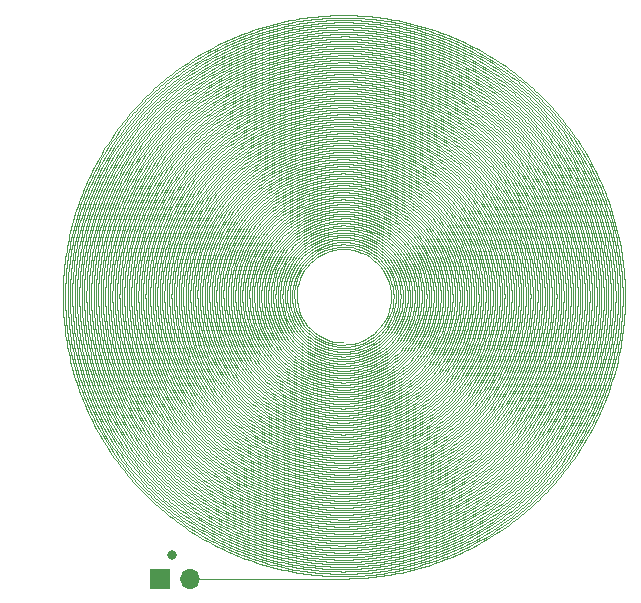
<source format=gbr>
%TF.GenerationSoftware,KiCad,Pcbnew,(7.0.0)*%
%TF.CreationDate,2023-03-14T23:56:55+08:00*%
%TF.ProjectId,U-core,552d636f-7265-42e6-9b69-6361645f7063,rev?*%
%TF.SameCoordinates,Original*%
%TF.FileFunction,Copper,L4,Bot*%
%TF.FilePolarity,Positive*%
%FSLAX46Y46*%
G04 Gerber Fmt 4.6, Leading zero omitted, Abs format (unit mm)*
G04 Created by KiCad (PCBNEW (7.0.0)) date 2023-03-14 23:56:55*
%MOMM*%
%LPD*%
G01*
G04 APERTURE LIST*
%TA.AperFunction,ComponentPad*%
%ADD10R,1.700000X1.700000*%
%TD*%
%TA.AperFunction,ComponentPad*%
%ADD11O,1.700000X1.700000*%
%TD*%
%TA.AperFunction,ViaPad*%
%ADD12C,0.800000*%
%TD*%
%TA.AperFunction,ViaPad*%
%ADD13C,0.150000*%
%TD*%
%TA.AperFunction,Conductor*%
%ADD14C,0.100000*%
%TD*%
G04 APERTURE END LIST*
D10*
%TO.P,J1,1,Pin_1*%
%TO.N,/coil*%
X112159999Y-123899999D03*
D11*
%TO.P,J1,2,Pin_2*%
X114699999Y-123899999D03*
%TD*%
D12*
%TO.N,/coil*%
X113200000Y-121900000D03*
D13*
X100000000Y-103900000D03*
X127700000Y-103900000D03*
%TD*%
D14*
%TO.N,/coil*%
X127700000Y-123900000D02*
X114700000Y-123900000D01*
X131640198Y-116837806D02*
X131317077Y-116910787D01*
X118860413Y-120704827D02*
X118562778Y-120575713D01*
X108085140Y-89677059D02*
X108238382Y-89390005D01*
X104951865Y-99675135D02*
X104958369Y-99350324D01*
X149079046Y-104544257D02*
X149009139Y-104863672D01*
X118451817Y-106885017D02*
X118254722Y-106613655D01*
X110102027Y-105167231D02*
X110012052Y-104852452D01*
X133833399Y-122469451D02*
X133517785Y-122553691D01*
X146358261Y-93868547D02*
X146458619Y-94181022D01*
X131631290Y-84688637D02*
X131951264Y-84773684D01*
X132262764Y-102197311D02*
X132087862Y-102533333D01*
X106387774Y-98698301D02*
X106409619Y-98373407D01*
X113036497Y-85567331D02*
X113266977Y-85336137D01*
X134130991Y-94553228D02*
X134351624Y-94822833D01*
X131414548Y-95010497D02*
X131699567Y-95233501D01*
X131316382Y-85434485D02*
X131637902Y-85517372D01*
X146002216Y-97701167D02*
X146040898Y-98028149D01*
X113492911Y-108455517D02*
X113327055Y-108171691D01*
X134789478Y-104631787D02*
X134593084Y-104921568D01*
X111613351Y-90334166D02*
X111784022Y-90054593D01*
X106708311Y-107640350D02*
X106598973Y-107334393D01*
X128696129Y-116467977D02*
X128364336Y-116485337D01*
X143428986Y-101987033D02*
X143384583Y-102316098D01*
X145585053Y-96400461D02*
X145647690Y-96723844D01*
X109347568Y-106100452D02*
X109246639Y-105789779D01*
X124608333Y-94645076D02*
X124924094Y-94472717D01*
X135483752Y-102085650D02*
X135386694Y-102423605D01*
X124124253Y-117137481D02*
X123804294Y-117068202D01*
X128028764Y-82002421D02*
X128357439Y-82010847D01*
X140029623Y-103652201D02*
X139930587Y-103973959D01*
X116261523Y-119162868D02*
X115983787Y-118994875D01*
X150375638Y-106750830D02*
X150280887Y-107062756D01*
X114649117Y-103611666D02*
X114563655Y-103290483D01*
X106046095Y-103561341D02*
X105995233Y-103240146D01*
X115165545Y-104562169D02*
X115054950Y-104248511D01*
X141963212Y-80921900D02*
X142222728Y-81118152D01*
X139319813Y-92135484D02*
X139504317Y-92413826D01*
X144011906Y-104256535D02*
X143925792Y-104576147D01*
X144489121Y-96071194D02*
X144561893Y-96393381D01*
X131684691Y-90380104D02*
X131997742Y-90514682D01*
X113923536Y-91538431D02*
X114098460Y-91258821D01*
X114337508Y-92412428D02*
X114503268Y-92126325D01*
X135978422Y-78100998D02*
X136282189Y-78217776D01*
X133515533Y-89030741D02*
X133810865Y-89191494D01*
X121094063Y-94858393D02*
X121311179Y-94588945D01*
X125821779Y-96486095D02*
X126174050Y-96316030D01*
X111983075Y-100988825D02*
X111965148Y-100659486D01*
X119286938Y-102372729D02*
X119199056Y-102040896D01*
X113345386Y-90952640D02*
X113523010Y-90675647D01*
X137234856Y-111420909D02*
X136976638Y-111632536D01*
X116216919Y-86428575D02*
X116469293Y-86218241D01*
X135057724Y-79043349D02*
X135364732Y-79153179D01*
X122982482Y-104215832D02*
X122752124Y-103945800D01*
X113957283Y-116040568D02*
X113711574Y-115827404D01*
X149329885Y-106753300D02*
X149230756Y-107064439D01*
X140671168Y-89595425D02*
X140875971Y-89854991D01*
X116880502Y-83439525D02*
X117155510Y-83262455D01*
X128064311Y-94209449D02*
X128427434Y-94241766D01*
X128381427Y-89820655D02*
X128721296Y-89848051D01*
X124792093Y-123121844D02*
X124470909Y-123079627D01*
X117362288Y-96357131D02*
X117478459Y-96040154D01*
X117208799Y-91390094D02*
X117422665Y-91134710D01*
X110139306Y-111391110D02*
X109963858Y-111116894D01*
X144346076Y-99668974D02*
X144350000Y-100000000D01*
X111864460Y-94508713D02*
X111974740Y-94198645D01*
X122876089Y-123006285D02*
X122559460Y-122938063D01*
X135697132Y-120589677D02*
X135391314Y-120706362D01*
X148390309Y-103906882D02*
X148327533Y-104228281D01*
X147951569Y-90816667D02*
X148084625Y-91114759D01*
X119301400Y-88327291D02*
X119572840Y-88135808D01*
X107220625Y-110325484D02*
X107076156Y-110034846D01*
X136165593Y-107744475D02*
X135933057Y-107992594D01*
X123193623Y-123070137D02*
X122876089Y-123006285D01*
X143647106Y-92948054D02*
X143778258Y-93250869D01*
X134130644Y-80208514D02*
X134440883Y-80311491D01*
X132583122Y-84543261D02*
X132897610Y-84645470D01*
X125550722Y-103971518D02*
X125228658Y-103782671D01*
X135109538Y-92109644D02*
X135354431Y-92345569D01*
X140672452Y-97334093D02*
X140736617Y-97663434D01*
X118735484Y-106596216D02*
X118539557Y-106322998D01*
X125999213Y-90354355D02*
X126336722Y-90299774D01*
X145764007Y-115299434D02*
X145551820Y-115547164D01*
X112492874Y-107895771D02*
X112343875Y-107603302D01*
X128393286Y-109472337D02*
X128046917Y-109492500D01*
X107648117Y-101954449D02*
X107618584Y-101629532D01*
X126332999Y-108191990D02*
X125995363Y-108129789D01*
X143497069Y-101326517D02*
X143466487Y-101657125D01*
X144854295Y-111166209D02*
X144673544Y-111440006D01*
X128410195Y-107664225D02*
X128055545Y-107690315D01*
X134749260Y-79148989D02*
X135057620Y-79255292D01*
X110055493Y-98035524D02*
X110094223Y-97709733D01*
X116711665Y-85769629D02*
X116973055Y-85570845D01*
X129120287Y-93547569D02*
X129467993Y-93632264D01*
X141305438Y-82939320D02*
X141559436Y-83144391D01*
X110197602Y-105480345D02*
X110102027Y-105167231D01*
X114598307Y-118805402D02*
X114333244Y-118618485D01*
X127044528Y-80812279D02*
X127372207Y-80803342D01*
X110304274Y-102290191D02*
X110263900Y-101964577D01*
X122560094Y-123143058D02*
X122244370Y-123071118D01*
X136041888Y-90000560D02*
X136297129Y-90218046D01*
X114824250Y-95746427D02*
X114931780Y-95431458D01*
X119142221Y-80618478D02*
X119441507Y-80488540D01*
X119590629Y-88611981D02*
X119863509Y-88421595D01*
X141909085Y-87648231D02*
X142122915Y-87897738D01*
X134748598Y-81698740D02*
X135053624Y-81818583D01*
X113871232Y-117266318D02*
X113618958Y-117061814D01*
X136273611Y-116826658D02*
X135978883Y-116974225D01*
X114084139Y-118188661D02*
X113825525Y-117992739D01*
X138263342Y-111034611D02*
X138020579Y-111262935D01*
X127700000Y-105900000D02*
X127343651Y-105891155D01*
X109892478Y-97710722D02*
X109936685Y-97385782D01*
X123813024Y-77539307D02*
X124134076Y-77485644D01*
X143387696Y-108549031D02*
X143227552Y-108837754D01*
X112032965Y-98353328D02*
X112070225Y-98025500D01*
X124929002Y-104064308D02*
X124631539Y-103847728D01*
X136276892Y-79293550D02*
X136577321Y-79420056D01*
X112078162Y-101973497D02*
X112039595Y-101645975D01*
X127324988Y-104286404D02*
X126952348Y-104240144D01*
X113722788Y-108449519D02*
X113554918Y-108166667D01*
X142694123Y-88943563D02*
X142887375Y-89209583D01*
X150489514Y-98370062D02*
X150510919Y-98695624D01*
X121417075Y-108188068D02*
X121151872Y-107978917D01*
X121172035Y-97582307D02*
X121301386Y-97254138D01*
X131922545Y-80239411D02*
X132242092Y-80309876D01*
X140254398Y-109039013D02*
X140057555Y-109307454D01*
X136091178Y-97931760D02*
X136168908Y-98271060D01*
X111732196Y-82654341D02*
X111972416Y-82435649D01*
X115063917Y-93598866D02*
X115216791Y-93304050D01*
X118435776Y-87473942D02*
X118703343Y-87279576D01*
X119756179Y-99653165D02*
X119777485Y-99306870D01*
X109177680Y-100981641D02*
X109162678Y-100654617D01*
X139715530Y-110371527D02*
X139496186Y-110621333D01*
X115755593Y-100335128D02*
X115750000Y-100000000D01*
X149624625Y-104860572D02*
X149552065Y-105179035D01*
X120843331Y-91945767D02*
X121104369Y-91729340D01*
X116696660Y-115144798D02*
X116433688Y-114950900D01*
X145811567Y-92942119D02*
X145928691Y-93248834D01*
X133070631Y-102818725D02*
X132892288Y-103138848D01*
X110403245Y-102938837D02*
X110350728Y-102614982D01*
X126674171Y-90458395D02*
X127015306Y-90426727D01*
X127369343Y-84004075D02*
X127700000Y-84000000D01*
X140934605Y-100671183D02*
X140914158Y-101006297D01*
X119552272Y-113673652D02*
X119271072Y-113502902D01*
X135281009Y-101057506D02*
X135225526Y-101406765D01*
X122836073Y-112176588D02*
X122528850Y-112050205D01*
X131689207Y-90815923D02*
X132000903Y-90956492D01*
X110219874Y-104853333D02*
X110134544Y-104537097D01*
X143973719Y-117196314D02*
X143735532Y-117419232D01*
X150162681Y-92016761D02*
X150270038Y-92324176D01*
X141025123Y-110989148D02*
X140812646Y-111242770D01*
X132190551Y-96285093D02*
X132416569Y-96573212D01*
X111899063Y-95766152D02*
X111986909Y-95448648D01*
X119532085Y-114584861D02*
X119246989Y-114422223D01*
X132289679Y-115631013D02*
X131970045Y-115722010D01*
X134119079Y-109759735D02*
X133832990Y-109943092D01*
X107649023Y-93896313D02*
X107745900Y-93585070D01*
X135082668Y-118682205D02*
X134776190Y-118800985D01*
X123398740Y-97516667D02*
X123594380Y-97200836D01*
X129979799Y-78517265D02*
X130304056Y-78553670D01*
X130155611Y-106862974D02*
X129816357Y-106976693D01*
X132263596Y-104305531D02*
X132006802Y-104564943D01*
X126619510Y-94103955D02*
X126977244Y-94047565D01*
X118719523Y-113144128D02*
X118449410Y-112956257D01*
X110948693Y-97380143D02*
X111002037Y-97055699D01*
X113505046Y-92693242D02*
X113658507Y-92401124D01*
X146928922Y-111227641D02*
X146762431Y-111508950D01*
X143820626Y-111955871D02*
X143623263Y-112218349D01*
X132291771Y-100766231D02*
X132215364Y-101143446D01*
X121763185Y-106661622D02*
X121511538Y-106430216D01*
X113783842Y-94504444D02*
X113908171Y-94197661D01*
X134112993Y-100722571D02*
X134064150Y-101081312D01*
X128354379Y-122489556D02*
X128027231Y-122497157D01*
X110468909Y-113563208D02*
X110269442Y-113306669D01*
X124443151Y-116793198D02*
X124121949Y-116728329D01*
X134016489Y-96901614D02*
X134166795Y-97224880D01*
X118958850Y-114484019D02*
X118679300Y-114312315D01*
X126397245Y-77840130D02*
X126722667Y-77822927D01*
X140746493Y-100336031D02*
X140734334Y-100671882D01*
X110240928Y-115167389D02*
X110029589Y-114921330D01*
X139704504Y-103333034D02*
X139610669Y-103657139D01*
X130766251Y-92597415D02*
X131086816Y-92736950D01*
X115703780Y-86611421D02*
X115949931Y-86394115D01*
X120041740Y-78536223D02*
X120348866Y-78428625D01*
X125380985Y-112085556D02*
X125054381Y-112019168D01*
X140081884Y-92979757D02*
X140243711Y-93271597D01*
X117643277Y-79331196D02*
X117936574Y-79190546D01*
X149348011Y-100326992D02*
X149341084Y-100653925D01*
X118047508Y-116501008D02*
X117766910Y-116334270D01*
X125384546Y-112493073D02*
X125058135Y-112428996D01*
X136549436Y-82271174D02*
X136841597Y-82419446D01*
X127354477Y-107693674D02*
X127009521Y-107671848D01*
X149563526Y-90503331D02*
X149691599Y-90802675D01*
X120518477Y-90917483D02*
X120785125Y-90711711D01*
X112753539Y-87363552D02*
X112966378Y-87115213D01*
X122225597Y-111696180D02*
X121925894Y-111552081D01*
X136468211Y-86356397D02*
X136745058Y-86537556D01*
X124145089Y-121614807D02*
X123825102Y-121560221D01*
X118772267Y-92021690D02*
X118998891Y-91773825D01*
X136841667Y-115833831D02*
X136554589Y-115996798D01*
X108408534Y-110011954D02*
X108260494Y-109722458D01*
X119791701Y-108382308D02*
X119550594Y-108149406D01*
X113498448Y-87418523D02*
X113717323Y-87174898D01*
X132299660Y-89336790D02*
X132608242Y-89474242D01*
X124457532Y-119639341D02*
X124136539Y-119584172D01*
X131344761Y-88347050D02*
X131664751Y-88451074D01*
X126388189Y-116249700D02*
X126061169Y-116220627D01*
X128380187Y-111678357D02*
X128040264Y-111694125D01*
X125080841Y-115485396D02*
X124756989Y-115427804D01*
X116474812Y-114225870D02*
X116219442Y-114021335D01*
X120068923Y-98615164D02*
X120137345Y-98273873D01*
X130044631Y-88428789D02*
X130374309Y-88499576D01*
X133496107Y-77320980D02*
X133810910Y-77403312D01*
X146391915Y-113176814D02*
X146202219Y-113442649D01*
X108281469Y-103571343D02*
X108224556Y-103249877D01*
X145011013Y-112010185D02*
X144822541Y-112278238D01*
X139054963Y-88411001D02*
X139289463Y-88644582D01*
X148427565Y-102288344D02*
X148389560Y-102613699D01*
X135176686Y-95683333D02*
X135345572Y-95987294D01*
X141846060Y-116688895D02*
X141595123Y-116899012D01*
X120416126Y-114150498D02*
X120124921Y-113997519D01*
X142193554Y-81601867D02*
X142448174Y-81804767D01*
X131932241Y-121276911D02*
X131610494Y-121338877D01*
X118710711Y-113379439D02*
X118439287Y-113193818D01*
X115363561Y-114871234D02*
X115113803Y-114661165D01*
X116307556Y-117781674D02*
X116034810Y-117604538D01*
X116612533Y-106657706D02*
X116444073Y-106370423D01*
X107262619Y-94523820D02*
X107348901Y-94209613D01*
X122597835Y-106318912D02*
X122333357Y-106097691D01*
X121921994Y-112216568D02*
X121623573Y-112071787D01*
X114879314Y-88574248D02*
X115100078Y-88330351D01*
X145727211Y-115031975D02*
X145516855Y-115281396D01*
X140024728Y-90717270D02*
X140222159Y-90984199D01*
X112353895Y-108481492D02*
X112197458Y-108193333D01*
X111987378Y-117773472D02*
X111745790Y-117557522D01*
X106555895Y-110336723D02*
X106415082Y-110044595D01*
X132577125Y-83496413D02*
X132892538Y-83592281D01*
X122852062Y-116616264D02*
X122538302Y-116522120D01*
X139195013Y-86642553D02*
X139443169Y-86859388D01*
X139461796Y-86609056D02*
X139707634Y-86828253D01*
X137483147Y-119128334D02*
X137190519Y-119275737D01*
X140809600Y-108209231D02*
X140630508Y-108489774D01*
X134148837Y-111842051D02*
X133851965Y-111999851D01*
X141777614Y-94168861D02*
X141902117Y-94477099D01*
X126349402Y-109610001D02*
X126014648Y-109558106D01*
X146515693Y-97053171D02*
X146564299Y-97378306D01*
X122122898Y-98568044D02*
X122221914Y-98220062D01*
X137259049Y-106693318D02*
X137061075Y-106969062D01*
X114177054Y-93592679D02*
X114321478Y-93294775D01*
X134024010Y-107058015D02*
X133762761Y-107285166D01*
X114650083Y-108422300D02*
X114473681Y-108143767D01*
X126958458Y-104443817D02*
X126593377Y-104369954D01*
X130260581Y-103919261D02*
X129929438Y-104119640D01*
X121585395Y-80757962D02*
X121897636Y-80660977D01*
X133183370Y-78067258D02*
X133498980Y-78148110D01*
X120732628Y-89046133D02*
X121016555Y-88869667D01*
X127374930Y-76202655D02*
X127700000Y-76200000D01*
X116973055Y-85570845D02*
X117238041Y-85376861D01*
X147146688Y-99671509D02*
X147150000Y-100000000D01*
X120830564Y-108998352D02*
X120566336Y-108791569D01*
X116969655Y-89269655D02*
X117205809Y-89037625D01*
X107347591Y-107638387D02*
X107235155Y-107333233D01*
X111184918Y-109660724D02*
X111021914Y-109377620D01*
X135840736Y-88341534D02*
X136112245Y-88534976D01*
X106631488Y-108551142D02*
X106511106Y-108249588D01*
X108265733Y-88529276D02*
X108432658Y-88250171D01*
X128793725Y-94501473D02*
X129151543Y-94582766D01*
X131278117Y-79707489D02*
X131599723Y-79766318D01*
X148279663Y-106755535D02*
X148175739Y-107065741D01*
X115907124Y-90777055D02*
X116113496Y-90517983D01*
X145056590Y-88845597D02*
X145231810Y-89122114D01*
X114409817Y-113751941D02*
X114176583Y-113523417D01*
X148124833Y-99017102D02*
X148138473Y-99344578D01*
X143103927Y-85983505D02*
X143322563Y-86226858D01*
X147484825Y-101639417D02*
X147455538Y-101966367D01*
X148437346Y-96417300D02*
X148491045Y-96740160D01*
X130714851Y-112122985D02*
X130385648Y-112201022D01*
X116163002Y-107808465D02*
X115979809Y-107532110D01*
X140187661Y-97001978D02*
X140262676Y-97329721D01*
X128040313Y-89604527D02*
X128380329Y-89620188D01*
X120646610Y-92946610D02*
X120890790Y-92709117D01*
X120639004Y-97926705D02*
X120744221Y-97592582D01*
X105167809Y-106093468D02*
X105084856Y-105779782D01*
X135257612Y-93410104D02*
X135479035Y-93671285D01*
X118171695Y-113002692D02*
X117908048Y-112806139D01*
X118301895Y-106330100D02*
X118117642Y-106049327D01*
X124779863Y-76988560D02*
X125102824Y-76949426D01*
X146902213Y-107066592D02*
X146786960Y-107373638D01*
X130960296Y-122257856D02*
X130636295Y-122303378D01*
X110685574Y-89171372D02*
X110862723Y-88896992D01*
X106829700Y-89949393D02*
X106972308Y-89657487D01*
X112368480Y-83977946D02*
X112605014Y-83754267D01*
X123454790Y-84582329D02*
X123774170Y-84497249D01*
X136487120Y-85660724D02*
X136767296Y-85835485D01*
X109728272Y-90000799D02*
X109888744Y-89716667D01*
X117544592Y-104570578D02*
X117410292Y-104262137D01*
X141179383Y-95409676D02*
X141284000Y-95726705D01*
X141885333Y-96371591D02*
X141964957Y-96695271D01*
X140409561Y-105536422D02*
X140272767Y-105842240D01*
X150183165Y-107990519D02*
X150072335Y-108297015D01*
X147547813Y-100328208D02*
X147540199Y-100656343D01*
X146105258Y-101316370D02*
X146079396Y-101644727D01*
X135170620Y-91096861D02*
X135427021Y-91317217D01*
X120682325Y-121388232D02*
X120374690Y-121285317D01*
X108041354Y-110599848D02*
X107888859Y-110313027D01*
X137028396Y-93055267D02*
X137227193Y-93328987D01*
X118454356Y-102359810D02*
X118374910Y-102028549D01*
X115354002Y-96058722D02*
X115458800Y-95741875D01*
X145692856Y-89108238D02*
X145860494Y-89389127D01*
X105772062Y-108556308D02*
X105655840Y-108253516D01*
X147816451Y-97709853D02*
X147851411Y-98035851D01*
X132338984Y-107100494D02*
X132042267Y-107287264D01*
X130732086Y-110876624D02*
X130402426Y-110964174D01*
X104617634Y-96442722D02*
X104668876Y-96122138D01*
X123794971Y-81207971D02*
X124116276Y-81143505D01*
X139925881Y-83395165D02*
X140188100Y-83590828D01*
X142395956Y-110514055D02*
X142201942Y-110781056D01*
X125008462Y-108283702D02*
X124684888Y-108172819D01*
X125721177Y-113763017D02*
X125394084Y-113712775D01*
X119772412Y-84079258D02*
X120067711Y-83934952D01*
X116925939Y-91104184D02*
X117140117Y-90849810D01*
X129708920Y-87961201D02*
X130040047Y-88020265D01*
X137078720Y-114036246D02*
X136801666Y-114218206D01*
X122214031Y-90950321D02*
X122506406Y-90778247D01*
X111790508Y-117055559D02*
X111554660Y-116833082D01*
X138441404Y-89493647D02*
X138671712Y-89733359D01*
X124073102Y-87109239D02*
X124395409Y-87022055D01*
X114770509Y-103292253D02*
X114691676Y-102969065D01*
X113721968Y-113054571D02*
X113500720Y-112814385D01*
X135685262Y-101051280D02*
X135633174Y-101398833D01*
X147504500Y-98688241D02*
X147524007Y-99015841D01*
X129993593Y-81739501D02*
X130319240Y-81782786D01*
X145071428Y-91738513D02*
X145210439Y-92036075D01*
X134744887Y-83421997D02*
X135046731Y-83552899D01*
X109036891Y-105789351D02*
X108942247Y-105476834D01*
X125751676Y-120611119D02*
X125428116Y-120578471D01*
X116725519Y-86012601D02*
X116985511Y-85811723D01*
X122846169Y-115151378D02*
X122533861Y-115048450D01*
X145551075Y-111188933D02*
X145375323Y-111465466D01*
X145693227Y-84996362D02*
X145900389Y-85247646D01*
X123752085Y-109310317D02*
X123442737Y-109174163D01*
X129056083Y-111818820D02*
X128718109Y-111853630D01*
X147358615Y-96089658D02*
X147420476Y-96411738D01*
X128083727Y-95613976D02*
X128465017Y-95661375D01*
X120774997Y-104263894D02*
X120599092Y-103966805D01*
X134052178Y-91488660D02*
X134322352Y-91695833D01*
X130628621Y-78796930D02*
X130951698Y-78843577D01*
X132308333Y-92018133D02*
X132604196Y-92195017D01*
X121587905Y-99285599D02*
X121637961Y-98931099D01*
X139808276Y-111170186D02*
X139581348Y-111412190D01*
X123118271Y-87846419D02*
X123432450Y-87731704D01*
X142116744Y-85814848D02*
X142344928Y-86049803D01*
X141945338Y-99665961D02*
X141950000Y-100000000D01*
X138626221Y-112333154D02*
X138376067Y-112551163D01*
X130122730Y-108137806D02*
X129784689Y-108232249D01*
X118631169Y-116143401D02*
X118347392Y-115981320D01*
X139529486Y-85618109D02*
X139781827Y-85828694D01*
X115674190Y-81123260D02*
X115949760Y-80949960D01*
X138762118Y-84774300D02*
X139026493Y-84969236D01*
X122211006Y-90718619D02*
X122504768Y-90549909D01*
X131587042Y-77122511D02*
X131907586Y-77178836D01*
X150834935Y-97721408D02*
X150865061Y-98046050D01*
X141686158Y-89268043D02*
X141884867Y-89531092D01*
X131943203Y-119435353D02*
X131621384Y-119503369D01*
X123745034Y-105919024D02*
X123458435Y-105719089D01*
X124096750Y-84213132D02*
X124419398Y-84142279D01*
X125029378Y-109749347D02*
X124704780Y-109655680D01*
X120460856Y-89466981D02*
X120738605Y-89280392D01*
X127035246Y-112684259D02*
X126703373Y-112663342D01*
X108126708Y-102604315D02*
X108085802Y-102280396D01*
X143154041Y-82933933D02*
X143394300Y-83154000D01*
X139497510Y-113431604D02*
X139247674Y-113647765D01*
X131687966Y-111835861D02*
X131366249Y-111940337D01*
X136725877Y-100692957D02*
X136693923Y-101038305D01*
X122080786Y-94627482D02*
X122326494Y-94379754D01*
X113783375Y-112530586D02*
X113566386Y-112286163D01*
X122509912Y-102442270D02*
X122364943Y-102112299D01*
X117082233Y-120981280D02*
X116793947Y-120833380D01*
X121611511Y-120420903D02*
X121300657Y-120326143D01*
X120682964Y-120545218D02*
X120376245Y-120438397D01*
X120146484Y-112863061D02*
X119863405Y-112693413D01*
X123492765Y-118433101D02*
X123175093Y-118358269D01*
X104983874Y-103236263D02*
X104939906Y-102914544D01*
X145752110Y-88822607D02*
X145922515Y-89101671D01*
X146728192Y-95127946D02*
X146807464Y-95446460D01*
X118318221Y-89912154D02*
X118564210Y-89687825D01*
X115896046Y-93313143D02*
X116063035Y-93025072D01*
X108532705Y-90562873D02*
X108678417Y-90271451D01*
X141075581Y-90118587D02*
X141269917Y-90386111D01*
X127700000Y-105500000D02*
X127340147Y-105490303D01*
X127700000Y-104100000D02*
X127321428Y-104085439D01*
X128840961Y-95741877D02*
X129208689Y-95854911D01*
X122530774Y-113773352D02*
X122222763Y-113654560D01*
X120069845Y-84155819D02*
X120367199Y-84015373D01*
X126383540Y-82852900D02*
X126712197Y-82830221D01*
X142258248Y-118928029D02*
X141998618Y-119125458D01*
X145324979Y-103926132D02*
X145250898Y-104247517D01*
X130460104Y-93336519D02*
X130784409Y-93478565D01*
X126362384Y-87273435D02*
X126695920Y-87241950D01*
X121249189Y-103051006D02*
X121105810Y-102731403D01*
X148862551Y-89034450D02*
X149010741Y-89324330D01*
X118336174Y-116436305D02*
X118053588Y-116272703D01*
X115294991Y-97021821D02*
X115376396Y-96697900D01*
X109288491Y-96421165D02*
X109353212Y-96100270D01*
X140102411Y-93868275D02*
X140247653Y-94169429D01*
X133195060Y-80968481D02*
X133509129Y-81061434D01*
X136350000Y-100000000D02*
X136344266Y-100348352D01*
X144395427Y-102309257D02*
X144347487Y-102636703D01*
X141900777Y-103632359D02*
X141815111Y-103954869D01*
X129799411Y-107607044D02*
X129456326Y-107694967D01*
X121903965Y-78578688D02*
X122218935Y-78495459D01*
X138935044Y-79455426D02*
X139219754Y-79613197D01*
X136344266Y-100348352D02*
X136324507Y-100696242D01*
X112954428Y-100330945D02*
X112950000Y-100000000D01*
X129374996Y-113794835D02*
X129041247Y-113832047D01*
X136498246Y-85200727D02*
X136780432Y-85371454D01*
X116609409Y-109689558D02*
X116394238Y-109438724D01*
X107750000Y-100000000D02*
X107752150Y-99673575D01*
X118177870Y-93081768D02*
X118378591Y-92812119D01*
X135079135Y-117168438D02*
X134775201Y-117296515D01*
X134131862Y-85553801D02*
X134433274Y-85691065D01*
X135912670Y-85554978D02*
X136198569Y-85720575D01*
X116067877Y-108369398D02*
X115877058Y-108098903D01*
X110186248Y-103901355D02*
X110117345Y-103580948D01*
X128772937Y-93685144D02*
X129125723Y-93753498D01*
X134461813Y-113931339D02*
X134160786Y-114074224D01*
X139645918Y-94779328D02*
X139777139Y-95088333D01*
X119876207Y-112229634D02*
X119599445Y-112048972D01*
X139585027Y-102019347D02*
X139524593Y-102352058D01*
X121390936Y-108912550D02*
X121118875Y-108714818D01*
X110850430Y-87516196D02*
X111046221Y-87255364D01*
X107385235Y-111479048D02*
X107227246Y-111195768D01*
X126345024Y-89491074D02*
X126682450Y-89452028D01*
X106908016Y-97399640D02*
X106950481Y-97076532D01*
X142733612Y-81521208D02*
X142984885Y-81727937D01*
X133847767Y-118494774D02*
X133534684Y-118596482D01*
X120991703Y-122114293D02*
X120682085Y-122018463D01*
X120285802Y-103351429D02*
X120148990Y-103034246D01*
X122559460Y-122938063D02*
X122243794Y-122865483D01*
X139977188Y-106443566D02*
X139818575Y-106738721D01*
X140634369Y-119357652D02*
X140361859Y-119537521D01*
X116325558Y-90263528D02*
X116543208Y-90013815D01*
X133216796Y-87773523D02*
X133520240Y-87914146D01*
X134412484Y-94266997D02*
X134633367Y-94534174D01*
X128679348Y-123678440D02*
X128353014Y-123690124D01*
X113249191Y-87399548D02*
X113466022Y-87154301D01*
X110163462Y-100656171D02*
X110153664Y-100328154D01*
X130418429Y-91410131D02*
X130745862Y-91519410D01*
X137153077Y-81231321D02*
X137444050Y-81380164D01*
X114656977Y-90442141D02*
X114854142Y-90177677D01*
X121895835Y-81289136D02*
X122209152Y-81194251D01*
X136756168Y-108578458D02*
X136521157Y-108821157D01*
X141335119Y-100669850D02*
X141315352Y-101004329D01*
X135883674Y-111946691D02*
X135605949Y-112133146D01*
X132617619Y-114053749D02*
X132301263Y-114161232D01*
X109025718Y-113647855D02*
X108835786Y-113384874D01*
X125056753Y-85647160D02*
X125384040Y-85589995D01*
X112100112Y-91498820D02*
X112259357Y-91211712D01*
X120395492Y-105137876D02*
X120203034Y-104854986D01*
X113087822Y-83317430D02*
X113333991Y-83104368D01*
X106546459Y-97078220D02*
X106592996Y-96755898D01*
X146272797Y-106449178D02*
X146162939Y-106758809D01*
X133405206Y-93802494D02*
X133657375Y-94042625D01*
X122542431Y-117775887D02*
X122229351Y-117682632D01*
X150443951Y-104856607D02*
X150374038Y-105175201D01*
X126994583Y-92837780D02*
X127346789Y-92810233D01*
X134431088Y-110984137D02*
X134141667Y-111157294D01*
X139016174Y-110845674D02*
X138783899Y-111083899D01*
X140599590Y-91530526D02*
X140779414Y-91809672D01*
X143710728Y-106452903D02*
X143584747Y-106758642D01*
X111601149Y-98683413D02*
X111630709Y-98355228D01*
X121611097Y-114484928D02*
X121308812Y-114354844D01*
X140529950Y-110957812D02*
X140312801Y-111208014D01*
X109330967Y-93275568D02*
X109445399Y-92969372D01*
X127372440Y-117097472D02*
X127044977Y-117088670D01*
X137540334Y-87357138D02*
X137799936Y-87562697D01*
X127700000Y-88400000D02*
X128037410Y-88403982D01*
X105006270Y-105464968D02*
X104932065Y-105149085D01*
X138657860Y-103988335D02*
X138538085Y-104305696D01*
X128681736Y-122276976D02*
X128354622Y-122289455D01*
X119935688Y-106809119D02*
X119716251Y-106552093D01*
X129338287Y-121234444D02*
X129011127Y-121257644D01*
X119570379Y-112982469D02*
X119292553Y-112805119D01*
X120121293Y-114222351D02*
X119832438Y-114065364D01*
X134376837Y-108841561D02*
X134101961Y-109043782D01*
X115739266Y-108934939D02*
X115543960Y-108668565D01*
X104750000Y-100000000D02*
X104751848Y-99675232D01*
X146008742Y-113705753D02*
X145811524Y-113966072D01*
X146950248Y-104874825D02*
X146867525Y-105192579D01*
X104735887Y-104195641D02*
X104679348Y-103876099D01*
X111940763Y-86776430D02*
X112152170Y-86527729D01*
X151550000Y-100000000D02*
X151548210Y-100325765D01*
X115519099Y-94503768D02*
X115659195Y-94201454D01*
X127376283Y-123698224D02*
X127052616Y-123692026D01*
X112368345Y-97371124D02*
X112426934Y-97046167D01*
X121614023Y-121877912D02*
X121302110Y-121789213D01*
X121552498Y-96315329D02*
X121739402Y-96017256D01*
X128026354Y-78602003D02*
X128352648Y-78608983D01*
X110175826Y-99015864D02*
X110196699Y-98688309D01*
X116643603Y-103944914D02*
X116534596Y-103627860D01*
X138528461Y-96981340D02*
X138615627Y-97309540D01*
X113855540Y-117509174D02*
X113602060Y-117306329D01*
X138854842Y-82422781D02*
X139129832Y-82599744D01*
X140649319Y-87749400D02*
X140873921Y-87990384D01*
X117392703Y-93919880D02*
X117566526Y-93632716D01*
X139879138Y-101347987D02*
X139838240Y-101683184D01*
X109763046Y-89142078D02*
X109933656Y-88864176D01*
X111353956Y-100329228D02*
X111350000Y-100000000D01*
X115374656Y-80602645D02*
X115650143Y-80429789D01*
X137421365Y-94779737D02*
X137578390Y-95081146D01*
X135540668Y-99647875D02*
X135550000Y-100000000D01*
X119203429Y-85064063D02*
X119490793Y-84903517D01*
X138910618Y-118325417D02*
X138630101Y-118494664D01*
X132234844Y-78874518D02*
X132553498Y-78944950D01*
X135365051Y-78940444D02*
X135670693Y-79053719D01*
X119164589Y-120182040D02*
X118866273Y-120053776D01*
X116152995Y-106666667D02*
X115989682Y-106377099D01*
X129371279Y-87305375D02*
X129703143Y-87352651D01*
X115806793Y-93902708D02*
X115961802Y-93607718D01*
X138174333Y-85583317D02*
X138439304Y-85778864D01*
X139371068Y-97980242D02*
X139424885Y-98314216D01*
X140432552Y-84033884D02*
X140687144Y-84239617D01*
X140493242Y-109048158D02*
X140298852Y-109318063D01*
X141482281Y-98663579D02*
X141511316Y-98996945D01*
X139753150Y-80861282D02*
X140027946Y-81036576D01*
X150262641Y-98044226D02*
X150288939Y-98369534D01*
X121778312Y-106406046D02*
X121530493Y-106169507D01*
X118270596Y-93648819D02*
X118462177Y-93371633D01*
X124136589Y-76877839D02*
X124458279Y-76830102D01*
X143056204Y-110260688D02*
X142871082Y-110533470D01*
X123505150Y-121296994D02*
X123186930Y-121232324D01*
X131305124Y-118546755D02*
X130980986Y-118607395D01*
X135777102Y-96936759D02*
X135895112Y-97264070D01*
X125589753Y-93969260D02*
X125930724Y-93858709D01*
X109882009Y-112784850D02*
X109694129Y-112519683D01*
X135315950Y-86366823D02*
X135603945Y-86530963D01*
X115314802Y-101995438D02*
X115265232Y-101665143D01*
X116417997Y-92461606D02*
X116605757Y-92186553D01*
X149868321Y-103577250D02*
X149814405Y-103899366D01*
X104317879Y-95803882D02*
X104376946Y-95484822D01*
X146274630Y-98356577D02*
X146301302Y-98684607D01*
X107991080Y-98694572D02*
X108014834Y-98368841D01*
X137179964Y-103369180D02*
X137060421Y-103691271D01*
X113355301Y-95756660D02*
X113452013Y-95440149D01*
X122226410Y-111475620D02*
X121927511Y-111329148D01*
X105638662Y-101948249D02*
X105611973Y-101624217D01*
X134775373Y-120291131D02*
X134465266Y-120397130D01*
X136575291Y-117346248D02*
X136281293Y-117494156D01*
X116430707Y-103943296D02*
X116323695Y-103625955D01*
X115261754Y-95118348D02*
X115386591Y-94809463D01*
X123408834Y-91653627D02*
X123716030Y-91501421D01*
X147047259Y-112927425D02*
X146864423Y-113197742D01*
X125427547Y-76512747D02*
X125751345Y-76483229D01*
X120764267Y-102400481D02*
X120656449Y-102068173D01*
X140836815Y-81585983D02*
X141101078Y-81776833D01*
X147282367Y-111808602D02*
X147112135Y-112087264D01*
X125958760Y-106271381D02*
X125621237Y-106169549D01*
X123160526Y-115247825D02*
X122846169Y-115151378D01*
X117226374Y-93052053D02*
X117414350Y-92775215D01*
X138771399Y-102028909D02*
X138706009Y-102362575D01*
X117274628Y-103316550D02*
X117176496Y-102994195D01*
X109375562Y-109702291D02*
X109224980Y-109413493D01*
X147309372Y-93559661D02*
X147409568Y-93871443D01*
X110705720Y-115389034D02*
X110489316Y-115147307D01*
X121273830Y-82770772D02*
X121582190Y-82658280D01*
X134432052Y-85911622D02*
X134729871Y-86057083D01*
X144193373Y-102310561D02*
X144144799Y-102638129D01*
X137417069Y-89340883D02*
X137661187Y-89567639D01*
X110028647Y-101637492D02*
X110000819Y-101310709D01*
X118898586Y-117417410D02*
X118608525Y-117268379D01*
X110356277Y-84033978D02*
X110577592Y-83796222D01*
X114852393Y-111920837D02*
X114631290Y-111678914D01*
X122248872Y-92613984D02*
X122528185Y-92414341D01*
X138760049Y-97973171D02*
X138817170Y-98307998D01*
X113126659Y-97691809D02*
X113181416Y-97365265D01*
X124760908Y-81233704D02*
X125085188Y-81185225D01*
X120175263Y-111708720D02*
X119898329Y-111526960D01*
X125084474Y-116093981D02*
X124760803Y-116038679D01*
X123786978Y-114178517D02*
X123469619Y-114087830D01*
X146853005Y-90828253D02*
X146992418Y-91124079D01*
X133336030Y-94862080D02*
X133568434Y-95126914D01*
X135920668Y-85101458D02*
X136208333Y-85263134D01*
X139276305Y-96025849D02*
X139382252Y-96346074D01*
X149389923Y-97391691D02*
X149426988Y-97716402D01*
X125936619Y-93648877D02*
X126282678Y-93561040D01*
X132245763Y-104027195D02*
X131995674Y-104295674D01*
X112150000Y-100000000D02*
X112152828Y-99669931D01*
X141559436Y-83144391D02*
X141810343Y-83353242D01*
X129151172Y-106122975D02*
X128793019Y-106198818D01*
X113032103Y-95442613D02*
X113132906Y-95127855D01*
X106603619Y-106717930D02*
X106506827Y-106407650D01*
X135057132Y-79892524D02*
X135363087Y-80006604D01*
X130977064Y-119217211D02*
X130652109Y-119270349D01*
X106071358Y-93587653D02*
X106165571Y-93276503D01*
X115883848Y-95738815D02*
X116000681Y-95425464D01*
X146360549Y-111780374D02*
X146184330Y-112055856D01*
X137922804Y-89541783D02*
X138158736Y-89776690D01*
X139029175Y-101691250D02*
X138975011Y-102026395D01*
X112262080Y-111297051D02*
X112071011Y-111032145D01*
X140309711Y-92976437D02*
X140469227Y-93269226D01*
X120141667Y-113091417D02*
X119857517Y-112924011D01*
X117500399Y-103951346D02*
X117382630Y-103635701D01*
X132293852Y-97491567D02*
X132463164Y-97824736D01*
X126347362Y-109407803D02*
X126012236Y-109354648D01*
X109711325Y-86367632D02*
X109909281Y-86109539D01*
X141938837Y-104906740D02*
X141827465Y-105220776D01*
X128874336Y-104127364D02*
X128489042Y-104221002D01*
X123709088Y-93790019D02*
X124008333Y-93605846D01*
X114164761Y-99335056D02*
X114184377Y-99003028D01*
X132912049Y-90069270D02*
X133210082Y-90230383D01*
X129008733Y-80241190D02*
X129335288Y-80265004D01*
X132310036Y-105370049D02*
X132033118Y-105597927D01*
X124754017Y-82450848D02*
X125078723Y-82398824D01*
X145082445Y-83998332D02*
X145301601Y-84239062D01*
X115135958Y-86046217D02*
X115381034Y-85828650D01*
X120379093Y-85341182D02*
X120675488Y-85196154D01*
X116508333Y-80615465D02*
X116791218Y-80454340D01*
X105668080Y-95161885D02*
X105739640Y-94844792D01*
X125362307Y-88032318D02*
X125692812Y-87971583D01*
X106071156Y-107641957D02*
X105964755Y-107335269D01*
X140455572Y-112522001D02*
X140222413Y-112755991D01*
X131673977Y-101539527D02*
X131517608Y-101900943D01*
X144013664Y-111690206D02*
X143820626Y-111955871D01*
X131678310Y-100791335D02*
X131584580Y-101178374D01*
X145802523Y-107676133D02*
X145672215Y-107977767D01*
X144475275Y-113078568D02*
X144272266Y-113335653D01*
X117338900Y-109893144D02*
X117112610Y-109651681D01*
X114070847Y-118427832D02*
X113811169Y-118233481D01*
X120684047Y-119698776D02*
X120378371Y-119587747D01*
X133040291Y-98187215D02*
X133149432Y-98539829D01*
X105751938Y-99674732D02*
X105758697Y-99349520D01*
X137450624Y-104316312D02*
X137308189Y-104627060D01*
X136217146Y-84808406D02*
X136503413Y-84971787D01*
X110316258Y-85602031D02*
X110525195Y-85352720D01*
X129002137Y-77435706D02*
X129327197Y-77456356D01*
X127363426Y-110495625D02*
X127027132Y-110480463D01*
X129014085Y-82045700D02*
X129341838Y-82072116D01*
X126643813Y-106216269D02*
X126296529Y-106149010D01*
X124013066Y-92917465D02*
X124324924Y-92762125D01*
X113001745Y-90376497D02*
X113183772Y-90103003D01*
X121691400Y-104537484D02*
X121487041Y-104255976D01*
X131969257Y-87076773D02*
X132285387Y-87184703D01*
X123106351Y-91134659D02*
X123411234Y-90982014D01*
X122223192Y-112789557D02*
X121920067Y-112656289D01*
X141046640Y-113346640D02*
X140812063Y-113577938D01*
X139567500Y-96994741D02*
X139646658Y-97322691D01*
X134157345Y-94279292D02*
X134383451Y-94543132D01*
X111124735Y-94200064D02*
X111235527Y-93890932D01*
X140280694Y-110941111D02*
X140061143Y-111189504D01*
X122194019Y-86924678D02*
X122501778Y-86798503D01*
X119072131Y-89257287D02*
X119333768Y-89051331D01*
X138078436Y-119720308D02*
X137788039Y-119870953D01*
X117772942Y-108281505D02*
X117562359Y-108023667D01*
X141753378Y-97672726D02*
X141804812Y-98002708D01*
X133518418Y-108475961D02*
X133232517Y-108666547D01*
X141956959Y-92661326D02*
X142106172Y-92957252D01*
X130023570Y-115522324D02*
X129693665Y-115568816D01*
X107194078Y-89661132D02*
X107342036Y-89371782D01*
X127331046Y-104688004D02*
X126963976Y-104647074D01*
X130304056Y-78553670D02*
X130627733Y-78594970D01*
X149503671Y-96745090D02*
X149549977Y-97068478D01*
X120642622Y-107535086D02*
X120399122Y-107300878D01*
X137476185Y-118681242D02*
X137184698Y-118831463D01*
X105296048Y-97405593D02*
X105335306Y-97082951D01*
X142764735Y-95105171D02*
X142864579Y-95421544D01*
X113319643Y-87933448D02*
X113532005Y-87683950D01*
X130438416Y-108877726D02*
X130104860Y-108975061D01*
X116012809Y-110523194D02*
X115794486Y-110276564D01*
X142159371Y-97676106D02*
X142209242Y-98005751D01*
X124463494Y-121057584D02*
X124142664Y-121006258D01*
X123461822Y-95507794D02*
X123729001Y-95267548D01*
X124007296Y-93839096D02*
X124313309Y-93663947D01*
X137003531Y-91171279D02*
X137232071Y-91417285D01*
X109696460Y-96418873D02*
X109762693Y-96097978D01*
X135716600Y-99298638D02*
X135740951Y-99648925D01*
X144736144Y-84806797D02*
X144951702Y-85051315D01*
X117245796Y-91663051D02*
X117456283Y-91404501D01*
X135697600Y-120804026D02*
X135391500Y-120919626D01*
X110595930Y-114352019D02*
X110388646Y-114102033D01*
X115118061Y-119632385D02*
X114846134Y-119455963D01*
X115511821Y-110561118D02*
X115298426Y-110310714D01*
X123190821Y-105252564D02*
X122929460Y-105018606D01*
X116224418Y-98658697D02*
X116267368Y-98325366D01*
X129798439Y-93311792D02*
X130135058Y-93425148D01*
X137451426Y-117328317D02*
X137163838Y-117487641D01*
X116643742Y-93616667D02*
X116813917Y-93329000D01*
X117893697Y-92792393D02*
X118095329Y-92524385D01*
X116554533Y-118871477D02*
X116275868Y-118704650D01*
X109912293Y-95459959D02*
X109995614Y-95143038D01*
X116198365Y-96051484D02*
X116310709Y-95735755D01*
X118288366Y-118901110D02*
X117998192Y-118754371D01*
X127700000Y-89200000D02*
X128039268Y-89204330D01*
X140933820Y-119879203D02*
X140661298Y-120058470D01*
X146455019Y-86293140D02*
X146645770Y-86557259D01*
X115620255Y-98663014D02*
X115660812Y-98330552D01*
X144822541Y-112278238D02*
X144629919Y-112543335D01*
X144389819Y-112531070D02*
X144191325Y-112791983D01*
X112527039Y-85518953D02*
X112753728Y-85284390D01*
X141302509Y-104279117D02*
X141199163Y-104597060D01*
X118600712Y-117714805D02*
X118311839Y-117564013D01*
X107354670Y-97074783D02*
X107403144Y-96752273D01*
X115265232Y-101665143D02*
X115224469Y-101333623D01*
X124632982Y-103591017D02*
X124358920Y-103341080D01*
X117363886Y-80144509D02*
X117653547Y-79995868D01*
X148540711Y-100654946D02*
X148528352Y-100982240D01*
X128360008Y-83411859D02*
X128689724Y-83427629D01*
X136557427Y-81607364D02*
X136851312Y-81751236D01*
X120581319Y-99298871D02*
X120622751Y-98950189D01*
X132560853Y-94390277D02*
X132823314Y-94626823D01*
X140435935Y-98323282D02*
X140476291Y-98657158D01*
X123544519Y-103644259D02*
X123313417Y-103365943D01*
X131709407Y-93289383D02*
X132007227Y-93474829D01*
X109153451Y-100327369D02*
X109150000Y-100000000D01*
X123176806Y-76843771D02*
X123496215Y-76783215D01*
X110896717Y-87791700D02*
X111090150Y-87528972D01*
X128051208Y-108491424D02*
X127700000Y-108500000D01*
X134750652Y-112880600D02*
X134455955Y-113038401D01*
X129979069Y-78316108D02*
X130303249Y-78352155D01*
X118514698Y-88938561D02*
X118772188Y-88728775D01*
X133214467Y-86252628D02*
X133521824Y-86379166D01*
X116262444Y-102659690D02*
X116190267Y-102332174D01*
X131448024Y-105771451D02*
X131141667Y-105961142D01*
X110388235Y-84295828D02*
X110607879Y-84056403D01*
X109760813Y-99344387D02*
X109775199Y-99016822D01*
X140918082Y-93265051D02*
X141066517Y-93563025D01*
X134740075Y-104334746D02*
X134550879Y-104630386D01*
X121903320Y-78786208D02*
X122218191Y-78702183D01*
X110598976Y-94512524D02*
X110701501Y-94200918D01*
X109948871Y-87747280D02*
X110135560Y-87480299D01*
X136895778Y-93906656D02*
X137079896Y-94192215D01*
X131382641Y-110671890D02*
X131058924Y-110779166D01*
X122225925Y-116211080D02*
X121916201Y-116103824D01*
X109671275Y-109405575D02*
X109522383Y-109115633D01*
X126685319Y-89049853D02*
X127022951Y-89022820D01*
X127001070Y-92234246D02*
X127350118Y-92209281D01*
X118222866Y-93364039D02*
X118419138Y-93090654D01*
X114969138Y-100667196D02*
X114955202Y-100333734D01*
X111516629Y-102296585D02*
X111473028Y-101970311D01*
X119779626Y-118270087D02*
X119481541Y-118138525D01*
X140445412Y-108766410D02*
X140254398Y-109039013D01*
X118648625Y-96343007D02*
X118780751Y-96028895D01*
X118572443Y-119702214D02*
X118278525Y-119563895D01*
X105409359Y-104516669D02*
X105346689Y-104197994D01*
X149941345Y-100653209D02*
X149929826Y-100979658D01*
X146937691Y-99342821D02*
X146946651Y-99671353D01*
X109788886Y-113334330D02*
X109596472Y-113072693D01*
X130772244Y-108554045D02*
X130442714Y-108666606D01*
X130649744Y-119675378D02*
X130324099Y-119721981D01*
X136808251Y-114451224D02*
X136526629Y-114625656D01*
X105624568Y-105466834D02*
X105548313Y-105151154D01*
X108462422Y-111731677D02*
X108294966Y-111453470D01*
X116786895Y-86994268D02*
X117040758Y-86784613D01*
X136013797Y-104932804D02*
X135833392Y-105227014D01*
X135891119Y-112183678D02*
X135612047Y-112367588D01*
X130344445Y-116484169D02*
X130016269Y-116534115D01*
X127373420Y-79003035D02*
X127700000Y-79000000D01*
X150463463Y-98044844D02*
X150489514Y-98370062D01*
X139161583Y-95708688D02*
X139276305Y-96025849D01*
X115837226Y-97341490D02*
X115914134Y-97015413D01*
X112004149Y-104546359D02*
X111915162Y-104229535D01*
X129985307Y-79926058D02*
X130310133Y-79965185D01*
X139271648Y-110866501D02*
X139042016Y-111106922D01*
X126725067Y-76221282D02*
X127049932Y-76209749D01*
X150727881Y-99021788D02*
X150739868Y-99347737D01*
X126723300Y-77422492D02*
X127048741Y-77410303D01*
X145853498Y-114238309D02*
X145650547Y-114494054D01*
X119218911Y-85749945D02*
X119503597Y-85583589D01*
X136884725Y-78463948D02*
X137183377Y-78593296D01*
X117560224Y-90095204D02*
X117794683Y-89859690D01*
X139864333Y-94779873D02*
X139993419Y-95089405D01*
X123069754Y-96906168D02*
X123280361Y-96608692D01*
X127043302Y-81612860D02*
X127371588Y-81603499D01*
X134064150Y-101081312D02*
X133995249Y-101436849D01*
X107326192Y-92353582D02*
X107442414Y-92049483D01*
X124404658Y-102488527D02*
X124186603Y-102175403D01*
X116623054Y-96047754D02*
X116739585Y-95732722D01*
X132302977Y-113950070D02*
X131984448Y-114051926D01*
X138611076Y-117805258D02*
X138330312Y-117974876D01*
X120374378Y-121496511D02*
X120068013Y-121390142D01*
X136536890Y-83162713D02*
X136826459Y-83317270D01*
X146189148Y-90836528D02*
X146332664Y-91130813D01*
X134322756Y-107595297D02*
X134060269Y-107817821D01*
X137237240Y-108345237D02*
X137012328Y-108596740D01*
X147013361Y-95447626D02*
X147086504Y-95767462D01*
X140138260Y-109858443D02*
X139929586Y-110117194D01*
X120203034Y-104854986D02*
X120021528Y-104564892D01*
X120992207Y-118747025D02*
X120686188Y-118635252D01*
X141092240Y-104281034D02*
X140987284Y-104598774D01*
X118971713Y-114023271D02*
X118694280Y-113847492D01*
X140621945Y-93565636D02*
X140767784Y-93865510D01*
X143204801Y-111102147D02*
X143011302Y-111368443D01*
X136147434Y-87581802D02*
X136420492Y-87771142D01*
X139636986Y-108177025D02*
X139445526Y-108450992D01*
X135696301Y-95383333D02*
X135864385Y-95684997D01*
X125313699Y-91538815D02*
X125647432Y-91450437D01*
X127037517Y-84615627D02*
X127368667Y-84604250D01*
X134720777Y-93709356D02*
X134946734Y-93969222D01*
X109171769Y-112819463D02*
X108988577Y-112551387D01*
X122237351Y-120596142D02*
X121923766Y-120510910D01*
X110809236Y-94511858D02*
X110912979Y-94200480D01*
X120968117Y-77807956D02*
X121279888Y-77715298D01*
X125054381Y-112019168D02*
X124729671Y-111943955D01*
X124781342Y-76585151D02*
X125104192Y-76546723D01*
X121104025Y-101402018D02*
X121038042Y-101055150D01*
X105360381Y-100650017D02*
X105352827Y-100325049D01*
X149432132Y-108295590D02*
X149314068Y-108599722D01*
X117903992Y-109326575D02*
X117677478Y-109083884D01*
X147833461Y-92633360D02*
X147943919Y-92941089D01*
X107456730Y-96430565D02*
X107515414Y-96109740D01*
X139453683Y-81381731D02*
X139728541Y-81557550D01*
X135391963Y-121982369D02*
X135083057Y-122088506D01*
X132612209Y-106159715D02*
X132331748Y-106375054D01*
X119479840Y-84228991D02*
X119772412Y-84079258D01*
X121921921Y-119678329D02*
X121610283Y-119584659D01*
X105177063Y-96761691D02*
X105225152Y-96440334D01*
X138030536Y-117455077D02*
X137746785Y-117620519D01*
X124772575Y-78805585D02*
X125096068Y-78762925D01*
X146931459Y-86269002D02*
X147119186Y-86535036D01*
X119521275Y-98285102D02*
X119597855Y-97948258D01*
X118603984Y-98975125D02*
X118647489Y-98635554D01*
X106935812Y-109742188D02*
X106799620Y-109447567D01*
X126367223Y-111828724D02*
X126035871Y-111787576D01*
X119094478Y-110942812D02*
X118836019Y-110735505D01*
X110140225Y-115956257D02*
X109923596Y-115715213D01*
X117781089Y-115873576D02*
X117505265Y-115698515D01*
X142781949Y-84225518D02*
X143016572Y-84452561D01*
X136686242Y-95999067D02*
X136821429Y-96314704D01*
X146128702Y-111772703D02*
X145950925Y-112047330D01*
X117595457Y-109870379D02*
X117366301Y-109631299D01*
X130393664Y-111583658D02*
X130061963Y-111656746D01*
X108230562Y-105160541D02*
X108149049Y-104844718D01*
X133527504Y-120270033D02*
X133211693Y-120358688D01*
X147218228Y-106134971D02*
X147117874Y-106447178D01*
X149803463Y-96102563D02*
X149858266Y-96424372D01*
X144849280Y-90856782D02*
X145001736Y-91147483D01*
X137181377Y-78811203D02*
X137477795Y-78945854D01*
X122023476Y-106883189D02*
X121763185Y-106661622D01*
X123088536Y-101107115D02*
X123013419Y-100742282D01*
X131401043Y-92890362D02*
X131708333Y-93057363D01*
X123772130Y-100386861D02*
X123750000Y-100000000D01*
X135478542Y-106077263D02*
X135262561Y-106345742D01*
X135949759Y-114731004D02*
X135659239Y-114890689D01*
X105197509Y-94530827D02*
X105275992Y-94215667D01*
X115587079Y-115562682D02*
X115331092Y-115360690D01*
X125723755Y-114167239D02*
X125396930Y-114118538D01*
X125288057Y-92803740D02*
X125622576Y-92698612D01*
X114629340Y-88555560D02*
X114847811Y-88309853D01*
X126713260Y-82429471D02*
X127041959Y-82413497D01*
X113163912Y-104236883D02*
X113074273Y-103918952D01*
X117754714Y-99660259D02*
X117771027Y-99320840D01*
X132331495Y-99616223D02*
X132350000Y-100000000D01*
X116009800Y-89711330D02*
X116230317Y-89465062D01*
X133127093Y-103133333D02*
X132937271Y-103444607D01*
X140272767Y-105842240D02*
X140128615Y-106144680D01*
X134154051Y-112519113D02*
X133854628Y-112669840D01*
X112948431Y-105486059D02*
X112836146Y-105176142D01*
X139895887Y-115443850D02*
X139636443Y-115645908D01*
X133206874Y-83905553D02*
X133518143Y-84014784D01*
X123533081Y-96609960D02*
X123772551Y-96332019D01*
X108907123Y-93893824D02*
X109010154Y-93583768D01*
X114964404Y-83581369D02*
X115223568Y-83382953D01*
X125691664Y-110312381D02*
X125361941Y-110243707D01*
X139980886Y-97986651D02*
X140031757Y-98319832D01*
X145398523Y-88272533D02*
X145577432Y-88546205D01*
X119775179Y-84301796D02*
X120069845Y-84155819D01*
X149231418Y-107682395D02*
X149119948Y-107989228D01*
X146125255Y-100987614D02*
X146105258Y-101316370D01*
X116454124Y-97334678D02*
X116535507Y-97008483D01*
X128783103Y-106606633D02*
X128424025Y-106657296D01*
X123124517Y-86780011D02*
X123440188Y-86674148D01*
X119763192Y-121279406D02*
X119459977Y-121164326D01*
X116717885Y-91363570D02*
X116925939Y-91104184D01*
X134943668Y-97572167D02*
X135049479Y-97908893D01*
X135711628Y-91034984D02*
X135960525Y-91262558D01*
X143872366Y-109717338D02*
X143700783Y-109998399D01*
X148069024Y-106755944D02*
X147964087Y-107065943D01*
X126384242Y-82652236D02*
X126712735Y-82629841D01*
X131713392Y-109689187D02*
X131394589Y-109816288D01*
X147680342Y-98361705D02*
X147704993Y-98688804D01*
X137167709Y-117712837D02*
X136876867Y-117865838D01*
X131951264Y-84773684D02*
X132269400Y-84865417D01*
X133511928Y-81900348D02*
X133823651Y-82002842D01*
X145078243Y-110033333D02*
X144912201Y-110316596D01*
X114541819Y-80673019D02*
X114811499Y-80491613D01*
X126392074Y-80044900D02*
X126718723Y-80025651D01*
X137661187Y-89567639D02*
X137900015Y-89799985D01*
X146450053Y-101970710D02*
X146413355Y-102297711D01*
X117983146Y-119642643D02*
X117692927Y-119496919D01*
X115509173Y-117000643D02*
X115245962Y-116809395D01*
X127700000Y-110900000D02*
X127364304Y-110895810D01*
X108417081Y-96747376D02*
X108473602Y-96425519D01*
X131155879Y-103988297D02*
X130863914Y-104226494D01*
X141880386Y-117182189D02*
X141626919Y-117388867D01*
X118862287Y-120488122D02*
X118565055Y-120357843D01*
X141476445Y-110744690D02*
X141271112Y-111003852D01*
X135672227Y-78413853D02*
X135977053Y-78528408D01*
X128675324Y-76418845D02*
X129000168Y-76434084D01*
X148288363Y-96739124D02*
X148337538Y-97062843D01*
X132906327Y-96575745D02*
X133098225Y-96883333D01*
X133878246Y-103429206D02*
X133697999Y-103738581D01*
X146883745Y-110068406D02*
X146729914Y-110357224D01*
X149600218Y-105811805D02*
X149514634Y-106126918D01*
X111200224Y-113514718D02*
X110995665Y-113261829D01*
X132258870Y-120184500D02*
X131938153Y-120254784D01*
X140670703Y-104284942D02*
X140562375Y-104602231D01*
X123426220Y-88585242D02*
X123742084Y-88470986D01*
X119917637Y-105148763D02*
X119733793Y-104861706D01*
X138617881Y-109500613D02*
X138396067Y-109750754D01*
X124672017Y-107310197D02*
X124355446Y-107172419D01*
X130728105Y-90459228D02*
X131052436Y-90567149D01*
X120682022Y-122437727D02*
X120373393Y-122339316D01*
X132904363Y-86133024D02*
X133214467Y-86252628D01*
X142777318Y-102320621D02*
X142723789Y-102649099D01*
X113903606Y-106696316D02*
X113762099Y-106398207D01*
X141809517Y-116192312D02*
X141561259Y-116405968D01*
X139134795Y-112138070D02*
X138891628Y-112363489D01*
X108618012Y-105788458D02*
X108525356Y-105475612D01*
X131616598Y-82629001D02*
X131937066Y-82703770D01*
X143316255Y-99004196D02*
X143334549Y-99335853D01*
X120991287Y-121067439D02*
X120682595Y-120967130D01*
X109876094Y-94828498D02*
X109969602Y-94514573D01*
X138647468Y-91880805D02*
X138844064Y-92151464D01*
X127700000Y-120100000D02*
X127374511Y-120097880D01*
X125698129Y-110923856D02*
X125368907Y-110859350D01*
X144338101Y-100661996D02*
X144322282Y-100992705D01*
X145900134Y-98683287D02*
X145921513Y-99012058D01*
X123313417Y-103365943D02*
X123100934Y-103072998D01*
X132609677Y-90140040D02*
X132911450Y-90295046D01*
X106849522Y-110915003D02*
X106700718Y-110626877D01*
X132926693Y-114792983D02*
X132611741Y-114901230D01*
X144771314Y-92039515D02*
X144908151Y-92338437D01*
X115697225Y-109210053D02*
X115498605Y-108946433D01*
X146561694Y-88231010D02*
X146732828Y-88508923D01*
X112811308Y-101321034D02*
X112785025Y-100991388D01*
X113940436Y-84165907D02*
X114188030Y-83953457D01*
X125742829Y-79295298D02*
X126068247Y-79266612D01*
X134775201Y-117296515D02*
X134469046Y-117419211D01*
X137397405Y-83641275D02*
X137678611Y-83810628D01*
X107638792Y-89668815D02*
X107789348Y-89380580D01*
X135292020Y-106619898D02*
X135062378Y-106875981D01*
X123475939Y-81072608D02*
X123796107Y-81003439D01*
X146895625Y-105822929D02*
X146798278Y-106136383D01*
X134159971Y-117962715D02*
X133849138Y-118072062D01*
X129995803Y-120166130D02*
X129669000Y-120201175D01*
X109839377Y-96739737D02*
X109900586Y-96417697D01*
X115706543Y-91040617D02*
X115907124Y-90777055D01*
X142606816Y-83249346D02*
X142849172Y-83467580D01*
X131097177Y-108428961D02*
X130772244Y-108554045D01*
X137813895Y-87317576D02*
X138070909Y-87526025D01*
X112596773Y-116709155D02*
X112357242Y-116490111D01*
X112175131Y-92680016D02*
X112317646Y-92383711D01*
X111871584Y-95133988D02*
X111970858Y-94820049D01*
X140136784Y-102345002D02*
X140070779Y-102675423D01*
X137298098Y-101031902D02*
X137256276Y-101373985D01*
X139243331Y-110602584D02*
X139016174Y-110845674D01*
X134430710Y-86132745D02*
X134727833Y-86280164D01*
X141539660Y-109645706D02*
X141348117Y-109915937D01*
X148554372Y-88460911D02*
X148710419Y-88746626D01*
X138643669Y-89997045D02*
X138865898Y-90244649D01*
X120663408Y-83012165D02*
X120967537Y-82888746D01*
X130306046Y-123753995D02*
X129981396Y-123787807D01*
X147489076Y-105189307D02*
X147403852Y-105505954D01*
X115730270Y-110807106D02*
X115511821Y-110561118D01*
X113569078Y-94504785D02*
X113691677Y-94197562D01*
X109492430Y-96420029D02*
X109557897Y-96099133D01*
X142130787Y-116971816D02*
X141880386Y-117182189D01*
X139740848Y-91005214D02*
X139937458Y-91273375D01*
X145735376Y-105513968D02*
X145636926Y-105828061D01*
X129042486Y-87870558D02*
X129376316Y-87911286D01*
X140940193Y-97665397D02*
X140995066Y-97996091D01*
X123280361Y-96608692D02*
X123510059Y-96325521D01*
X122222772Y-113439024D02*
X121917988Y-113311527D01*
X137341275Y-102049316D02*
X137264960Y-102384812D01*
X140856954Y-114087658D02*
X140614881Y-114310637D01*
X142167515Y-93558647D02*
X142299854Y-93862786D01*
X142386112Y-93558074D02*
X142516718Y-93862714D01*
X135792306Y-93110920D02*
X136009752Y-93373194D01*
X120682767Y-120756278D02*
X120375807Y-120650460D01*
X148895483Y-92632775D02*
X149000829Y-92941674D01*
X142978657Y-88655795D02*
X143172636Y-88920885D01*
X115048841Y-96380046D02*
X115143835Y-96060478D01*
X143059792Y-103943724D02*
X142974474Y-104264710D01*
X151243132Y-102277860D02*
X151209948Y-102602080D01*
X115551519Y-84391631D02*
X115810931Y-84192482D01*
X140711837Y-112544988D02*
X140480955Y-112780955D01*
X146729914Y-110357224D02*
X146571735Y-110643692D01*
X137146409Y-81676523D02*
X137436178Y-81828260D01*
X117463065Y-111402119D02*
X117219638Y-111179720D01*
X135126766Y-107668746D02*
X134877841Y-107903601D01*
X113460712Y-102958958D02*
X113396333Y-102634191D01*
X113816183Y-101325744D02*
X113787810Y-100995019D01*
X129929438Y-104119640D02*
X129582683Y-104292085D01*
X124455693Y-119233615D02*
X124134658Y-119177241D01*
X133475840Y-107003616D02*
X133204083Y-107220677D01*
X106750138Y-88779060D02*
X106904975Y-88493749D01*
X135156953Y-91347221D02*
X135410726Y-91571299D01*
X136794746Y-113984380D02*
X136515243Y-114162977D01*
X116030202Y-101338985D02*
X115995819Y-101005273D01*
X118394662Y-86518891D02*
X118667666Y-86333708D01*
X136275660Y-79509553D02*
X136575718Y-79637222D01*
X130343662Y-85432220D02*
X130670013Y-85494506D01*
X122804883Y-102126249D02*
X122669146Y-101787966D01*
X118686618Y-114080293D02*
X118411560Y-113901133D01*
X144877420Y-94488010D02*
X144975783Y-94802491D01*
X130998571Y-85975334D02*
X131321816Y-86054554D01*
X148092762Y-112401113D02*
X147921846Y-112678726D01*
X122504367Y-85940573D02*
X122816433Y-85828409D01*
X117376106Y-120904255D02*
X117086324Y-120759123D01*
X150640138Y-102279895D02*
X150606027Y-102604340D01*
X147127262Y-91422025D02*
X147257505Y-91722018D01*
X136112245Y-88534976D02*
X136379158Y-88734740D01*
X140350760Y-106145360D02*
X140201605Y-106445025D01*
X106013192Y-101625202D02*
X105990831Y-101300626D01*
X130546105Y-97153895D02*
X130813783Y-97444585D01*
X120693515Y-101393676D02*
X120632025Y-101048435D01*
X137741210Y-105535714D02*
X137573571Y-105831317D01*
X122194873Y-86059607D02*
X122504367Y-85940573D01*
X138647142Y-119179172D02*
X138361965Y-119339697D01*
X130815140Y-106586409D02*
X130488806Y-106732772D01*
X129035748Y-86864516D02*
X129368179Y-86901769D01*
X113835594Y-82689185D02*
X114090921Y-82487154D01*
X121293970Y-87794329D02*
X121590434Y-87642410D01*
X134103023Y-104913212D02*
X133883681Y-105188724D01*
X107002416Y-92659093D02*
X107113026Y-92353032D01*
X127700000Y-89600000D02*
X128040313Y-89604527D01*
X133550000Y-100000000D02*
X133540452Y-100367450D01*
X130970519Y-82293701D02*
X131293479Y-82355817D01*
X116891947Y-109405042D02*
X116677028Y-109153359D01*
X115727193Y-89426946D02*
X115947779Y-89181318D01*
X145631432Y-112866247D02*
X145439187Y-113130828D01*
X139293444Y-90754537D02*
X139498544Y-91016566D01*
X107736841Y-87100290D02*
X107914534Y-86828582D01*
X127700000Y-121700000D02*
X127375374Y-121698048D01*
X124349115Y-91015930D02*
X124671554Y-90900975D01*
X109900586Y-96417697D02*
X109967602Y-96096804D01*
X142054482Y-115974900D02*
X141809517Y-116192312D01*
X117971534Y-99319719D02*
X118000096Y-98980499D01*
X120185432Y-96326352D02*
X120342508Y-96018324D01*
X128697521Y-116067091D02*
X128365278Y-116084932D01*
X117998192Y-118754371D02*
X117710305Y-118603177D01*
X117155510Y-83262455D02*
X117433416Y-83089951D01*
X127700000Y-109900000D02*
X127361966Y-109895315D01*
X139065150Y-107593951D02*
X138876001Y-107871028D01*
X142466225Y-105217239D02*
X142352793Y-105529721D01*
X110223122Y-89156197D02*
X110396944Y-88880001D01*
X124107715Y-114468462D02*
X123788336Y-114386132D01*
X121922715Y-90896456D02*
X122211006Y-90718619D01*
X132255416Y-95190906D02*
X132510346Y-95443398D01*
X123819203Y-120135489D02*
X123500119Y-120071877D01*
X128401511Y-92429492D02*
X128750598Y-92468511D01*
X121142965Y-92480074D02*
X121402840Y-92259750D01*
X111363937Y-102620685D02*
X111314435Y-102295458D01*
X112291925Y-117241644D02*
X112051333Y-117024186D01*
X107022521Y-93897692D02*
X107116585Y-93585949D01*
X122839362Y-81227111D02*
X123156994Y-81147172D01*
X126308277Y-92330972D02*
X126653556Y-92274839D01*
X106712247Y-103884332D02*
X106654974Y-103563902D01*
X126023387Y-110370445D02*
X125691664Y-110312381D01*
X115181547Y-90741401D02*
X115380350Y-90477364D01*
X129748782Y-91023699D02*
X130083292Y-91105433D01*
X113111675Y-88186607D02*
X113319643Y-87933448D01*
X111148555Y-105170860D02*
X111053086Y-104856881D01*
X116124127Y-93316667D02*
X116293668Y-93029736D01*
X129101606Y-92727777D02*
X129446402Y-92801232D01*
X107874424Y-103569394D02*
X107818716Y-103247972D01*
X123165990Y-97524243D02*
X123352249Y-97205870D01*
X120324036Y-108325743D02*
X120075279Y-108099868D01*
X141378049Y-111812389D02*
X141160458Y-112060624D01*
X133215440Y-89101193D02*
X133514073Y-89256534D01*
X147648788Y-91118228D02*
X147779859Y-91417456D01*
X116129590Y-105783268D02*
X115983776Y-105483784D01*
X142474979Y-112683903D02*
X142259049Y-112931993D01*
X134439572Y-83944516D02*
X134742444Y-84074380D01*
X131049343Y-90354326D02*
X131370165Y-90470638D01*
X131993014Y-94698569D02*
X132265701Y-94929275D01*
X116519145Y-86959567D02*
X116770596Y-86747321D01*
X128353908Y-122889752D02*
X128026994Y-122897211D01*
X114115403Y-105179187D02*
X114000346Y-104868858D01*
X144901817Y-101320661D02*
X144873971Y-101649976D01*
X141398031Y-118075320D02*
X141136407Y-118271208D01*
X131133831Y-106424245D02*
X130815140Y-106586409D01*
X143996698Y-117449503D02*
X143757133Y-117670788D01*
X119180658Y-118440995D02*
X118885962Y-118302539D01*
X130033612Y-114305769D02*
X129702658Y-114356582D01*
X126237552Y-95019359D02*
X126596110Y-94925499D01*
X143981488Y-88332850D02*
X144170632Y-88600509D01*
X127700000Y-93400000D02*
X128057410Y-93407958D01*
X141694226Y-97344057D02*
X141753378Y-97672726D01*
X125952441Y-93023353D02*
X126296569Y-92944476D01*
X113162260Y-105486302D02*
X113048449Y-105176722D01*
X123806483Y-117478568D02*
X123487766Y-117405106D01*
X126345232Y-109205495D02*
X126009721Y-109151018D01*
X116382293Y-106662348D02*
X116216444Y-106373893D01*
X122060823Y-94360823D02*
X122311230Y-94119189D01*
X125647432Y-91450437D02*
X125984424Y-91375219D01*
X130847602Y-102583170D02*
X130581460Y-102881460D01*
X104952774Y-100324852D02*
X104950000Y-100000000D01*
X105421424Y-91737757D02*
X105535948Y-91434075D01*
X122530365Y-113559544D02*
X122222772Y-113439024D01*
X141019480Y-83223049D02*
X141274085Y-83427744D01*
X105523157Y-92043449D02*
X105634481Y-91738487D01*
X120348486Y-77374365D02*
X120658079Y-77275649D01*
X108982468Y-111432000D02*
X108814714Y-111153623D01*
X115379147Y-104563143D02*
X115266741Y-104249819D01*
X123192194Y-122662270D02*
X122874717Y-122597258D01*
X131702944Y-110554895D02*
X131382641Y-110671890D01*
X130967585Y-120840442D02*
X130643152Y-120889228D01*
X128025178Y-76401802D02*
X128350307Y-76408084D01*
X112181701Y-94819230D02*
X112288569Y-94507573D01*
X143359804Y-91466168D02*
X143515348Y-91756730D01*
X130338698Y-117295046D02*
X130011012Y-117342481D01*
X113073493Y-87916902D02*
X113283817Y-87665882D01*
X139333608Y-93283333D02*
X139498140Y-93575075D01*
X148645504Y-91412365D02*
X148767508Y-91714924D01*
X148693012Y-107988476D02*
X148575039Y-108293122D01*
X142108924Y-90918409D02*
X142282848Y-91199206D01*
X145513045Y-93866477D02*
X145617905Y-94178120D01*
X129342648Y-82273003D02*
X129670008Y-82305800D01*
X140560741Y-117701292D02*
X140294776Y-117892090D01*
X112836146Y-105176142D02*
X112730370Y-104863927D01*
X144688864Y-97041675D02*
X144743016Y-97367544D01*
X105907812Y-102595650D02*
X105871272Y-102272491D01*
X147169972Y-112371485D02*
X146993332Y-112646010D01*
X112753728Y-85284390D02*
X112984042Y-85053375D01*
X127365949Y-86604958D02*
X127700000Y-86600000D01*
X130161946Y-106647453D02*
X129822581Y-106765155D01*
X126040369Y-112393610D02*
X125710898Y-112345874D01*
X105137383Y-105149770D02*
X105066942Y-104832927D01*
X134743336Y-83856502D02*
X135044218Y-83990486D01*
X140128615Y-106144680D02*
X139977188Y-106443566D01*
X116396537Y-90803951D02*
X116608246Y-90548561D01*
X109802356Y-86916141D02*
X109995980Y-86654536D01*
X135652849Y-114438615D02*
X135360783Y-114596402D01*
X144535760Y-99338521D02*
X144546127Y-99669185D01*
X132256108Y-82784451D02*
X132573616Y-82871017D01*
X115684251Y-86360883D02*
X115932080Y-86145734D01*
X131997576Y-94447989D02*
X132274316Y-94671560D01*
X117228609Y-89294340D02*
X117467522Y-89064797D01*
X131437720Y-104002121D02*
X131157264Y-104249549D01*
X144333176Y-110866996D02*
X144151664Y-111140818D01*
X120683730Y-119910730D02*
X120377779Y-119800783D01*
X114597038Y-108705587D02*
X114417033Y-108429627D01*
X120356812Y-99650201D02*
X120380265Y-99301050D01*
X135855958Y-107190444D02*
X135626805Y-107443765D01*
X115953683Y-111048577D02*
X115730270Y-110807106D01*
X116806288Y-113209400D02*
X116554865Y-112998772D01*
X148712563Y-89622616D02*
X148855182Y-89915511D01*
X131904950Y-76568665D02*
X132224681Y-76627858D01*
X131407447Y-95772467D02*
X131677476Y-96022524D01*
X118885246Y-83639218D02*
X119175104Y-83485700D01*
X148259512Y-101963195D02*
X148226278Y-102289201D01*
X115761713Y-110542570D02*
X115545878Y-110294016D01*
X128675906Y-76819194D02*
X129000935Y-76834715D01*
X124456620Y-119436509D02*
X124135606Y-119380744D01*
X131094166Y-93183595D02*
X131406066Y-93346338D01*
X126389894Y-80846928D02*
X126717058Y-80826810D01*
X106561011Y-100651285D02*
X106552998Y-100325689D01*
X148147883Y-100327778D02*
X148140513Y-100655487D01*
X116747199Y-114184353D02*
X116489598Y-113982398D01*
X123481084Y-102149645D02*
X123323121Y-101812963D01*
X126372615Y-85463377D02*
X126703809Y-85436205D01*
X133383327Y-96580456D02*
X133561645Y-96892352D01*
X111807100Y-101316923D02*
X111782621Y-100988226D01*
X131283620Y-80724444D02*
X131605317Y-80786496D01*
X132270442Y-118331042D02*
X131949950Y-118408557D01*
X114441125Y-103610004D02*
X114357019Y-103288749D01*
X135589127Y-87221497D02*
X135870267Y-87398557D01*
X125741424Y-79697313D02*
X126067043Y-79668021D01*
X105084856Y-105779782D02*
X105006270Y-105464968D01*
X119988240Y-103659276D02*
X119845970Y-103346289D01*
X132568388Y-121959880D02*
X132248585Y-122028816D01*
X137051829Y-85781235D02*
X137326140Y-85964744D01*
X117661049Y-80440973D02*
X117951774Y-80293937D01*
X134059836Y-91246436D02*
X134332267Y-91449733D01*
X106966185Y-95792740D02*
X107032954Y-95473847D01*
X142113115Y-98999571D02*
X142133112Y-99332717D01*
X147676319Y-111533333D02*
X147511500Y-111815091D01*
X123179527Y-119387253D02*
X122862796Y-119311200D01*
X140176141Y-91264112D02*
X140364322Y-91537971D01*
X145729869Y-84729480D02*
X145938901Y-84979075D01*
X115623593Y-90490258D02*
X115830472Y-90232187D01*
X147132922Y-102944859D02*
X147081526Y-103269257D01*
X131931940Y-81880330D02*
X132251203Y-81957295D01*
X136354843Y-89223701D02*
X136613207Y-89435393D01*
X107102906Y-109146717D02*
X106972814Y-108849133D01*
X112188045Y-94198365D02*
X112305872Y-93890866D01*
X118992551Y-102037622D02*
X118919697Y-101702840D01*
X145921513Y-99012058D02*
X145936954Y-99341172D01*
X110502876Y-111931170D02*
X110318993Y-111662557D01*
X133825780Y-83062686D02*
X134134310Y-83176849D01*
X131665699Y-113937985D02*
X131342887Y-114026578D01*
X110296012Y-97708721D02*
X110341310Y-97383599D01*
X125087869Y-116701907D02*
X124764381Y-116648722D01*
X121608343Y-117479610D02*
X121300609Y-117369907D01*
X112993694Y-88990997D02*
X113192087Y-88729909D01*
X118806886Y-107947373D02*
X118586808Y-107695404D01*
X133215977Y-88878055D02*
X133515533Y-89030741D01*
X114619427Y-91557915D02*
X114801000Y-91281798D01*
X117401214Y-107482506D02*
X117208187Y-107210823D01*
X118396271Y-109538642D02*
X118160790Y-109304283D01*
X118378591Y-92812119D02*
X118586946Y-92548292D01*
X120427900Y-88292372D02*
X120712533Y-88119406D01*
X114848128Y-114695984D02*
X114603999Y-114479574D01*
X114950249Y-83339537D02*
X115210597Y-83142873D01*
X123155389Y-114200367D02*
X122842130Y-114097021D01*
X128350899Y-77008311D02*
X128676205Y-77019374D01*
X107150000Y-100000000D02*
X107152082Y-99673946D01*
X128678804Y-78620938D02*
X129004747Y-78637867D01*
X124619674Y-93954521D02*
X124939614Y-93800071D01*
X123819768Y-99228174D02*
X123911114Y-98850654D01*
X111271407Y-101969299D02*
X111234870Y-101642336D01*
X122843737Y-108184795D02*
X122554082Y-108007204D01*
X133180976Y-92339000D02*
X133457825Y-92543367D01*
X118646153Y-97633014D02*
X118737526Y-97303593D01*
X124376119Y-108911670D02*
X124059724Y-108788404D01*
X145234563Y-84767029D02*
X145446815Y-85014153D01*
X136307554Y-121207501D02*
X136004009Y-121328673D01*
X135963718Y-98267280D02*
X136029562Y-98610042D01*
X120088602Y-117095481D02*
X119791169Y-116960543D01*
X122803433Y-90166368D02*
X123108173Y-90019351D01*
X125377579Y-86402288D02*
X125706718Y-86349379D01*
X114021574Y-105486811D02*
X113901235Y-105178763D01*
X144576495Y-107970601D02*
X144433702Y-108267453D01*
X139038174Y-95394832D02*
X139161583Y-95708688D01*
X141531796Y-91504446D02*
X141702775Y-91788034D01*
X112941434Y-111530655D02*
X112742001Y-111271661D01*
X106877472Y-102275886D02*
X106844104Y-101951829D01*
X142615579Y-87865276D02*
X142821009Y-88121364D01*
X150231658Y-97719336D02*
X150262641Y-98044226D01*
X138085888Y-87279596D02*
X138340349Y-87490828D01*
X126715714Y-116272181D02*
X126388189Y-116249700D01*
X126728039Y-122880716D02*
X126404329Y-122865121D01*
X131674179Y-113101111D02*
X131351673Y-113195450D01*
X133809662Y-76989018D02*
X134123509Y-77074195D01*
X128379253Y-111878777D02*
X128039791Y-111894238D01*
X118703668Y-98297802D02*
X118772446Y-97962344D01*
X135153959Y-101753155D02*
X135066453Y-102095937D01*
X147619468Y-109489024D02*
X147477092Y-109783363D01*
X117387606Y-120239213D02*
X117099440Y-120090296D01*
X139360276Y-96992201D02*
X139440918Y-97320212D01*
X129001328Y-77035039D02*
X129326203Y-77055304D01*
X136713723Y-111838325D02*
X136446245Y-112038173D01*
X137405828Y-101711399D02*
X137341275Y-102049316D01*
X141034174Y-82980185D02*
X141290009Y-83183141D01*
X132296985Y-88901897D02*
X132606801Y-89034376D01*
X146207291Y-87682888D02*
X146386502Y-87955645D01*
X123463377Y-113038985D02*
X123149288Y-112933531D01*
X142648854Y-89220349D02*
X142839345Y-89488565D01*
X131586164Y-76919570D02*
X131906695Y-76975384D01*
X113312850Y-96716227D02*
X113389461Y-96394059D01*
X118121658Y-103325963D02*
X118014854Y-103004360D01*
X137504707Y-111454155D02*
X137249363Y-111668798D01*
X148583351Y-97388213D02*
X148621936Y-97713249D01*
X135647292Y-83389055D02*
X135942769Y-83533045D01*
X136265054Y-81030508D02*
X136562170Y-81166930D01*
X121296400Y-98590461D02*
X121380441Y-98245383D01*
X128036905Y-113294926D02*
X127700000Y-113300000D01*
X121916059Y-115891246D02*
X121608772Y-115776676D01*
X104150000Y-100000000D02*
X104151797Y-99675511D01*
X117409385Y-112150106D02*
X117160043Y-111935329D01*
X116547656Y-110219240D02*
X116326857Y-109973979D01*
X113819934Y-82445794D02*
X114076427Y-82245413D01*
X139121104Y-82833503D02*
X139392316Y-83016454D01*
X108923145Y-111716053D02*
X108752779Y-111439392D01*
X120477475Y-89944962D02*
X120751924Y-89752354D01*
X112528539Y-102302631D02*
X112481829Y-101975755D01*
X119762748Y-83194115D02*
X120060352Y-83056140D01*
X115016531Y-98666914D02*
X115054947Y-98335247D01*
X130365266Y-114043349D02*
X130035443Y-114102707D01*
X145102427Y-101319904D02*
X145074932Y-101649050D01*
X117634436Y-112847743D02*
X117377356Y-112642943D01*
X148750000Y-100000000D02*
X148747949Y-100327373D01*
X122766215Y-100369736D02*
X122750000Y-100000000D01*
X112152828Y-99669931D02*
X112162661Y-99339982D01*
X143283058Y-115351662D02*
X143051996Y-115583397D01*
X129405520Y-90546941D02*
X129742076Y-90612728D01*
X124341667Y-105816804D02*
X124040933Y-105634468D01*
X129064515Y-90290972D02*
X129402717Y-90343413D01*
X124727355Y-86121503D02*
X125053380Y-86054897D01*
X113956849Y-93591464D02*
X114099299Y-93292876D01*
X139475861Y-80689969D02*
X139753150Y-80861282D01*
X120682044Y-122228181D02*
X120373602Y-122128901D01*
X133813398Y-78233503D02*
X134126559Y-78323420D01*
X132169267Y-98148769D02*
X132303114Y-98504358D01*
X124450800Y-118218139D02*
X124129676Y-118158510D01*
X146532662Y-111502317D02*
X146360549Y-111780374D01*
X127700000Y-96000000D02*
X128092375Y-96016151D01*
X122558295Y-107771696D02*
X122277210Y-107579671D01*
X114459426Y-113240574D02*
X114229963Y-113007864D01*
X106072975Y-107027046D02*
X105974403Y-106717642D01*
X134316679Y-95106330D02*
X134519530Y-95390802D01*
X124944597Y-93579153D02*
X125272784Y-93446323D01*
X133547837Y-111030191D02*
X133247385Y-111185274D01*
X107746766Y-110895290D02*
X107592819Y-110609469D01*
X130994899Y-85564103D02*
X131318158Y-85640976D01*
X135389815Y-119636077D02*
X135083681Y-119753756D01*
X132562551Y-80798222D02*
X132879505Y-80880736D01*
X137441667Y-116873062D02*
X137155561Y-117035657D01*
X142542251Y-108823797D02*
X142371027Y-109106801D01*
X111057056Y-83586814D02*
X111286503Y-83356741D01*
X134437326Y-77790013D02*
X134748283Y-77886260D01*
X114286193Y-81095008D02*
X114552392Y-80908377D01*
X135955063Y-104632966D02*
X135781343Y-104931972D01*
X128356453Y-120888688D02*
X128028275Y-120896922D01*
X125364340Y-110449141D02*
X125037029Y-110371588D01*
X130016269Y-116534115D02*
X129687152Y-116577527D01*
X132305366Y-90436859D02*
X132609986Y-90588477D01*
X142938032Y-85224216D02*
X143164120Y-85460288D01*
X131585299Y-76716682D02*
X131905817Y-76771994D01*
X129376548Y-113593093D02*
X129042529Y-113630921D01*
X112501089Y-107006794D02*
X112365877Y-106707283D01*
X136834846Y-97611838D02*
X136917107Y-97946802D01*
X118838564Y-80096890D02*
X119137107Y-79966117D01*
X133855242Y-112891768D02*
X133551640Y-113033200D01*
X133824566Y-82425960D02*
X134133961Y-82536259D01*
X115430353Y-82003733D02*
X115700677Y-81821802D01*
X135251797Y-89150037D02*
X135524710Y-89344176D01*
X136754400Y-112802068D02*
X136481010Y-112991927D01*
X144592246Y-89994707D02*
X144757536Y-90278107D01*
X112195466Y-95447458D02*
X112290938Y-95131940D01*
X133594398Y-94850220D02*
X133820624Y-95118966D01*
X145210658Y-106451246D02*
X145094600Y-106759482D01*
X145305742Y-110038360D02*
X145141325Y-110322397D01*
X137419417Y-115955309D02*
X137136600Y-116124842D01*
X111529935Y-87283720D02*
X111733334Y-87028449D01*
X107801945Y-108242044D02*
X107679286Y-107940757D01*
X146823253Y-91724629D02*
X146951340Y-92025834D01*
X135492180Y-109227798D02*
X135230866Y-109443407D01*
X140337976Y-107039306D02*
X140172645Y-107329711D01*
X150360110Y-94827978D02*
X150430853Y-95146190D01*
X134440391Y-83512215D02*
X134744149Y-83639045D01*
X128358854Y-82811403D02*
X128688013Y-82826568D01*
X114331773Y-91266102D02*
X114514588Y-90991316D01*
X135970399Y-103707559D02*
X135823413Y-104022158D01*
X116891075Y-92476766D02*
X117084478Y-92204884D01*
X144479850Y-89428859D02*
X144652789Y-89707468D01*
X113436306Y-93288015D02*
X113579403Y-92990475D01*
X118002317Y-118531235D02*
X117715059Y-118378612D01*
X131716026Y-109470941D02*
X131397694Y-109600840D01*
X124709847Y-110074817D02*
X124388148Y-109974770D01*
X122235920Y-92130229D02*
X122519678Y-91939262D01*
X127700000Y-77800000D02*
X128025899Y-77801925D01*
X129984951Y-122782521D02*
X129659434Y-122813279D01*
X129670008Y-82305800D02*
X129996717Y-82344641D01*
X108329898Y-88816667D02*
X108494199Y-88535895D01*
X124393408Y-87229189D02*
X124717806Y-87148737D01*
X144779723Y-103607890D02*
X144708975Y-103930599D01*
X134771400Y-115774072D02*
X134468191Y-115907190D01*
X142038752Y-83814895D02*
X142281888Y-84032947D01*
X109652701Y-91464263D02*
X109794309Y-91169891D01*
X124419398Y-84142279D02*
X124743436Y-84078021D01*
X140143484Y-92687425D02*
X140309711Y-92976437D01*
X144985751Y-84786625D02*
X145199645Y-85032464D01*
X130632726Y-123110645D02*
X130308372Y-123149946D01*
X146150000Y-100000000D02*
X146147629Y-100329324D01*
X123488791Y-117610969D02*
X123171383Y-117532626D01*
X114153300Y-99667447D02*
X114164761Y-99335056D01*
X135908333Y-85782750D02*
X136193294Y-85950376D01*
X139150000Y-100000000D02*
X139145915Y-100339330D01*
X129764016Y-91849385D02*
X130099452Y-91940382D01*
X135816758Y-110255259D02*
X135550508Y-110461504D01*
X117470771Y-84248369D02*
X117746939Y-84071772D01*
X129024929Y-117046118D02*
X128694169Y-117069221D01*
X126402136Y-121663061D02*
X126078179Y-121641697D01*
X140594317Y-118414993D02*
X140325387Y-118600962D01*
X131620096Y-119707654D02*
X131297213Y-119769668D01*
X147086504Y-95767462D02*
X147154350Y-96088472D01*
X139119974Y-87645942D02*
X139360762Y-87872089D01*
X116054194Y-117136282D02*
X115786179Y-116951653D01*
X138225885Y-93017386D02*
X138408754Y-93299615D01*
X132792254Y-95159452D02*
X133032112Y-95422532D01*
X125046100Y-86871912D02*
X125374079Y-86809047D01*
X120356373Y-82056993D02*
X120660274Y-81935021D01*
X135807540Y-102413719D02*
X135702112Y-102747128D01*
X126386771Y-115848316D02*
X126059448Y-115818445D01*
X105258502Y-95163487D02*
X105328751Y-94846304D01*
X151286027Y-103570713D02*
X151235484Y-103892604D01*
X143590206Y-87807016D02*
X143787996Y-88068329D01*
X118867368Y-110239475D02*
X118618214Y-110020206D01*
X115136219Y-119167880D02*
X114865983Y-118988545D01*
X121364673Y-109857962D02*
X121085239Y-109673780D01*
X113901235Y-105178763D02*
X113787834Y-104868077D01*
X110912979Y-94200480D02*
X111022462Y-93891063D01*
X126608714Y-94513732D02*
X126969597Y-94452040D01*
X108950322Y-92056993D02*
X109079573Y-91757289D01*
X114692908Y-113469238D02*
X114459426Y-113240574D01*
X123785601Y-113970674D02*
X123468386Y-113878643D01*
X143951822Y-85132544D02*
X144170701Y-85374688D01*
X113585657Y-117550099D02*
X113333924Y-117345235D01*
X123108333Y-92047000D02*
X123408360Y-91879821D01*
X117730422Y-117701995D02*
X117447720Y-117540371D01*
X108421730Y-94834403D02*
X108508328Y-94519526D01*
X131683229Y-112259118D02*
X131361194Y-112359985D01*
X119230615Y-86210810D02*
X119513328Y-86040356D01*
X145800446Y-97700100D02*
X145839590Y-98027201D01*
X147553036Y-110078943D02*
X147403354Y-110369514D01*
X126716237Y-116472549D02*
X126388871Y-116450364D01*
X115090175Y-110056000D02*
X114887155Y-109797080D01*
X118535506Y-111264677D02*
X118280990Y-111053697D01*
X141318874Y-86149135D02*
X141551248Y-86380749D01*
X117799975Y-93637641D02*
X117984946Y-93357016D01*
X143519397Y-109133333D02*
X143352417Y-109417747D01*
X121608439Y-117691178D02*
X121300423Y-117582693D01*
X105790558Y-106094748D02*
X105705322Y-105781387D01*
X120390031Y-86236289D02*
X120683514Y-86083630D01*
X125663976Y-108260474D02*
X125332655Y-108173024D01*
X132302387Y-93190546D02*
X132588045Y-93390926D01*
X114623054Y-82333607D02*
X114886001Y-82141385D01*
X121916375Y-116316096D02*
X121608431Y-116204288D01*
X120632025Y-101048435D02*
X120587539Y-100700516D01*
X135751566Y-95086200D02*
X135926671Y-95382969D01*
X138634501Y-79974956D02*
X138919557Y-80132741D01*
X149909784Y-98694310D02*
X149927025Y-99020466D01*
X136126949Y-111028127D02*
X135858459Y-111229156D01*
X135278401Y-96295146D02*
X135426235Y-96610959D01*
X145672215Y-107977767D02*
X145536881Y-108277190D01*
X136091069Y-110290833D02*
X135828175Y-110500737D01*
X113658507Y-92401124D02*
X113817979Y-92112228D01*
X113192087Y-88729909D02*
X113395116Y-88472396D01*
X118340360Y-92535936D02*
X118552699Y-92275794D01*
X139982039Y-90994436D02*
X140176141Y-91264112D01*
X119501523Y-104864381D02*
X119332129Y-104569203D01*
X145166083Y-92943244D02*
X145287099Y-93248945D01*
X121610008Y-119375130D02*
X121300088Y-119275516D01*
X140583484Y-118177758D02*
X140315514Y-118365312D01*
X137586879Y-107266830D02*
X137383585Y-107537037D01*
X141683364Y-98664751D02*
X141711935Y-98997847D01*
X108632045Y-110007635D02*
X108482643Y-109718722D01*
X108612701Y-107024302D02*
X108502087Y-106717640D01*
X127048617Y-119690281D02*
X126723122Y-119677345D01*
X130447161Y-108454892D02*
X130113445Y-108557430D01*
X125083290Y-115891197D02*
X124759559Y-115835151D01*
X138993878Y-113859279D02*
X138736208Y-114066074D01*
X110394656Y-86139976D02*
X110599623Y-85887133D01*
X148187875Y-102614646D02*
X148144312Y-102939448D01*
X129548189Y-104955186D02*
X129190621Y-105076590D01*
X126387521Y-81649148D02*
X126715244Y-81628078D01*
X142752712Y-118277497D02*
X142499721Y-118483507D01*
X106588158Y-98697866D02*
X106610224Y-98372874D01*
X140650502Y-91246989D02*
X140833938Y-91523474D01*
X137498229Y-120238554D02*
X137203041Y-120379338D01*
X118922119Y-116075489D02*
X118636305Y-115916745D01*
X117754333Y-84303654D02*
X118032607Y-84130093D01*
X122223468Y-114725950D02*
X121916027Y-114608648D01*
X142574153Y-107950401D02*
X142415736Y-108241208D01*
X138340349Y-87490828D02*
X138590514Y-87707150D01*
X117562359Y-108023667D02*
X117358472Y-107760475D01*
X117050546Y-78956106D02*
X117341317Y-78810976D01*
X105346751Y-106717211D02*
X105255114Y-106405964D01*
X116444073Y-106370423D02*
X116283056Y-106078880D01*
X114940502Y-86776660D02*
X115178171Y-86550606D01*
X126372140Y-112633743D02*
X126041773Y-112595481D01*
X149046667Y-96420427D02*
X149098771Y-96743167D01*
X132631833Y-111906497D02*
X132318766Y-112032296D01*
X123744400Y-107988988D02*
X123440720Y-107832687D01*
X131938395Y-82909990D02*
X132257372Y-82991656D01*
X104376946Y-95484822D02*
X104440368Y-95166593D01*
X115387231Y-106087406D02*
X115243034Y-105788430D01*
X123807531Y-78759485D02*
X124128696Y-78702644D01*
X143003172Y-109977325D02*
X142821022Y-110252307D01*
X124472258Y-123483564D02*
X124151740Y-123437717D01*
X138074434Y-119495982D02*
X137784614Y-119647993D01*
X140090774Y-111453914D02*
X139863954Y-111695416D01*
X135597420Y-102418558D02*
X135488932Y-102752005D01*
X137703619Y-93315796D02*
X137887907Y-93598514D01*
X136404448Y-105816126D02*
X136210335Y-106098420D01*
X130994190Y-116773409D02*
X130668419Y-116834741D01*
X145584601Y-104564772D02*
X145500823Y-104883418D01*
X147738224Y-99344016D02*
X147746795Y-99671956D01*
X148934459Y-105182013D02*
X148855024Y-105499207D01*
X142431802Y-82049248D02*
X142682391Y-82257278D01*
X141662905Y-81446548D02*
X141922008Y-81643843D01*
X126072970Y-119635337D02*
X125748490Y-119606276D01*
X121917479Y-113528881D02*
X121615077Y-113396376D01*
X114585553Y-99001296D02*
X114614259Y-98669310D01*
X120585482Y-103040891D02*
X120454880Y-102719139D01*
X128372167Y-87816774D02*
X128707685Y-87839047D01*
X133213720Y-119943257D02*
X132896734Y-120028716D01*
X142679397Y-91478706D02*
X142840409Y-91766907D01*
X119387542Y-96649778D02*
X119520852Y-96333348D01*
X112921979Y-95128872D02*
X113028062Y-94816075D01*
X146785412Y-85731321D02*
X146978875Y-85993077D01*
X128073828Y-95011607D02*
X128445921Y-95051137D01*
X123073950Y-98889384D02*
X123172971Y-98529079D01*
X145553046Y-97372576D02*
X145598632Y-97699009D01*
X144616939Y-95751893D02*
X144694889Y-96072656D01*
X110050144Y-109688208D02*
X109895121Y-109401373D01*
X114934002Y-96062211D02*
X115035390Y-95744917D01*
X130652984Y-83252797D02*
X130977298Y-83312603D01*
X125601775Y-93542326D02*
X125942187Y-93439754D01*
X124738882Y-112973505D02*
X124416168Y-112896419D01*
X117395056Y-109367815D02*
X117174470Y-109120424D01*
X117344757Y-79032268D02*
X117637027Y-78889952D01*
X132688887Y-99248046D02*
X132733505Y-99622791D01*
X136302195Y-120125836D02*
X136000342Y-120252708D01*
X146169237Y-91729137D02*
X146301220Y-92029092D01*
X134953525Y-89673435D02*
X135226358Y-89869507D01*
X118235081Y-111793045D02*
X117979623Y-111584294D01*
X127700000Y-123300000D02*
X127376114Y-123298191D01*
X139373423Y-111907870D02*
X139134795Y-112138070D01*
X112787660Y-112607601D02*
X112578659Y-112356995D01*
X112200501Y-107308022D02*
X112062804Y-107010040D01*
X134181314Y-94008735D02*
X134412484Y-94266997D01*
X117447483Y-83551358D02*
X117726478Y-83380084D01*
X123428093Y-94481151D02*
X123712179Y-94270542D01*
X118567422Y-120139642D02*
X118272561Y-120003830D01*
X118000096Y-98980499D02*
X118040485Y-98642444D01*
X129822581Y-106765155D02*
X129477612Y-106865540D01*
X116238349Y-104566739D02*
X116118079Y-104254987D01*
X141612237Y-106752542D02*
X141464337Y-107050628D01*
X128032359Y-85403059D02*
X128364579Y-85413683D01*
X114846202Y-110070308D02*
X114645510Y-109809813D01*
X112973057Y-108755246D02*
X112807523Y-108471848D01*
X110612634Y-116170616D02*
X110391127Y-115933940D01*
X114103655Y-104557035D02*
X114001322Y-104241990D01*
X110496325Y-93583361D02*
X110613068Y-93277107D01*
X113326777Y-103280594D02*
X113256086Y-102957404D01*
X148130308Y-94187076D02*
X148217874Y-94502252D01*
X128359614Y-83211703D02*
X128689140Y-83227266D01*
X103968634Y-99027008D02*
X103983703Y-98702936D01*
X124449768Y-118014827D02*
X124128628Y-117954501D01*
X116230317Y-89465062D02*
X116456022Y-89223520D01*
X123167981Y-78887679D02*
X123487268Y-78821168D01*
X108760193Y-99345881D02*
X108773757Y-99019037D01*
X127373296Y-79203066D02*
X127700000Y-79200000D01*
X123784205Y-113762593D02*
X123467145Y-113669177D01*
X134536493Y-102446136D02*
X134409675Y-102779238D01*
X109232080Y-104215182D02*
X109161537Y-103895899D01*
X112746761Y-104234388D02*
X112659599Y-103916216D01*
X115510752Y-83667517D02*
X115773793Y-83473834D01*
X107217152Y-101628386D02*
X107193390Y-101303233D01*
X133602375Y-104901270D02*
X133370807Y-105169623D01*
X121919013Y-118214389D02*
X121608707Y-118113551D01*
X115523872Y-83908097D02*
X115785741Y-83712622D01*
X127041240Y-82813840D02*
X127370548Y-82803765D01*
X119582053Y-100690939D02*
X119558694Y-100345838D01*
X121035647Y-105939249D02*
X120812107Y-105680404D01*
X138287877Y-88240972D02*
X138532273Y-88464800D01*
X145617905Y-94178120D02*
X145717313Y-94491555D01*
X129651344Y-77280919D02*
X129975607Y-77310648D01*
X141985330Y-118884986D02*
X141724027Y-119080376D01*
X134469061Y-116989062D02*
X134161438Y-117109040D01*
X148110431Y-95773203D02*
X148174795Y-96094224D01*
X139359859Y-94172022D02*
X139506794Y-94473824D01*
X127375849Y-122698140D02*
X127051752Y-122691651D01*
X123173256Y-117945742D02*
X122857099Y-117863599D01*
X107861756Y-89672864D02*
X108013644Y-89385211D01*
X139169168Y-81440186D02*
X139445785Y-81613434D01*
X111384013Y-89196327D02*
X111566380Y-88924897D01*
X131604028Y-122559228D02*
X131281567Y-122613125D01*
X114214674Y-94503901D02*
X114342612Y-94198068D01*
X113995611Y-110928886D02*
X113793177Y-110671081D01*
X120214069Y-110529899D02*
X119944936Y-110334316D01*
X111090150Y-87528972D02*
X111287690Y-87269308D01*
X129993063Y-120770305D02*
X129666581Y-120804258D01*
X117129350Y-92485098D02*
X117325692Y-92214926D01*
X142633930Y-110523964D02*
X142441959Y-110792208D01*
X119505144Y-116155354D02*
X119214539Y-116005278D01*
X149061770Y-105498269D02*
X148978405Y-105814335D01*
X107731281Y-103888908D02*
X107671013Y-103568442D01*
X150119753Y-103253459D02*
X150070994Y-103576272D01*
X124422295Y-83733268D02*
X124746249Y-83670693D01*
X124135764Y-77080393D02*
X124457488Y-77032218D01*
X139728807Y-102349632D02*
X139660353Y-102680378D01*
X134341969Y-100360117D02*
X134314445Y-100719364D01*
X130316022Y-81176518D02*
X130640623Y-81223933D01*
X127358626Y-90006916D02*
X127700000Y-90000000D01*
X141807297Y-86356479D02*
X142033697Y-86593751D01*
X118383868Y-90683868D02*
X118622305Y-90450271D01*
X109834798Y-113060142D02*
X109644621Y-112796747D01*
X150762485Y-95786386D02*
X150819264Y-96107297D01*
X124090599Y-85036704D02*
X124413240Y-84961839D01*
X127009521Y-107671848D02*
X126665829Y-107634560D01*
X120066145Y-122236661D02*
X119760334Y-122129780D01*
X119611990Y-98964290D02*
X119661903Y-98621730D01*
X136562186Y-116448818D02*
X136270766Y-116603159D01*
X145782118Y-111195973D02*
X145607976Y-111473363D01*
X132891518Y-83382429D02*
X133205252Y-83483079D01*
X122554223Y-121294638D02*
X122239120Y-121216505D01*
X118535109Y-79575420D02*
X118832948Y-79443862D01*
X144997370Y-106451585D02*
X144879988Y-106759506D01*
X141976947Y-84567328D02*
X142215568Y-84790869D01*
X110073795Y-113047198D02*
X109882009Y-112784850D01*
X136130816Y-88056255D02*
X136400940Y-88250680D01*
X130986571Y-117793202D02*
X130661142Y-117850833D01*
X118636305Y-115916745D02*
X118353361Y-115752920D01*
X144522647Y-100992083D02*
X144500549Y-101322232D01*
X128030197Y-118496485D02*
X127700000Y-118500000D01*
X136763140Y-95689760D02*
X136906010Y-96001266D01*
X124413240Y-84961839D02*
X124737432Y-84893930D01*
X149741259Y-100653443D02*
X149729628Y-100980006D01*
X137061075Y-106969062D02*
X136855148Y-107238952D01*
X137901698Y-101026300D02*
X137862762Y-101366758D01*
X140767784Y-93865510D02*
X140906664Y-94168687D01*
X130700146Y-113360259D02*
X130371518Y-113430628D01*
X104644779Y-95165829D02*
X104713147Y-94848526D01*
X118210231Y-106894721D02*
X118016464Y-106621432D01*
X107063697Y-88210574D02*
X107226275Y-87929589D01*
X126029809Y-87313637D02*
X126362384Y-87273435D01*
X116994844Y-89529102D02*
X117228609Y-89294340D01*
X119130054Y-78885158D02*
X119432272Y-78764513D01*
X129339599Y-120833080D02*
X129012196Y-120856763D01*
X131079527Y-92295454D02*
X131395608Y-92440513D01*
X137103117Y-83932373D02*
X137385514Y-84100346D01*
X115707523Y-97017605D02*
X115791851Y-96693719D01*
X128027381Y-80202180D02*
X128354690Y-80209773D01*
X146772601Y-114018312D02*
X146577990Y-114280038D01*
X134686066Y-96915350D02*
X134822442Y-97240751D01*
X137172519Y-79686118D02*
X137467162Y-79825617D01*
X149730598Y-93253205D02*
X149824298Y-93565506D01*
X131313923Y-117320445D02*
X130989529Y-117385578D01*
X140643623Y-119591822D02*
X140370277Y-119770224D01*
X114051488Y-106991298D02*
X113903606Y-106696316D01*
X128357319Y-120288324D02*
X128028711Y-120296823D01*
X147199732Y-93870843D02*
X147295954Y-94184024D01*
X138256145Y-83464068D02*
X138531278Y-83642324D01*
X114150591Y-103287051D02*
X114075464Y-102963836D01*
X133821627Y-81159570D02*
X134132467Y-81262863D01*
X113299478Y-93588475D02*
X113436306Y-93288015D01*
X139681683Y-82730068D02*
X139949101Y-82918092D01*
X131709934Y-94238770D02*
X131997576Y-94447989D01*
X136977458Y-91435451D02*
X137202800Y-91684899D01*
X125385552Y-85387151D02*
X125713923Y-85338190D01*
X135083391Y-121666029D02*
X134773399Y-121769684D01*
X123155925Y-81353304D02*
X123474823Y-81277911D01*
X104227813Y-98055039D02*
X104256403Y-97731770D01*
X124748946Y-83263739D02*
X125073944Y-83209052D01*
X140445600Y-87254400D02*
X140676679Y-87488909D01*
X110012052Y-104852452D02*
X109927708Y-104536107D01*
X112631153Y-104549553D02*
X112538537Y-104233157D01*
X118645070Y-85633375D02*
X118925041Y-85459961D01*
X137086843Y-109386843D02*
X136846591Y-109622209D01*
X147905844Y-95772087D02*
X147970877Y-96093109D01*
X147933042Y-97060830D02*
X147978058Y-97385434D01*
X119124259Y-101705821D02*
X119062665Y-101368019D01*
X130043286Y-113289434D02*
X129711361Y-113344507D01*
X142361317Y-83034665D02*
X142606816Y-83249346D01*
X104368861Y-96764721D02*
X104415219Y-96443495D01*
X141257644Y-83673149D02*
X141507779Y-83883492D01*
X141646876Y-98332447D02*
X141683364Y-98664751D01*
X121894119Y-81919181D02*
X122206912Y-81821135D01*
X136525211Y-100694559D02*
X136492380Y-101040647D01*
X145443992Y-114746906D02*
X145233877Y-114996815D01*
X111408684Y-97053121D02*
X111469874Y-96729671D01*
X112861992Y-112071615D02*
X112657628Y-111816861D01*
X112998420Y-118360939D02*
X112746551Y-118156969D01*
X117738954Y-91690141D02*
X117955602Y-91435879D01*
X134669363Y-89720959D02*
X134945660Y-89912754D01*
X130324099Y-119721981D02*
X129997719Y-119763195D01*
X132308189Y-113314489D02*
X131990261Y-113421104D01*
X135856349Y-87868039D02*
X136130816Y-88056255D01*
X125696609Y-87565439D02*
X126028221Y-87515674D01*
X120607018Y-92426900D02*
X120857914Y-92198096D01*
X121012287Y-88639204D02*
X121301842Y-88472727D01*
X122537528Y-109390502D02*
X122244603Y-109224572D01*
X125981187Y-107307943D02*
X125645113Y-107222179D01*
X140222159Y-90984199D02*
X140413809Y-91255326D01*
X144846244Y-107369595D02*
X144714024Y-107671284D01*
X122057742Y-101076318D02*
X121999309Y-100720165D01*
X127052616Y-123692026D02*
X126729056Y-123681408D01*
X144551096Y-92041395D02*
X144689441Y-92339800D01*
X120800664Y-96016667D02*
X120979810Y-95718767D01*
X112304031Y-85757007D02*
X112527039Y-85518953D01*
X150472111Y-92943279D02*
X150566789Y-93254851D01*
X122783282Y-103660361D02*
X122577222Y-103369304D01*
X131362096Y-89828138D02*
X131680163Y-89947257D01*
X133747895Y-102798054D02*
X133589065Y-103122185D01*
X137543528Y-106984356D02*
X137344485Y-107258219D01*
X120694223Y-116485969D02*
X120394054Y-116355796D01*
X120358917Y-107817460D02*
X120116280Y-107583720D01*
X135044218Y-83990486D02*
X135342552Y-84130077D01*
X137627830Y-107546940D02*
X137420494Y-107813552D01*
X130013580Y-116938406D02*
X129684759Y-116980697D01*
X124308333Y-94125461D02*
X124619674Y-93954521D01*
X127374737Y-76602703D02*
X127700000Y-76600000D01*
X138963869Y-97975608D02*
X139019845Y-98310143D01*
X124406556Y-85783753D02*
X124730869Y-85711758D01*
X120079769Y-85044455D02*
X120374598Y-84897163D01*
X143495022Y-106452977D02*
X143367487Y-106758294D01*
X127700000Y-84400000D02*
X128031130Y-84402839D01*
X140687587Y-94168839D02*
X140821403Y-94474615D01*
X112839069Y-86062576D02*
X113063998Y-85825823D01*
X132228215Y-77443728D02*
X132547047Y-77509624D01*
X113820954Y-93893074D02*
X113956849Y-93591464D01*
X118270216Y-91990269D02*
X118489931Y-91737278D01*
X113453216Y-94814595D02*
X113569078Y-94504785D01*
X132534743Y-101491321D02*
X132411994Y-101849321D01*
X113566386Y-112286163D02*
X113353690Y-112037984D01*
X124022773Y-95806927D02*
X124303619Y-95573749D01*
X144738411Y-100661168D02*
X144723003Y-100991477D01*
X140310844Y-113775874D02*
X140066128Y-113996712D01*
X132901552Y-85493398D02*
X133212718Y-85608033D01*
X128032724Y-116095904D02*
X127700000Y-116100000D01*
X109471312Y-86354175D02*
X109667666Y-86094993D01*
X112764963Y-82538352D02*
X113013268Y-82328411D01*
X112670131Y-106403629D02*
X112543633Y-106099912D01*
X115360628Y-111875454D02*
X115134972Y-111637331D01*
X130581040Y-103160350D02*
X130278922Y-103415044D01*
X142783756Y-104901010D02*
X142678439Y-105216044D01*
X151411208Y-102601352D02*
X151373897Y-102925026D01*
X130707215Y-112742583D02*
X130378291Y-112816591D01*
X148995211Y-95139507D02*
X149066004Y-95458516D01*
X123782587Y-83259563D02*
X124103839Y-83187001D01*
X114657403Y-86493996D02*
X114894723Y-86268022D01*
X111767046Y-112944163D02*
X111563283Y-112690055D01*
X122503668Y-86154424D02*
X122815409Y-86040640D01*
X147918697Y-104230602D02*
X147849522Y-104550970D01*
X136283594Y-117715707D02*
X135986593Y-117857146D01*
X134066964Y-104625870D02*
X133854131Y-104907755D01*
X137317116Y-86201360D02*
X137586548Y-86392334D01*
X112736598Y-93891175D02*
X112863726Y-93586956D01*
X128028563Y-120496857D02*
X127700000Y-120500000D01*
X130012282Y-117140469D02*
X129683604Y-117182222D01*
X138209600Y-114465224D02*
X137940841Y-114657442D01*
X123201212Y-104996410D02*
X122944707Y-104755293D01*
X115676522Y-119744636D02*
X115400558Y-119574449D01*
X130007366Y-117948224D02*
X129679237Y-117987950D01*
X110980923Y-100985976D02*
X110964163Y-100657553D01*
X122243794Y-122865483D02*
X121929153Y-122788559D01*
X117493380Y-101685120D02*
X117442677Y-101350402D01*
X106555115Y-102920584D02*
X106512554Y-102597847D01*
X117642295Y-107472281D02*
X117446250Y-107202379D01*
X116223905Y-108910144D02*
X116023473Y-108647034D01*
X111203172Y-91484123D02*
X111355539Y-91194039D01*
X135712507Y-108492761D02*
X135462723Y-108722901D01*
X110513573Y-96414040D02*
X110583051Y-96093168D01*
X127042978Y-81813013D02*
X127371425Y-81803541D01*
X137691055Y-96969247D02*
X137785876Y-97297498D01*
X125098437Y-78158163D02*
X125422332Y-78121541D01*
X122510585Y-91238549D02*
X122805735Y-91069105D01*
X124141830Y-120803293D02*
X123821804Y-120746515D01*
X129648550Y-76277282D02*
X129972431Y-76305677D01*
X122861998Y-119104838D02*
X122546643Y-119022744D01*
X150017587Y-103898357D02*
X149959543Y-104219644D01*
X129538198Y-105172193D02*
X129181536Y-105287672D01*
X132626344Y-112771068D02*
X132311706Y-112888856D01*
X139365155Y-90211773D02*
X139576449Y-90468142D01*
X110927975Y-90316667D02*
X111093452Y-90034500D01*
X112300366Y-87599733D02*
X112507092Y-87346475D01*
X126369763Y-112231325D02*
X126038918Y-112191672D01*
X150070994Y-103576272D02*
X150017587Y-103898357D01*
X132007807Y-92307857D02*
X132307131Y-92481845D01*
X136462981Y-91475241D02*
X136695193Y-91719342D01*
X107514821Y-90846773D02*
X107650941Y-90551245D01*
X113068349Y-83068993D02*
X113315842Y-82857628D01*
X129066869Y-90493215D02*
X129405520Y-90546941D01*
X114189052Y-100996627D02*
X114167882Y-100664790D01*
X117957050Y-100340231D02*
X117950000Y-100000000D01*
X108375415Y-102928441D02*
X108328652Y-102605193D01*
X117627474Y-102348584D02*
X117555002Y-102017966D01*
X120040510Y-77688669D02*
X120348517Y-77584834D01*
X125541667Y-103738343D02*
X125222468Y-103538282D01*
X106511106Y-108249588D02*
X106395041Y-107946339D01*
X142538704Y-86550983D02*
X142757158Y-86795226D01*
X143149792Y-106757878D02*
X143014699Y-107060173D01*
X121681683Y-108627710D02*
X121407633Y-108431198D01*
X134599367Y-98582144D02*
X134663919Y-98933167D01*
X148001932Y-87902675D02*
X148167067Y-88183333D01*
X110042869Y-96738562D02*
X110104811Y-96416500D01*
X151404293Y-97399407D02*
X151438035Y-97723377D01*
X105871272Y-102272491D02*
X105839525Y-101948819D01*
X122260192Y-108293654D02*
X121979582Y-108103986D01*
X135681615Y-117116630D02*
X135381899Y-117253829D01*
X145119775Y-103927595D02*
X145044794Y-104248963D01*
X122819073Y-103369061D02*
X122622913Y-103069206D01*
X144880675Y-85583702D02*
X145088885Y-85834809D01*
X119193587Y-103338521D02*
X119073581Y-103018515D01*
X140353171Y-119304258D02*
X140078974Y-119481758D01*
X139455085Y-117740203D02*
X139180768Y-117919533D01*
X130947145Y-77831927D02*
X131269285Y-77881040D01*
X128680000Y-123278041D02*
X128353453Y-123289942D01*
X121284719Y-86678532D02*
X121584947Y-86537289D01*
X138057793Y-79671686D02*
X138347227Y-79821261D01*
X133709707Y-100729711D02*
X133656575Y-101091583D01*
X148253479Y-98037381D02*
X148282534Y-98363689D01*
X147993906Y-110962979D02*
X147837132Y-111249277D01*
X123785221Y-82848233D02*
X124106502Y-82777447D01*
X124721424Y-111116196D02*
X124399107Y-111025750D01*
X128358130Y-82411118D02*
X128686940Y-82425905D01*
X121326143Y-112144370D02*
X121034177Y-111987480D01*
X107024031Y-106718029D02*
X106925392Y-106408118D01*
X129747229Y-110292116D02*
X129409554Y-110354616D01*
X108630654Y-103251849D02*
X108577921Y-102929395D01*
X138143364Y-99658120D02*
X138150000Y-100000000D01*
X135698026Y-121018108D02*
X135391653Y-121132643D01*
X133790309Y-108031276D02*
X133513188Y-108235412D01*
X136863039Y-116968223D02*
X136572254Y-117122673D01*
X139597072Y-88102928D02*
X139828812Y-88338372D01*
X143811276Y-96710860D02*
X143874873Y-97035845D01*
X122669146Y-101787966D02*
X122556766Y-101441067D01*
X150339676Y-99347300D02*
X150347189Y-99673609D01*
X117909678Y-96036338D02*
X118040817Y-95724166D01*
X116841174Y-82280006D02*
X117120592Y-82111198D01*
X133788402Y-95402252D02*
X133995459Y-95687511D01*
X137043868Y-113086902D02*
X136771778Y-113277758D01*
X131986361Y-113841965D02*
X131665699Y-113937985D01*
X125436586Y-123393830D02*
X125114421Y-123360858D01*
X140073590Y-98654291D02*
X140106352Y-98989784D01*
X109552384Y-99672307D02*
X109560683Y-99344700D01*
X110761514Y-99342710D02*
X110776828Y-99014337D01*
X114417849Y-90431449D02*
X114612712Y-90165541D01*
X124455869Y-77436570D02*
X124778335Y-77392096D01*
X132241016Y-80104507D02*
X132559437Y-80179350D01*
X112287986Y-108771994D02*
X112128004Y-108485980D01*
X130388243Y-111995448D02*
X130056864Y-112065827D01*
X147104688Y-105822066D02*
X147008358Y-106135680D01*
X137227512Y-88128967D02*
X137484656Y-88339101D01*
X133216641Y-88434122D02*
X133517888Y-88581751D01*
X141149109Y-105841773D02*
X141013305Y-106146707D01*
X119078699Y-94239431D02*
X119270949Y-93959828D01*
X140651416Y-95721430D02*
X140753264Y-96040336D01*
X124006809Y-94552950D02*
X124306233Y-94359516D01*
X114022642Y-81285350D02*
X114286193Y-81095008D01*
X139136069Y-94173032D02*
X139285434Y-94474031D01*
X135572043Y-95988994D02*
X135724580Y-96300618D01*
X141668965Y-107937174D02*
X141502510Y-108224511D01*
X136581708Y-78770407D02*
X136881415Y-78897804D01*
X105995233Y-103240146D02*
X105949135Y-102918225D01*
X137723510Y-81984580D02*
X138008333Y-82145443D01*
X118059918Y-116043791D02*
X117781089Y-115873576D01*
X108553335Y-100326940D02*
X108550000Y-100000000D01*
X112423885Y-90927586D02*
X112593642Y-90646539D01*
X120065702Y-83714566D02*
X120364176Y-83577318D01*
X138487470Y-97637508D02*
X138556071Y-97970649D01*
X113738812Y-84884848D02*
X113980049Y-84664867D01*
X132864075Y-77374709D02*
X133180981Y-77448924D01*
X121061738Y-103966177D02*
X120889223Y-103665036D01*
X131376970Y-111096471D02*
X131052942Y-111199607D01*
X130527330Y-95853068D02*
X130830810Y-96074089D01*
X138902713Y-106726907D02*
X138726487Y-107013563D01*
X126376378Y-84659738D02*
X126706702Y-84634126D01*
X135699069Y-121658826D02*
X135391928Y-121770276D01*
X137150000Y-100000000D02*
X137144857Y-100345176D01*
X123484344Y-79434058D02*
X123804599Y-79370497D01*
X141592388Y-94786100D02*
X141706554Y-95098895D01*
X143192856Y-85200229D02*
X143417105Y-85437884D01*
X139513523Y-85864350D02*
X139764321Y-86077032D01*
X141329483Y-113629483D02*
X141095178Y-113860584D01*
X136890903Y-118977135D02*
X136594872Y-119118224D01*
X131592587Y-78341356D02*
X131913194Y-78400953D01*
X139882091Y-107033333D02*
X139711910Y-107321641D01*
X141626919Y-117388867D02*
X141370440Y-117591807D01*
X124057724Y-108570991D02*
X123746630Y-108433303D01*
X141197623Y-97997817D02*
X141243469Y-98329572D01*
X123511278Y-122926245D02*
X123192913Y-122866239D01*
X115426558Y-118879583D02*
X115155513Y-118701137D01*
X146521293Y-95126830D02*
X146601436Y-95445281D01*
X111549993Y-94821709D02*
X111652860Y-94509312D01*
X143617862Y-116148923D02*
X143383813Y-116376961D01*
X113603150Y-93892544D02*
X113737200Y-93590363D01*
X110041189Y-86928667D02*
X110236448Y-86668143D01*
X132580797Y-119696547D02*
X132261325Y-119773502D01*
X134134306Y-83820410D02*
X134439572Y-83944516D01*
X146681829Y-101642354D02*
X146651200Y-101969805D01*
X139099208Y-87899706D02*
X139337978Y-88128287D01*
X133854369Y-116155897D02*
X133543982Y-116271393D01*
X145094600Y-106759482D02*
X144973116Y-107065630D01*
X136777589Y-106679417D02*
X136572466Y-106951133D01*
X135657481Y-82073485D02*
X135956143Y-82208473D01*
X130494838Y-106512743D02*
X130161946Y-106647453D01*
X130054732Y-89247965D02*
X130384964Y-89324627D01*
X116917694Y-84379133D02*
X117188622Y-84194893D01*
X109495931Y-90871102D02*
X109644134Y-90580266D01*
X134105895Y-99278229D02*
X134138070Y-99638446D01*
X139213734Y-110337144D02*
X138989154Y-110582950D01*
X129056020Y-89482978D02*
X129392573Y-89530836D01*
X104958369Y-99350324D02*
X104969510Y-99025632D01*
X121300506Y-120116419D02*
X120991330Y-120015950D01*
X137645707Y-95696108D02*
X137776918Y-96010266D01*
X106790526Y-92658839D02*
X106900107Y-92352522D01*
X115023161Y-101332389D02*
X114991796Y-101000157D01*
X117446980Y-88810792D02*
X117693054Y-88589265D01*
X142823665Y-101991068D02*
X142777318Y-102320621D01*
X146957010Y-109481299D02*
X146810615Y-109774084D01*
X143705207Y-112763727D02*
X143498970Y-113018941D01*
X137676731Y-115079844D02*
X137399959Y-115260035D01*
X133231428Y-116380926D02*
X132916823Y-116484456D01*
X123501840Y-120480588D02*
X123183730Y-120413306D01*
X124994241Y-107434013D02*
X124672017Y-107310197D01*
X140608989Y-80460602D02*
X140879596Y-80641564D01*
X128703891Y-114462995D02*
X128369592Y-114483059D01*
X123420175Y-89447104D02*
X123734443Y-89324028D01*
X114497146Y-109267055D02*
X114310320Y-108996170D01*
X126378433Y-113840076D02*
X126049355Y-113805459D01*
X135052305Y-82249964D02*
X135354497Y-82377579D01*
X121888571Y-84676522D02*
X122198104Y-84562001D01*
X106792502Y-101302331D02*
X106774282Y-100977047D01*
X109987850Y-105479781D02*
X109893359Y-105166492D01*
X151276569Y-96430719D02*
X151323552Y-96753017D01*
X141216949Y-97012883D02*
X141285937Y-97340227D01*
X148219251Y-97711583D02*
X148253479Y-98037381D01*
X139382252Y-96346074D02*
X139479342Y-96669119D01*
X116546569Y-104257488D02*
X116430707Y-103943296D01*
X135363987Y-79579380D02*
X135668784Y-79695870D01*
X113241916Y-95441384D02*
X113344145Y-95126844D01*
X146057634Y-108580421D02*
X145916747Y-108876788D01*
X131658508Y-87816966D02*
X131976344Y-87923977D01*
X119012534Y-88042729D02*
X119282612Y-87850222D01*
X118888919Y-118081905D02*
X118597040Y-117937315D01*
X124452810Y-118624540D02*
X124131719Y-118566256D01*
X114012784Y-108155811D02*
X113846580Y-107871521D01*
X122856267Y-117656168D02*
X122541733Y-117567444D01*
X137249866Y-97618951D02*
X137328233Y-97953456D01*
X107416236Y-89664906D02*
X107565482Y-89376106D01*
X139828812Y-88338372D02*
X140055894Y-88578329D01*
X145293094Y-104884698D02*
X145202588Y-105201694D01*
X143586871Y-102314663D02*
X143536290Y-102642609D01*
X131648690Y-86767362D02*
X131967525Y-86865910D01*
X119473425Y-83782116D02*
X119767315Y-83635718D01*
X132911652Y-88294438D02*
X133216641Y-88434122D01*
X104893333Y-97406957D02*
X104931864Y-97084426D01*
X125387905Y-112900083D02*
X125061691Y-112838162D01*
X136283949Y-77789310D02*
X136586679Y-77908224D01*
X115235139Y-102649488D02*
X115169236Y-102322440D01*
X123741667Y-106856034D02*
X123445632Y-106678020D01*
X109769943Y-106100820D02*
X109666787Y-105790594D01*
X138394607Y-121133120D02*
X138102602Y-121278863D01*
X140991253Y-89038784D02*
X141199253Y-89295009D01*
X135698759Y-121445502D02*
X135391865Y-121557961D01*
X128690108Y-118471779D02*
X128360268Y-118487077D01*
X134131226Y-85772522D02*
X134432052Y-85911622D01*
X140325387Y-118600962D02*
X140053776Y-118783004D01*
X132910648Y-90521867D02*
X133206301Y-90689353D01*
X134826886Y-96289978D02*
X134983190Y-96603793D01*
X124462684Y-120855135D02*
X124141830Y-120803293D01*
X132912466Y-89844480D02*
X133211574Y-90002577D01*
X127352039Y-91808739D02*
X127700000Y-91800000D01*
X134128004Y-78950156D02*
X134439366Y-79047270D01*
X129668178Y-120402225D02*
X129340962Y-120431658D01*
X113234440Y-89003567D02*
X113434878Y-88743840D01*
X133465324Y-92298429D02*
X133737250Y-92508230D01*
X121587844Y-87198474D02*
X121889319Y-87058027D01*
X121675028Y-108865477D02*
X121398942Y-108672662D01*
X125336093Y-108381782D02*
X125008462Y-108283702D01*
X120066565Y-122025341D02*
X119760990Y-121917521D01*
X114110474Y-92408435D02*
X114274086Y-92121360D01*
X143065119Y-83942834D02*
X143299508Y-84169789D01*
X132888174Y-121680393D02*
X132569453Y-121754674D01*
X134673485Y-101068299D02*
X134612006Y-101420453D01*
X146644098Y-92330385D02*
X146765068Y-92634819D01*
X132544432Y-76895844D02*
X132862408Y-76964358D01*
X128718138Y-89445934D02*
X129056020Y-89482978D01*
X130671785Y-85698987D02*
X130996715Y-85769634D01*
X143890310Y-83349062D02*
X144122555Y-83577445D01*
X119246989Y-114422223D02*
X118965130Y-114254012D01*
X117372523Y-121125191D02*
X117082233Y-120981280D01*
X111305660Y-97703312D02*
X111353939Y-97377711D01*
X128376355Y-88818514D02*
X128713848Y-88843086D01*
X140393920Y-97004269D02*
X140467648Y-97331937D01*
X110276011Y-109683137D02*
X110119451Y-109396999D01*
X106474759Y-92966721D02*
X106578858Y-92658615D01*
X111630998Y-116069002D02*
X111402854Y-115838223D01*
X110953854Y-100328852D02*
X110950000Y-100000000D01*
X118784964Y-95114426D02*
X118952279Y-94818717D01*
X140444197Y-101677805D02*
X140396734Y-102010965D01*
X144950892Y-114712170D02*
X144737436Y-114959538D01*
X112421909Y-104548485D02*
X112330535Y-104231937D01*
X126727503Y-122480351D02*
X126403625Y-122464460D01*
X121613642Y-121670222D02*
X121301866Y-121580704D01*
X139432965Y-110086574D02*
X139213734Y-110337144D01*
X125996498Y-90558124D02*
X126334424Y-90502213D01*
X113948376Y-102312449D02*
X113896490Y-101984645D01*
X140446285Y-104916785D02*
X140322504Y-105228412D01*
X138223389Y-84398434D02*
X138494390Y-84584014D01*
X137616137Y-85678637D02*
X137885732Y-85868367D01*
X136614913Y-122161962D02*
X136311535Y-122282066D01*
X126219809Y-95444439D02*
X126581213Y-95339917D01*
X146728006Y-102947170D02*
X146675451Y-103271698D01*
X114295498Y-95435177D02*
X114405493Y-95121938D01*
X132423287Y-101133961D02*
X132322135Y-101501823D01*
X111569778Y-105793280D02*
X111461190Y-105483439D01*
X133836210Y-110175762D02*
X133543575Y-110347630D01*
X131588836Y-77528558D02*
X131909404Y-77585933D01*
X118759193Y-88484411D02*
X119023210Y-88283291D01*
X121821237Y-94613106D02*
X122060823Y-94360823D01*
X138869652Y-81960393D02*
X139146390Y-82134125D01*
X139913268Y-92691806D02*
X140081884Y-92979757D01*
X111089093Y-109087168D02*
X110934231Y-108799355D01*
X138208449Y-98301075D02*
X138258516Y-98638630D01*
X144642613Y-93249446D02*
X144762265Y-93556228D01*
X145163750Y-85298892D02*
X145372245Y-85549477D01*
X116624518Y-116795536D02*
X116353708Y-116614413D01*
X128363075Y-84813079D02*
X128694264Y-84830465D01*
X121494233Y-106688226D02*
X121247651Y-106452349D01*
X133210685Y-84967024D02*
X133520432Y-85083511D01*
X145350000Y-100000000D02*
X145347509Y-100330046D01*
X122503001Y-86368684D02*
X122814398Y-86253233D01*
X129985699Y-122581404D02*
X129660092Y-122612454D01*
X140938363Y-112304850D02*
X140711837Y-112544988D01*
X110842459Y-114333621D02*
X110633501Y-114084908D01*
X150239253Y-104857581D02*
X150168697Y-105176145D01*
X140080446Y-101346455D02*
X140040299Y-101681332D01*
X131928288Y-81264127D02*
X132247678Y-81338520D01*
X127052279Y-123291881D02*
X126728557Y-123281069D01*
X137342716Y-99655610D02*
X137350000Y-100000000D01*
X140648274Y-106447474D02*
X140496547Y-106745175D01*
X121612188Y-120837977D02*
X121301006Y-120745031D01*
X133849577Y-98915664D02*
X133904061Y-99274849D01*
X115596831Y-85123207D02*
X115852251Y-84918310D01*
X115604512Y-93016667D02*
X115773478Y-92730405D01*
X127049152Y-77010112D02*
X127374537Y-77002753D01*
X133241667Y-109598448D02*
X132943917Y-109765416D01*
X144900514Y-96074095D02*
X144971499Y-96396290D01*
X136808333Y-84223904D02*
X137091969Y-84390426D01*
X150784432Y-105173342D02*
X150711387Y-105491021D01*
X108122486Y-91449955D02*
X108254708Y-91152194D01*
X122858268Y-76908721D02*
X123176806Y-76843771D01*
X125090020Y-80175234D02*
X125414677Y-80134666D01*
X146525707Y-112628047D02*
X146342153Y-112898284D01*
X111358553Y-105171565D02*
X111261906Y-104857770D01*
X138551189Y-90798009D02*
X138764505Y-91054448D01*
X124400105Y-97795081D02*
X124629699Y-97480269D01*
X115989682Y-106377099D02*
X115833630Y-106083533D01*
X140819744Y-102994496D02*
X140741781Y-103320845D01*
X116829801Y-119260632D02*
X116547994Y-119099387D01*
X128358559Y-119487800D02*
X128029336Y-119496681D01*
X138338519Y-80269634D02*
X138624576Y-80426042D01*
X113921265Y-116533237D02*
X113672818Y-116323612D01*
X133243413Y-113601417D02*
X132932623Y-113724756D01*
X123408360Y-91879821D02*
X123714468Y-91723957D01*
X106150000Y-100000000D02*
X106151977Y-99674518D01*
X104125349Y-97087236D02*
X104166901Y-96765450D01*
X123799413Y-80390424D02*
X124120688Y-80328716D01*
X135162170Y-108185611D02*
X134907192Y-108412271D01*
X113602028Y-86133227D02*
X113832858Y-85901652D01*
X141612326Y-113912326D02*
X141378281Y-114143238D01*
X132773202Y-95432068D02*
X133006612Y-95702791D01*
X129990661Y-81134713D02*
X130316022Y-81176518D01*
X128412632Y-107463023D02*
X128056792Y-107489992D01*
X134772686Y-122190303D02*
X134460912Y-122287739D01*
X120223372Y-110290696D02*
X119956047Y-110092116D01*
X104222304Y-103554312D02*
X104175516Y-103233366D01*
X135375201Y-116155373D02*
X135075599Y-116294980D01*
X131974552Y-87711576D02*
X132289825Y-87824944D01*
X127700000Y-80200000D02*
X128027381Y-80202180D01*
X124202631Y-98130617D02*
X124400105Y-97795081D01*
X129750344Y-110087350D02*
X129412308Y-110151279D01*
X121920196Y-118842962D02*
X121609275Y-118745324D01*
X128766714Y-107419162D02*
X128412632Y-107463023D01*
X123482327Y-79843096D02*
X123802571Y-79778220D01*
X118160790Y-109304283D02*
X117931211Y-109064111D01*
X131013972Y-114519462D02*
X130687493Y-114590866D01*
X148172570Y-95135455D02*
X148246230Y-95454322D01*
X138465701Y-89234299D02*
X138698493Y-89471234D01*
X112579207Y-103596252D02*
X112505621Y-103274639D01*
X140624823Y-119122898D02*
X140353171Y-119304258D01*
X108993457Y-98691911D02*
X109018582Y-98365588D01*
X135976660Y-116752338D02*
X135679957Y-116896307D01*
X116791218Y-80454340D02*
X117076422Y-80297344D01*
X113370887Y-89832952D02*
X113563025Y-89566438D01*
X126051600Y-114208376D02*
X125723755Y-114167239D01*
X136686655Y-98962535D02*
X136721014Y-99307416D01*
X128377483Y-112279571D02*
X128038894Y-112294453D01*
X112750000Y-100000000D02*
X112752955Y-99669259D01*
X126710502Y-83431420D02*
X127040092Y-83414389D01*
X117357320Y-87559978D02*
X117612826Y-87351084D01*
X104931864Y-97084426D02*
X104974955Y-96762466D01*
X106082981Y-108251649D02*
X105968962Y-107947823D01*
X132622020Y-113414309D02*
X132306442Y-113526714D01*
X116254691Y-119391208D02*
X115976204Y-119224654D01*
X116307779Y-108358827D02*
X116114346Y-108089894D01*
X144867901Y-98350607D02*
X144896953Y-98679712D01*
X118926682Y-115849974D02*
X118641667Y-115689494D01*
X136410769Y-104631598D02*
X136244784Y-104933333D01*
X132029807Y-109330492D02*
X131716026Y-109470941D01*
X123820083Y-120339240D02*
X123500985Y-120276277D01*
X149422131Y-92942052D02*
X149521134Y-93252818D01*
X129325720Y-76854793D02*
X129650197Y-76879424D01*
X137104316Y-92500308D02*
X137311668Y-92766478D01*
X122833291Y-82471697D02*
X123150399Y-82386133D01*
X134663919Y-98933167D02*
X134710619Y-99287090D01*
X117134518Y-97984527D02*
X117202063Y-97653433D01*
X139252841Y-120445358D02*
X138967738Y-120604360D01*
X117197736Y-84429753D02*
X117470771Y-84248369D01*
X143145741Y-92352326D02*
X143289949Y-92649331D01*
X125903287Y-94707055D02*
X126252770Y-94598865D01*
X119778022Y-118487035D02*
X119479488Y-118356800D01*
X150412030Y-94195457D02*
X150490951Y-94511620D01*
X134452038Y-112587773D02*
X134155430Y-112743264D01*
X123724876Y-90403201D02*
X124040636Y-90277302D01*
X137918617Y-103032832D02*
X137817128Y-103359118D01*
X118091173Y-110077448D02*
X117853538Y-109846462D01*
X134742444Y-84074380D02*
X135042816Y-84209958D01*
X138713435Y-105838953D02*
X138552031Y-106135474D01*
X132294180Y-88469477D02*
X132605076Y-88597321D01*
X129388060Y-89125336D02*
X129722326Y-89181514D01*
X128368999Y-114683318D02*
X128034603Y-114695467D01*
X129249089Y-103998660D02*
X128874336Y-104127364D01*
X143639798Y-114087762D02*
X143421328Y-114331884D01*
X134465600Y-114814597D02*
X134162254Y-114950119D01*
X113369709Y-116853625D02*
X113123537Y-116641794D01*
X108662569Y-88257538D02*
X108834973Y-87981653D01*
X146210416Y-110056549D02*
X146052211Y-110343447D01*
X141056080Y-92672604D02*
X141213364Y-92965388D01*
X118992791Y-87564817D02*
X119265749Y-87377252D01*
X149896874Y-104540069D02*
X149829593Y-104859563D01*
X109543609Y-85283310D02*
X109749592Y-85032067D01*
X124941667Y-104777573D02*
X124633947Y-104588673D01*
X134770544Y-115554843D02*
X134467830Y-115689593D01*
X111312800Y-83612800D02*
X111543923Y-83384270D01*
X126381181Y-114442811D02*
X126052676Y-114409768D01*
X142507112Y-86814663D02*
X142723492Y-87060942D01*
X140338395Y-88294719D02*
X140560745Y-88538548D01*
X150970672Y-102926625D02*
X150928180Y-103249875D01*
X149282044Y-109204340D02*
X149152419Y-109503629D01*
X137573571Y-105831317D02*
X137397231Y-106121846D01*
X150162676Y-92632935D02*
X150262469Y-92943005D01*
X145516855Y-115281396D02*
X145303047Y-115527874D01*
X140635967Y-84980097D02*
X140882887Y-85195640D01*
X122529160Y-112699992D02*
X122223483Y-112572042D01*
X150701252Y-95466301D02*
X150762485Y-95786386D01*
X115530615Y-87598099D02*
X115767075Y-87369587D01*
X116962968Y-115334071D02*
X116696660Y-115144798D01*
X119089153Y-107663003D02*
X118869210Y-107409913D01*
X122868914Y-94424629D02*
X123138736Y-94199881D01*
X117511640Y-89577020D02*
X117751046Y-89347271D01*
X143039859Y-86511014D02*
X143254476Y-86758281D01*
X139923422Y-115929874D02*
X139661456Y-116128156D01*
X149807219Y-105810969D02*
X149722425Y-106126178D01*
X136081192Y-98955286D02*
X136118516Y-99302422D01*
X112223920Y-87061408D02*
X112435074Y-86812162D01*
X117309365Y-106641564D02*
X117132587Y-106358201D01*
X121750000Y-100000000D02*
X121758936Y-99640632D01*
X131109126Y-107772024D02*
X130785513Y-107907492D01*
X125187417Y-96411659D02*
X125508333Y-96203922D01*
X133995249Y-101436849D02*
X133906496Y-101788061D01*
X141385665Y-108795243D02*
X141203947Y-109072943D01*
X133856740Y-114210605D02*
X133549817Y-114340419D01*
X145820181Y-85787822D02*
X146019839Y-86045388D01*
X120721873Y-88580801D02*
X121008333Y-88409693D01*
X118207649Y-104571275D02*
X118065077Y-104265095D01*
X105030148Y-93589577D02*
X105120205Y-93277704D01*
X141595123Y-116899012D02*
X141341066Y-117105356D01*
X126267731Y-105111835D02*
X125921498Y-105004225D01*
X141309766Y-116615818D02*
X141055097Y-116821813D01*
X108617032Y-98366930D02*
X108647154Y-98041308D01*
X124123111Y-116932962D02*
X123803175Y-116862827D01*
X139451240Y-105231989D02*
X139311008Y-105538167D01*
X115096691Y-85545914D02*
X115344953Y-85332428D01*
X145851260Y-96725152D02*
X145907382Y-97049565D01*
X112863726Y-93586956D02*
X112997039Y-93285383D01*
X108715771Y-106099738D02*
X108618012Y-105788458D01*
X130694462Y-87959000D02*
X131019658Y-88043674D01*
X111654610Y-92377051D02*
X111797687Y-92081589D01*
X134767913Y-93174596D02*
X135002636Y-93424677D01*
X130378291Y-112816591D02*
X130047549Y-112882108D01*
X117677478Y-109083884D02*
X117456976Y-108835694D01*
X118842777Y-94234587D02*
X119031281Y-93953077D01*
X129101793Y-108175284D02*
X128753733Y-108228752D01*
X132307131Y-92481845D02*
X132599435Y-92667477D01*
X136744578Y-100346686D02*
X136725877Y-100692957D01*
X125737661Y-80702744D02*
X126063816Y-80671818D01*
X124425854Y-114132946D02*
X124104812Y-114055456D01*
X138323627Y-87739681D02*
X138571944Y-87958456D01*
X117796297Y-85473935D02*
X118069323Y-85290789D01*
X126380555Y-83655736D02*
X126709909Y-83631840D01*
X137365652Y-84793937D02*
X137642085Y-84972523D01*
X132585559Y-84963796D02*
X132899601Y-85068780D01*
X122150000Y-100000000D02*
X122159804Y-99636876D01*
X120404186Y-87142120D02*
X120694190Y-86981024D01*
X131621384Y-119503369D02*
X131298475Y-119566057D01*
X138727085Y-99319873D02*
X138743779Y-99659745D01*
X127700000Y-95200000D02*
X128076800Y-95212305D01*
X122841325Y-80813528D02*
X123159097Y-80735305D01*
X111933398Y-109354757D02*
X111768443Y-109072130D01*
X122234415Y-119559386D02*
X121921477Y-119469762D01*
X117596766Y-106348283D02*
X117421926Y-106062881D01*
X116803370Y-120386161D02*
X116518320Y-120231727D01*
X124387137Y-87852101D02*
X124711494Y-87767393D01*
X148703828Y-107374287D02*
X148593750Y-107681986D01*
X128678117Y-78220524D02*
X129003844Y-78237118D01*
X114384633Y-117664094D02*
X114126475Y-117467092D01*
X117393022Y-112397080D02*
X117141859Y-112184744D01*
X138061378Y-79449432D02*
X138351357Y-79597713D01*
X116572629Y-82685473D02*
X116848475Y-82510677D01*
X119183667Y-94821103D02*
X119364537Y-94532769D01*
X121582190Y-82658280D02*
X121892517Y-82551307D01*
X143125742Y-93252642D02*
X143255822Y-93556568D01*
X119273955Y-87613245D02*
X119549655Y-87429283D01*
X120112964Y-87079856D02*
X120400298Y-86914562D01*
X126402518Y-121863421D02*
X126078647Y-121842265D01*
X114477486Y-93895210D02*
X114619226Y-93595487D01*
X133521572Y-85945483D02*
X133827064Y-86075188D01*
X119809944Y-115412927D02*
X119519396Y-115261386D01*
X111905416Y-89495621D02*
X112088629Y-89224249D01*
X125068261Y-113654760D02*
X124743893Y-113589004D01*
X128406030Y-92831560D02*
X128757147Y-92873292D01*
X129992184Y-120971640D02*
X129665806Y-121005244D01*
X115636100Y-88635077D02*
X115863992Y-88397024D01*
X147325931Y-97057669D02*
X147372418Y-97382496D01*
X142733862Y-99334350D02*
X142745613Y-99667078D01*
X142661513Y-101661818D02*
X142621786Y-101992485D01*
X148392716Y-104866883D02*
X148315791Y-105185080D01*
X141381161Y-96046116D02*
X141470812Y-96367734D01*
X129012196Y-120856763D02*
X128684454Y-120875300D01*
X113846580Y-107871521D02*
X113686280Y-107583846D01*
X129355155Y-84886892D02*
X129684542Y-84925907D01*
X109272725Y-111139676D02*
X109106167Y-110860336D01*
X144950237Y-92943729D02*
X145072607Y-93249065D01*
X135781149Y-89789732D02*
X136041888Y-90000560D01*
X133233469Y-115957184D02*
X132919297Y-116063345D01*
X114002408Y-89316810D02*
X114206563Y-89059129D01*
X132889094Y-92622676D02*
X133168597Y-92825876D01*
X127367531Y-112696481D02*
X127035246Y-112684259D01*
X113857259Y-97035014D02*
X113929844Y-96711146D01*
X107876375Y-106098543D02*
X107782549Y-105786555D01*
X130408730Y-110549808D02*
X130076234Y-110630661D01*
X105830895Y-105467460D02*
X105753931Y-105151853D01*
X111813809Y-116803371D02*
X111579402Y-116579243D01*
X138944547Y-79006062D02*
X139230458Y-79161225D01*
X145972746Y-87692379D02*
X146153513Y-87964244D01*
X128361780Y-117686433D02*
X128030959Y-117696310D01*
X130995807Y-116569141D02*
X130669968Y-116631272D01*
X139189732Y-80751266D02*
X139468711Y-80920013D01*
X148500827Y-103261374D02*
X148448078Y-103584554D01*
X126996873Y-92636524D02*
X127347966Y-92609895D01*
X122535064Y-115470873D02*
X122224358Y-115364333D01*
X137174955Y-118161715D02*
X136882874Y-118311702D01*
X115061696Y-115399818D02*
X114811083Y-115191369D01*
X127039509Y-114286211D02*
X126709653Y-114267877D01*
X111521961Y-114799957D02*
X111304075Y-114558915D01*
X126665829Y-107634560D02*
X126324092Y-107581880D01*
X122128265Y-96920611D02*
X122308181Y-96612096D01*
X148442568Y-110971552D02*
X148288443Y-111259034D01*
X111974740Y-94198645D02*
X112091092Y-93890791D01*
X139263296Y-120898122D02*
X138976982Y-121054495D01*
X122809996Y-100737049D02*
X122766215Y-100369736D01*
X140790682Y-107044396D02*
X140629944Y-107336705D01*
X123140585Y-110788870D02*
X122833980Y-110655098D01*
X123477040Y-80867421D02*
X123797226Y-80799006D01*
X135363087Y-80006604D02*
X135667273Y-80125339D01*
X142397013Y-90626105D02*
X142572288Y-90905597D01*
X119416455Y-94823866D02*
X119601224Y-94537307D01*
X105800657Y-109158741D02*
X105677201Y-108858933D01*
X139446135Y-117505565D02*
X139172740Y-117686537D01*
X122850140Y-93918468D02*
X123127031Y-93705848D01*
X111782621Y-100988226D02*
X111764940Y-100659079D01*
X116034810Y-117604538D02*
X115764818Y-117423219D01*
X134700633Y-88320149D02*
X134985581Y-88494811D01*
X104580791Y-95484037D02*
X104644779Y-95165829D01*
X129983659Y-79523414D02*
X130308316Y-79561723D01*
X110755812Y-102617191D02*
X110708184Y-102292228D01*
X143401966Y-96707644D02*
X143467302Y-97032736D01*
X148947970Y-100327244D02*
X148940901Y-100654425D01*
X129480836Y-94051595D02*
X129824325Y-94163465D01*
X115311366Y-84839943D02*
X115566088Y-84634630D01*
X107383057Y-91144260D02*
X107514821Y-90846773D01*
X142120506Y-111861249D02*
X141909355Y-112114266D01*
X138968544Y-104301429D02*
X138844297Y-104616119D01*
X146769828Y-89367179D02*
X146927174Y-89653416D01*
X123729001Y-95267548D02*
X124009781Y-95043176D01*
X126726946Y-122079971D02*
X126402894Y-122063774D01*
X128760727Y-93075939D02*
X129110388Y-93136971D01*
X127700000Y-113500000D02*
X127368674Y-113496715D01*
X142855908Y-98340158D02*
X142889202Y-98671117D01*
X148491832Y-107374334D02*
X148380716Y-107681788D01*
X143320301Y-100996062D02*
X143296314Y-101327442D01*
X117701302Y-119050927D02*
X117414482Y-118898164D01*
X125001577Y-107860239D02*
X124678579Y-107743238D01*
X141592375Y-88199711D02*
X141803599Y-88452085D01*
X106293909Y-96115367D02*
X106353949Y-95795487D01*
X147835728Y-95452145D02*
X147905844Y-95772087D01*
X123148302Y-112721143D02*
X122837199Y-112606336D01*
X119146939Y-95718643D02*
X119304203Y-95415548D01*
X104490718Y-97408277D02*
X104528547Y-97085854D01*
X118582538Y-89940431D02*
X118831648Y-89719115D01*
X118947408Y-97300183D02*
X119053354Y-96974408D01*
X128045535Y-91205535D02*
X128390636Y-91224635D01*
X125072765Y-114265896D02*
X124748561Y-114203105D01*
X116061974Y-83759154D02*
X116328964Y-83570481D01*
X125028985Y-88513743D02*
X125357896Y-88441263D01*
X149112040Y-101307796D02*
X149090091Y-101634211D01*
X147630312Y-95451036D02*
X147701161Y-95770955D01*
X130336007Y-117700085D02*
X130008555Y-117746357D01*
X113329345Y-97690364D02*
X113384931Y-97363709D01*
X140829104Y-92675940D02*
X140988537Y-92967846D01*
X142230877Y-103951020D02*
X142140591Y-104271707D01*
X115156679Y-86297887D02*
X115400082Y-86078229D01*
X144805302Y-108863253D02*
X144651964Y-109154259D01*
X136676988Y-111103387D02*
X136414684Y-111311371D01*
X133545224Y-110576137D02*
X133246714Y-110736707D01*
X117932378Y-103954472D02*
X117809692Y-103639725D01*
X149837811Y-91711420D02*
X149950327Y-92017084D01*
X145366987Y-114208349D02*
X145160757Y-114461756D01*
X134073249Y-90766754D02*
X134349784Y-90962683D01*
X117588963Y-94810366D02*
X117746364Y-94512566D01*
X120373207Y-122549550D02*
X120065754Y-122447784D01*
X145663233Y-111756549D02*
X145482261Y-112029391D01*
X138583490Y-90529313D02*
X138799905Y-90782756D01*
X139937689Y-83156266D02*
X140201049Y-83350166D01*
X134489162Y-103100507D02*
X134335291Y-103420730D01*
X145632364Y-88263654D02*
X145809666Y-88538225D01*
X132909278Y-87423690D02*
X133216664Y-87554605D01*
X123807504Y-103635337D02*
X123566808Y-103362601D01*
X133271965Y-97201654D02*
X133426948Y-97529636D01*
X120023246Y-108859446D02*
X119772771Y-108637285D01*
X111680221Y-104859547D02*
X111587296Y-104544252D01*
X144362789Y-90000750D02*
X144529760Y-90283333D01*
X109562981Y-100655217D02*
X109553533Y-100327672D01*
X122865594Y-106771007D02*
X122589104Y-106566480D01*
X129456326Y-107694967D02*
X129109579Y-107767421D01*
X134675587Y-89484708D02*
X134953525Y-89673435D01*
X128684938Y-81624673D02*
X129012803Y-81644614D01*
X145402765Y-93556721D02*
X145513045Y-93866477D01*
X139096817Y-115798327D02*
X138828673Y-115989001D01*
X124055746Y-108352719D02*
X123745460Y-108211688D01*
X122962254Y-104487832D02*
X122724921Y-104225870D01*
X119787900Y-85197503D02*
X120079769Y-85044455D01*
X115324600Y-105485638D02*
X115192981Y-105180577D01*
X116368050Y-99327507D02*
X116392015Y-98991915D01*
X132244284Y-80720961D02*
X132562551Y-80798222D01*
X142112588Y-116723847D02*
X141863489Y-116935943D01*
X119131333Y-79100759D02*
X119433223Y-78979023D01*
X114576681Y-119275775D02*
X114309754Y-119091856D01*
X141884791Y-85583624D02*
X142116744Y-85814848D01*
X115444576Y-89142642D02*
X115665225Y-88897620D01*
X121759445Y-93815227D02*
X122012448Y-93580081D01*
X138411480Y-98303468D02*
X138460476Y-98640636D01*
X129332413Y-123240508D02*
X129006341Y-123261562D01*
X123187708Y-121436849D02*
X122870442Y-121368091D01*
X145585853Y-115811972D02*
X145368536Y-116055087D01*
X118271299Y-81926945D02*
X118561953Y-81777688D01*
X133525711Y-120686600D02*
X133209691Y-120773505D01*
X133216664Y-87554605D02*
X133520762Y-87693033D01*
X131103691Y-96866682D02*
X131352890Y-97156842D01*
X126721329Y-78623848D02*
X127047412Y-78610924D01*
X148666273Y-110975621D02*
X148513441Y-111263671D01*
X105898332Y-103880900D02*
X105843249Y-103560513D01*
X123156419Y-114410398D02*
X122842916Y-114308509D01*
X146591824Y-111787790D02*
X146417139Y-112064101D01*
X137533410Y-97956594D02*
X137598512Y-98293324D01*
X147150000Y-100000000D02*
X147147763Y-100328509D01*
X114057940Y-118666353D02*
X113797227Y-118473550D01*
X118917755Y-116300443D02*
X118631169Y-116143401D01*
X120991330Y-120015950D02*
X120683730Y-119910730D01*
X118325809Y-84419973D02*
X118608333Y-84252771D01*
X125101985Y-119733884D02*
X124779376Y-119689249D01*
X117899116Y-87634362D02*
X118159829Y-87431289D01*
X124145873Y-121817548D02*
X123825897Y-121763483D01*
X110631641Y-101639830D02*
X110602753Y-101312633D01*
X124752917Y-114815988D02*
X124430259Y-114748850D01*
X149935428Y-91406490D02*
X150051138Y-91710847D01*
X128398090Y-108870072D02*
X128049363Y-108891889D01*
X128030057Y-83402649D02*
X128360008Y-83411859D01*
X148874369Y-104545339D02*
X148803773Y-104864730D01*
X127700000Y-110700000D02*
X127363873Y-110695720D01*
X124751498Y-114611819D02*
X124428821Y-114543703D01*
X133526607Y-120478400D02*
X133210689Y-120566171D01*
X137183868Y-88870189D02*
X137435243Y-89088415D01*
X146290851Y-109472512D02*
X146140212Y-109763590D01*
X133715798Y-93009516D02*
X133973784Y-93238469D01*
X121301386Y-97254138D02*
X121447226Y-96932868D01*
X133746480Y-92260859D02*
X134013603Y-92475741D01*
X106101797Y-97402721D02*
X106142596Y-97079851D01*
X130057474Y-89453268D02*
X130387840Y-89531553D01*
X116961091Y-85330847D02*
X117227349Y-85138886D01*
X112693826Y-81554935D02*
X112946891Y-81351350D01*
X136243047Y-101388380D02*
X136181470Y-101731504D01*
X148572698Y-92325754D02*
X148683546Y-92632833D01*
X124410841Y-112275307D02*
X124090402Y-112185800D01*
X124360643Y-107612968D02*
X124048312Y-107469648D01*
X106774992Y-90541300D02*
X106910528Y-90245949D01*
X116363940Y-116378983D02*
X116097166Y-116191737D01*
X113510455Y-118758360D02*
X113253070Y-118561415D01*
X118521967Y-78054529D02*
X118822407Y-77930813D01*
X146847115Y-108285696D02*
X146715062Y-108585630D01*
X137451317Y-80933901D02*
X137741166Y-81084396D01*
X110803431Y-101313305D02*
X110780525Y-100985447D01*
X116191184Y-98993109D02*
X116224418Y-98658697D01*
X137684544Y-115314245D02*
X137406736Y-115492499D01*
X115740328Y-82761794D02*
X116009584Y-82577474D01*
X110638962Y-109096172D02*
X110487287Y-108806967D01*
X123450565Y-85207159D02*
X123769658Y-85118490D01*
X128810796Y-105584346D02*
X128443455Y-105647105D01*
X121279907Y-85797149D02*
X121582549Y-85663459D01*
X111947950Y-96404697D02*
X112023937Y-96083969D01*
X126053722Y-114611118D02*
X125726196Y-114571208D01*
X141118186Y-114115924D02*
X140878226Y-114340933D01*
X111438600Y-89478730D02*
X111618172Y-89205284D01*
X134133604Y-84683696D02*
X134437110Y-84814060D01*
X139509776Y-119365643D02*
X139229714Y-119534212D01*
X139287433Y-85168762D02*
X139544859Y-85372818D01*
X125413315Y-116950725D02*
X125088953Y-116904416D01*
X140967239Y-95408164D02*
X141073478Y-95724964D01*
X124778504Y-119486958D02*
X124456620Y-119436509D01*
X134746159Y-82989068D02*
X135048891Y-83117024D01*
X135056342Y-80532007D02*
X135361408Y-80649492D01*
X128686184Y-120074228D02*
X128357619Y-120088197D01*
X141912661Y-117672349D02*
X141656801Y-117875687D01*
X131937066Y-82703770D02*
X132256108Y-82784451D01*
X131065195Y-110357005D02*
X130738492Y-110458559D01*
X144191325Y-112791983D02*
X143988753Y-113049752D01*
X120365636Y-83796122D02*
X120666086Y-83662818D01*
X133810556Y-108759942D02*
X133527203Y-108952149D01*
X119159887Y-105451805D02*
X118981569Y-105163935D01*
X125424527Y-119571852D02*
X125101169Y-119532076D01*
X148552665Y-91715766D02*
X148671378Y-92019757D01*
X119176404Y-102697456D02*
X119078163Y-102369322D01*
X121653534Y-109802815D02*
X121370471Y-109623582D01*
X119186069Y-84158658D02*
X119476550Y-84005285D01*
X133244790Y-113167484D02*
X132934860Y-113294544D01*
X122836359Y-81848644D02*
X123153750Y-81765987D01*
X110393358Y-91769323D02*
X110535917Y-91474804D01*
X128375455Y-88618138D02*
X128712525Y-88642213D01*
X125248206Y-104490126D02*
X124932902Y-104305689D01*
X141516079Y-111017955D02*
X141308099Y-111274754D01*
X118280990Y-111053697D02*
X118031331Y-110836966D01*
X139308435Y-101015607D02*
X139274906Y-101352912D01*
X138274226Y-92732536D02*
X138461541Y-93011373D01*
X124045168Y-104909291D02*
X123764711Y-104689894D01*
X118053685Y-84824358D02*
X118332160Y-84650213D01*
X122803316Y-89943181D02*
X123108901Y-89798997D01*
X118229563Y-78835653D02*
X118527138Y-78704506D01*
X107155258Y-108246090D02*
X107035985Y-107943776D01*
X128049016Y-92006227D02*
X128397488Y-92027675D01*
X135021729Y-86433949D02*
X135312260Y-86594029D01*
X140885228Y-101340807D02*
X140847830Y-101674496D01*
X143661101Y-98344653D02*
X143692559Y-98674819D01*
X132856585Y-93854621D02*
X133120673Y-94084373D01*
X151225190Y-96109098D02*
X151276569Y-96430719D01*
X122529994Y-113345323D02*
X122222843Y-113223026D01*
X148982080Y-91714132D02*
X149098654Y-92018715D01*
X115565340Y-97671563D02*
X115632001Y-97343633D01*
X150915206Y-101303738D02*
X150895084Y-101629223D01*
X132289825Y-87824944D02*
X132602095Y-87946399D01*
X106759144Y-99348427D02*
X106771315Y-99022815D01*
X124725653Y-111530593D02*
X124403186Y-111443496D01*
X110247785Y-90301177D02*
X110408359Y-90016667D01*
X114514588Y-90991316D02*
X114703050Y-90720356D01*
X147647452Y-88483333D02*
X147808818Y-88766540D01*
X127050606Y-121491152D02*
X126726072Y-121479373D01*
X143472165Y-93556362D02*
X143594726Y-93863194D01*
X131919216Y-103158466D02*
X131684861Y-103452902D01*
X141820528Y-91211178D02*
X141993021Y-91493339D01*
X110163807Y-90881471D02*
X110316507Y-90592524D01*
X119518595Y-86269831D02*
X119803778Y-86103107D01*
X141906626Y-109094253D02*
X141725853Y-109371775D01*
X126358433Y-110619596D02*
X126025369Y-110573204D01*
X137756309Y-80191547D02*
X138046227Y-80340893D01*
X115627562Y-105180691D02*
X115499447Y-104873500D01*
X126079107Y-122042822D02*
X125755656Y-122017117D01*
X119625241Y-107361116D02*
X119401640Y-107109600D01*
X138150959Y-106424180D02*
X137970711Y-106710190D01*
X142340980Y-90911850D02*
X142512900Y-91193652D01*
X113752146Y-112793162D02*
X113532995Y-112550872D01*
X106478668Y-110630880D02*
X106335053Y-110340223D01*
X125366661Y-110654351D02*
X125039427Y-110578393D01*
X130314992Y-80974523D02*
X130639517Y-81021404D01*
X112148140Y-106708418D02*
X112020407Y-106405818D01*
X105952910Y-100325360D02*
X105950000Y-100000000D01*
X117331362Y-90336137D02*
X117560224Y-90095204D01*
X142226180Y-112666172D02*
X142008216Y-112912696D01*
X131664751Y-88451074D02*
X131981777Y-88563883D01*
X122255316Y-103955795D02*
X122054349Y-103666328D01*
X114457544Y-101659495D02*
X114419498Y-101328915D01*
X139600953Y-84400611D02*
X139860284Y-84601234D01*
X127052449Y-123491954D02*
X126728809Y-123481240D01*
X129010607Y-121458071D02*
X128683244Y-121476047D01*
X136515592Y-96628322D02*
X136633951Y-96952159D01*
X124967639Y-92492900D02*
X125297277Y-92379537D01*
X135637458Y-113526146D02*
X135348902Y-113692165D01*
X136126361Y-102737891D02*
X136013548Y-103067030D01*
X133546200Y-115631109D02*
X133234474Y-115744851D01*
X120750000Y-100000000D02*
X120757309Y-99647907D01*
X126691464Y-110454528D02*
X126356768Y-110417843D01*
X117176595Y-92767464D02*
X117368853Y-92493982D01*
X105212258Y-105465588D02*
X105137383Y-105149770D01*
X134165129Y-105475685D02*
X133934292Y-105739070D01*
X136941010Y-88412141D02*
X137199150Y-88621860D01*
X129789375Y-108024337D02*
X129447214Y-108107103D01*
X124595911Y-96107596D02*
X124894130Y-95884544D01*
X128052178Y-92606868D02*
X128403703Y-92630491D01*
X123419004Y-93988183D02*
X123709088Y-93790019D01*
X135792633Y-89545179D02*
X136055395Y-89752918D01*
X142251633Y-108528860D02*
X142081908Y-108813245D01*
X137108333Y-83704289D02*
X137391586Y-83870492D01*
X106353082Y-102919784D02*
X106310942Y-102597102D01*
X116795346Y-90032706D02*
X117021222Y-89790043D01*
X120530131Y-105966810D02*
X120316074Y-105701682D01*
X122484577Y-97545808D02*
X122647216Y-97222208D01*
X125092707Y-79569739D02*
X125417125Y-79530441D01*
X139830608Y-85089480D02*
X140083758Y-85298344D01*
X142030774Y-90077348D02*
X142216487Y-90349989D01*
X110091204Y-106409077D02*
X109981507Y-106100966D01*
X111330616Y-87542181D02*
X111529935Y-87283720D01*
X127700000Y-87000000D02*
X128034744Y-87003491D01*
X136169199Y-86877416D02*
X136446201Y-87059575D01*
X116425029Y-85485806D02*
X116685549Y-85286416D01*
X130399417Y-111170927D02*
X130067394Y-111246937D01*
X134397125Y-89071285D02*
X134681365Y-89249641D01*
X144682482Y-110310560D02*
X144510131Y-110590218D01*
X114348660Y-111962854D02*
X114131956Y-111717389D01*
X129013309Y-120455844D02*
X128685301Y-120474775D01*
X126004358Y-108743190D02*
X125670437Y-108673014D01*
X123443529Y-109394232D02*
X123137976Y-109250869D01*
X108336436Y-110303970D02*
X108185456Y-110016119D01*
X108616245Y-104212183D02*
X108548004Y-103892815D01*
X111962483Y-99340403D02*
X111979083Y-99010924D01*
X119009797Y-112857574D02*
X118738457Y-112670776D01*
X107870812Y-90553983D02*
X108012540Y-90260976D01*
X139730083Y-108740367D02*
X139531505Y-109008531D01*
X124635546Y-93059674D02*
X124958813Y-92924181D01*
X127700000Y-116500000D02*
X127371931Y-116497371D01*
X134775896Y-119654058D02*
X134466473Y-119763250D01*
X120700979Y-115397497D02*
X120403451Y-115259438D01*
X145787975Y-87423229D02*
X145972746Y-87692379D01*
X109250561Y-98038935D02*
X109287487Y-97713567D01*
X110857716Y-96733632D02*
X110922777Y-96411491D01*
X111710117Y-82403221D02*
X111951670Y-82186136D01*
X125065061Y-113246731D02*
X124740593Y-113178839D01*
X135360042Y-81079548D02*
X135662511Y-81204283D01*
X136693923Y-101038305D02*
X136648759Y-101382221D01*
X137311945Y-112890470D02*
X137043868Y-113086902D01*
X133519520Y-122139750D02*
X133202892Y-122221034D01*
X134307589Y-99281381D02*
X134338526Y-99640070D01*
X128693547Y-117269614D02*
X128362591Y-117286086D01*
X120070442Y-120540103D02*
X119766740Y-120425230D01*
X120012840Y-97940232D02*
X120108678Y-97606465D01*
X123812141Y-77742512D02*
X124133213Y-77688344D01*
X143677703Y-82871316D02*
X143914561Y-83094748D01*
X106008443Y-98374443D02*
X106034713Y-98050089D01*
X125834454Y-96253478D02*
X126187035Y-96094587D01*
X135328848Y-112545106D02*
X135041667Y-112716140D01*
X128405719Y-108066410D02*
X128053256Y-108090903D01*
X149859170Y-108296577D02*
X149743161Y-108601268D01*
X122232681Y-118935444D02*
X121920196Y-118842962D01*
X106921160Y-107639738D02*
X106810808Y-107334040D01*
X134138070Y-99638446D02*
X134150000Y-100000000D01*
X128035087Y-87203553D02*
X128369987Y-87215878D01*
X123474823Y-81277911D02*
X123794971Y-81207971D01*
X126713484Y-115470605D02*
X126385279Y-115446854D01*
X136574040Y-79854710D02*
X136871781Y-79987991D01*
X146260586Y-86031726D02*
X146455019Y-86293140D01*
X141493778Y-105533082D02*
X141366810Y-105841475D01*
X130197993Y-105550313D02*
X129858998Y-105692810D01*
X136603889Y-96311888D02*
X136730918Y-96631642D01*
X139890878Y-91554138D02*
X140077914Y-91829411D01*
X111824016Y-107905301D02*
X111680114Y-107610833D01*
X120272771Y-98611610D02*
X120343385Y-98269740D01*
X145939868Y-103921889D02*
X145868359Y-104243311D01*
X131654012Y-115185561D02*
X131330959Y-115266722D01*
X134108207Y-109283891D02*
X133825404Y-109474010D01*
X109975509Y-99016349D02*
X109996126Y-98688944D01*
X135083768Y-119967218D02*
X134775573Y-120079018D01*
X120132820Y-113545876D02*
X119846666Y-113382791D01*
X141765862Y-88722681D02*
X141969945Y-88981106D01*
X112803718Y-83034606D02*
X113049446Y-82821356D01*
X106350000Y-100000000D02*
X106351997Y-99674408D01*
X132900643Y-106440874D02*
X132623402Y-106656879D01*
X120759338Y-89990170D02*
X121037308Y-89801990D01*
X138625340Y-87208071D02*
X138874802Y-87424574D01*
X125415248Y-117354416D02*
X125091051Y-117309248D01*
X121129020Y-92227808D02*
X121391737Y-92011744D01*
X126026582Y-87717785D02*
X126359697Y-87676117D01*
X116660204Y-97332271D02*
X116743196Y-97006048D01*
X145638250Y-98026231D02*
X145671886Y-98354133D01*
X131722399Y-104283420D02*
X131446778Y-104529077D01*
X139216920Y-119075632D02*
X138935888Y-119243046D01*
X120512679Y-110006027D02*
X120243836Y-109808416D01*
X107445243Y-106718045D02*
X107344686Y-106408527D01*
X122193967Y-87142195D02*
X122501231Y-87014102D01*
X113615147Y-101324748D02*
X113587218Y-100994251D01*
X111779314Y-105172944D02*
X111680221Y-104859547D01*
X140805817Y-97008683D02*
X140877097Y-97336192D01*
X147919386Y-109788949D02*
X147775292Y-110082190D01*
X143715792Y-94796154D02*
X143815473Y-95111425D01*
X126969597Y-94452040D02*
X127333879Y-94414069D01*
X108890870Y-114466798D02*
X108694679Y-114208801D01*
X133504070Y-79600810D02*
X133817658Y-79692138D01*
X122228823Y-117473118D02*
X121917638Y-117373218D01*
X125093062Y-117713848D02*
X124769875Y-117663853D01*
X128675040Y-76218676D02*
X128999794Y-76233778D01*
X126363067Y-111224433D02*
X126030897Y-111180819D01*
X145368536Y-116055087D02*
X145147914Y-116295214D01*
X127700000Y-91600000D02*
X128047184Y-91605861D01*
X121105810Y-102731403D02*
X120978258Y-102405078D01*
X126712735Y-82629841D02*
X127041604Y-82613667D01*
X130548675Y-104684447D02*
X130223357Y-104869857D01*
X118172406Y-87673935D02*
X118435776Y-87473942D01*
X127700000Y-114500000D02*
X127369917Y-114496967D01*
X123773927Y-112298367D02*
X123458302Y-112193975D01*
X141240734Y-115626840D02*
X140991419Y-115840097D01*
X106641759Y-94525951D02*
X106725545Y-94211418D01*
X141310677Y-98996016D02*
X141331997Y-99330303D01*
X119790301Y-104566667D02*
X119624027Y-104268276D01*
X131961851Y-116758652D02*
X131640198Y-116837806D01*
X125621237Y-106169549D02*
X125289635Y-106049560D01*
X137785322Y-87808939D02*
X138038856Y-88022320D01*
X107278954Y-108546614D02*
X107155258Y-108246090D01*
X120560173Y-100350757D02*
X120550000Y-100000000D01*
X129404353Y-110760864D02*
X129065631Y-110810082D01*
X127323592Y-95217289D02*
X127700000Y-95200000D01*
X145246968Y-112019953D02*
X145060188Y-112289023D01*
X139903983Y-87562840D02*
X140137590Y-87795595D01*
X129697876Y-86744958D02*
X130027850Y-86798105D01*
X107650169Y-88799492D02*
X107810283Y-88516667D01*
X134464354Y-96910823D02*
X134605088Y-97235620D01*
X121689845Y-92541853D02*
X121959192Y-92331179D01*
X108481861Y-93275282D02*
X108591634Y-92967945D01*
X149726800Y-99020120D02*
X149739373Y-99346613D01*
X115833484Y-116000145D02*
X115572965Y-115804260D01*
X118032607Y-84130093D02*
X118313908Y-83961465D01*
X116925080Y-109137314D02*
X116713258Y-108882681D01*
X112122115Y-107605954D02*
X111980423Y-107310048D01*
X141183023Y-92087847D02*
X141348514Y-92375483D01*
X147474376Y-110662249D02*
X147317618Y-110948943D01*
X123769288Y-111665937D02*
X123454526Y-111556027D01*
X112373272Y-103594852D02*
X112300696Y-103273223D01*
X124061738Y-109005016D02*
X123749231Y-108873572D01*
X110860594Y-108213127D02*
X110719317Y-107918223D01*
X107594316Y-101304172D02*
X107575318Y-100978454D01*
X132041667Y-107519987D02*
X131735942Y-107689845D01*
X132897848Y-119821648D02*
X132579604Y-119902908D01*
X107639480Y-92660048D02*
X107753292Y-92354808D01*
X116108547Y-112055826D02*
X115873639Y-111826361D01*
X138492292Y-107008597D02*
X138305817Y-107289176D01*
X135956979Y-115184334D02*
X135664891Y-115340251D01*
X132726060Y-95991851D02*
X132944348Y-96278937D01*
X133652490Y-105454453D02*
X133409887Y-105709887D01*
X143944995Y-105834501D02*
X143830826Y-106144819D01*
X131650593Y-86976640D02*
X131969257Y-87076773D01*
X127700000Y-90800000D02*
X128044044Y-90805244D01*
X114258078Y-112748395D02*
X114034767Y-112509559D01*
X135462723Y-108722901D02*
X135206331Y-108945697D01*
X117634066Y-78669864D02*
X117928737Y-78532796D01*
X138232068Y-84163783D02*
X138504155Y-84347480D01*
X137178346Y-118385427D02*
X136885675Y-118533948D01*
X145275869Y-101648146D02*
X145242569Y-101976573D01*
X137777343Y-119200773D02*
X137486417Y-119351213D01*
X147473284Y-94814834D02*
X147554346Y-95132302D01*
X133551299Y-113471043D02*
X133243413Y-113601417D01*
X131710174Y-93523346D02*
X132005841Y-93714247D01*
X109580841Y-95144986D02*
X109667799Y-94829349D01*
X117746939Y-84071772D02*
X118026154Y-83900017D01*
X146537407Y-99342183D02*
X146546574Y-99671032D01*
X119783091Y-117835115D02*
X119485951Y-117700818D01*
X133889337Y-98216883D02*
X133981321Y-98566329D01*
X125342868Y-89672728D02*
X125674889Y-89601482D01*
X108852836Y-105162772D02*
X108768683Y-104847250D01*
X122834755Y-111528111D02*
X122529245Y-111395282D01*
X113407691Y-116358864D02*
X113164253Y-116143583D01*
X147978058Y-97385434D02*
X148017866Y-97710726D01*
X142572995Y-104902434D02*
X142466225Y-105217239D01*
X139583400Y-104922266D02*
X139451240Y-105231989D01*
X138954175Y-89449840D02*
X139179077Y-89693971D01*
X132906971Y-86776283D02*
X133215828Y-86901294D01*
X118865402Y-96340590D02*
X119000610Y-96027122D01*
X113476072Y-89016640D02*
X113678592Y-88758322D01*
X124683761Y-90056792D02*
X125010439Y-89962421D01*
X149066004Y-95458516D02*
X149132018Y-95778555D01*
X111082144Y-108210218D02*
X110939327Y-107915899D01*
X137878062Y-92190098D02*
X138079688Y-92458715D01*
X111352674Y-99670746D02*
X111361979Y-99341600D01*
X112962782Y-81594553D02*
X113217511Y-81392897D01*
X115462524Y-82712629D02*
X115729912Y-82525826D01*
X144096085Y-83834315D02*
X144323527Y-84067640D01*
X150163854Y-102929982D02*
X150119753Y-103253459D01*
X110719544Y-86696662D02*
X110922030Y-86441418D01*
X145538985Y-100659628D02*
X145524337Y-100989193D01*
X136536906Y-115085391D02*
X136250141Y-115250445D01*
X135272270Y-98943713D02*
X135314438Y-99294418D01*
X128027733Y-121697044D02*
X127700000Y-121700000D01*
X119165617Y-82817420D02*
X119459987Y-82673726D01*
X113366781Y-100662665D02*
X113354564Y-100331438D01*
X120691232Y-86755657D02*
X120985625Y-86603220D01*
X126057078Y-82479839D02*
X126384928Y-82451587D01*
X126653556Y-92274839D02*
X127001070Y-92234246D01*
X134911979Y-99289682D02*
X134939706Y-99644336D01*
X115983787Y-118994875D02*
X115708517Y-118822857D01*
X135078371Y-116950702D02*
X134774860Y-117080223D01*
X110117345Y-103580948D02*
X110054303Y-103259325D01*
X111898562Y-106100788D02*
X111782651Y-105793441D01*
X138003741Y-88523471D02*
X138248754Y-88747324D01*
X114857370Y-103613356D02*
X114770509Y-103292253D01*
X116339477Y-83807170D02*
X116608466Y-83621114D01*
X121893190Y-88162013D02*
X122194605Y-88017977D01*
X119063084Y-106024739D02*
X118873564Y-105745373D01*
X131356338Y-112778314D02*
X131031657Y-112867619D01*
X119822144Y-101037139D02*
X119783019Y-100692646D01*
X141626540Y-111829310D02*
X141411134Y-112079194D01*
X136115695Y-110783717D02*
X135848980Y-110987628D01*
X136292037Y-93086014D02*
X136501661Y-93353294D01*
X113885802Y-88503737D02*
X114097635Y-88252971D01*
X108134039Y-95151562D02*
X108214618Y-94835233D01*
X133107072Y-94344646D02*
X133356386Y-94591941D01*
X134238294Y-106292477D02*
X133993323Y-106539173D01*
X117939389Y-79410485D02*
X118234202Y-79272795D01*
X145972757Y-115048808D02*
X145764007Y-115299434D01*
X110358792Y-112759903D02*
X110167663Y-112496818D01*
X129330845Y-123842115D02*
X129005065Y-123862600D01*
X136702972Y-93626928D02*
X136895778Y-93906656D01*
X112363116Y-90640035D02*
X112536134Y-90361170D01*
X124150338Y-123032949D02*
X123830440Y-122981818D01*
X111352728Y-109940996D02*
X111184918Y-109660724D01*
X122525776Y-80689533D02*
X122842295Y-80606953D01*
X119573892Y-107888769D02*
X119342994Y-107645138D01*
X119916286Y-102383736D02*
X119820823Y-102051578D01*
X130985134Y-117996877D02*
X130659774Y-118053821D01*
X134463919Y-121029067D02*
X134151699Y-121127439D01*
X127700000Y-113900000D02*
X127369194Y-113896821D01*
X142553445Y-89778189D02*
X142738144Y-90050858D01*
X109778318Y-105479208D02*
X109684888Y-105165750D01*
X122519678Y-91939262D02*
X122810105Y-91758523D01*
X132595285Y-86658553D02*
X132906971Y-86776283D01*
X133798964Y-90112073D02*
X134084480Y-90292869D01*
X132274316Y-94671560D02*
X132539437Y-94908915D01*
X137788039Y-119870953D02*
X137495456Y-120017322D01*
X141910169Y-107053989D02*
X141759915Y-107350346D01*
X146347657Y-100329154D02*
X146339505Y-100658225D01*
X126614313Y-94308628D02*
X126973569Y-94249703D01*
X131982559Y-114261594D02*
X131661669Y-114354784D01*
X107118998Y-89367603D02*
X107269743Y-89079800D01*
X141744928Y-90367226D02*
X141929595Y-90641048D01*
X126004325Y-89947328D02*
X126341040Y-89895227D01*
X140638892Y-96359560D02*
X140726398Y-96683071D01*
X124440829Y-80678268D02*
X124764067Y-80625980D01*
X124125375Y-117341890D02*
X123805397Y-117273448D01*
X149488131Y-104542135D02*
X149419562Y-104861593D01*
X120127222Y-102387688D02*
X120028939Y-102055455D01*
X130993123Y-85358734D02*
X131316382Y-85434485D01*
X133667885Y-96280189D02*
X133850041Y-96586449D01*
X120702626Y-115178478D02*
X120405692Y-115038730D01*
X122346886Y-105841899D02*
X122096179Y-105603821D01*
X133542401Y-116696622D02*
X133229357Y-116803514D01*
X124997929Y-90797590D02*
X125327825Y-90705909D01*
X115656956Y-109483470D02*
X115455150Y-109222567D01*
X139008595Y-114104872D02*
X138749452Y-114309520D01*
X124975942Y-92065091D02*
X125305804Y-91958037D01*
X128357025Y-120488448D02*
X128028563Y-120496857D01*
X129511908Y-105814617D02*
X129157985Y-105915276D01*
X131601004Y-123168570D02*
X131278642Y-123220994D01*
X114223743Y-116004130D02*
X113976155Y-115792988D01*
X116942719Y-115805628D02*
X116674123Y-115620109D01*
X122545238Y-118607809D02*
X122231545Y-118518609D01*
X112062804Y-107010040D02*
X111930835Y-106709464D01*
X123421557Y-100754405D02*
X123369320Y-100378885D01*
X129019858Y-83650624D02*
X129348883Y-83679880D01*
X116813424Y-119937276D02*
X116529616Y-119780185D01*
X119811888Y-108125431D02*
X119573892Y-107888769D01*
X141486687Y-103636453D02*
X141398367Y-103958856D01*
X114097701Y-96068908D02*
X114192883Y-95750891D01*
X145044794Y-104248963D02*
X144963885Y-104568901D01*
X114571019Y-106689550D02*
X114423580Y-106393587D01*
X134066841Y-91005830D02*
X134341388Y-91205381D01*
X128034603Y-114695467D02*
X127700000Y-114700000D01*
X145860828Y-85517223D02*
X146062509Y-85773070D01*
X138145446Y-100341948D02*
X138129705Y-100683599D01*
X105735468Y-92043962D02*
X105847768Y-91739258D01*
X133230396Y-116592359D02*
X132915589Y-116694621D01*
X118850640Y-121999001D02*
X118550821Y-121876479D01*
X110454042Y-89163647D02*
X110629514Y-88888345D01*
X116350379Y-84044594D02*
X116618274Y-83856733D01*
X140439843Y-95719641D02*
X140543354Y-96038350D01*
X131954247Y-117790953D02*
X131632477Y-117865421D01*
X116227828Y-80780683D02*
X116508333Y-80615465D01*
X139424885Y-98314216D02*
X139469146Y-98649616D01*
X143810385Y-91458814D02*
X143962476Y-91750806D01*
X143597529Y-104259730D02*
X143509143Y-104579174D01*
X127049545Y-120490689D02*
X126724499Y-120478294D01*
X121273998Y-83198571D02*
X121581734Y-83083462D01*
X142629562Y-90619134D02*
X142802873Y-90899633D01*
X134099301Y-98223243D02*
X134187791Y-98571929D01*
X122218191Y-78702183D02*
X122534280Y-78622832D01*
X113107886Y-83566687D02*
X113352694Y-83351904D01*
X121581229Y-83937552D02*
X121889820Y-83822721D01*
X140467925Y-94169084D02*
X140603768Y-94474284D01*
X129656913Y-123616430D02*
X129331359Y-123641589D01*
X140877894Y-111776486D02*
X140655819Y-112021243D01*
X132303301Y-89994413D02*
X132609677Y-90140040D01*
X117143349Y-88275652D02*
X117390765Y-88056637D01*
X106101710Y-103881740D02*
X106046095Y-103561341D01*
X120465415Y-93731197D02*
X120692942Y-93476198D01*
X118298552Y-89658059D02*
X118546833Y-89436682D01*
X117490330Y-108566930D02*
X117279303Y-108310228D01*
X145154281Y-112843104D02*
X144958701Y-113105546D01*
X111583127Y-109933924D02*
X111413590Y-109654537D01*
X111889129Y-112132108D02*
X111692325Y-111872101D01*
X125026666Y-109541254D02*
X124702147Y-109445457D01*
X146362152Y-97377206D02*
X146405635Y-97703237D01*
X128374588Y-88417777D02*
X128711249Y-88441374D01*
X131015041Y-87628100D02*
X131338000Y-87718318D01*
X114267175Y-97031473D02*
X114342081Y-96707569D01*
X138347227Y-79821261D02*
X138634501Y-79974956D01*
X115101648Y-80779378D02*
X115374656Y-80602645D01*
X142664316Y-82504120D02*
X142910696Y-82717292D01*
X134162477Y-116034481D02*
X133854369Y-116155897D01*
X119821269Y-92360271D02*
X120059589Y-92120565D01*
X112924051Y-97693218D02*
X112978004Y-97366784D01*
X121653760Y-91562482D02*
X121932487Y-91368306D01*
X134429238Y-86354455D02*
X134725633Y-86503884D01*
X140469227Y-93269226D02*
X140621945Y-93565636D01*
X134132777Y-81474436D02*
X134441620Y-81584014D01*
X113154495Y-100331188D02*
X113150000Y-100000000D01*
X140193965Y-102012962D02*
X140136784Y-102345002D01*
X129719298Y-112533288D02*
X129385052Y-112583441D01*
X140599969Y-97006504D02*
X140672452Y-97334093D01*
X125717807Y-84732245D02*
X126046695Y-84692449D01*
X134134112Y-82749478D02*
X134441200Y-82866540D01*
X130867683Y-103708880D02*
X130568392Y-103948003D01*
X143887984Y-85658697D02*
X144103103Y-85904511D01*
X133788738Y-101443057D02*
X133696305Y-101795176D01*
X119742766Y-80363224D02*
X120045927Y-80242559D01*
X115904575Y-104253710D02*
X115794715Y-103938469D01*
X125093570Y-79367983D02*
X125417910Y-79329091D01*
X144351578Y-83809067D02*
X144577335Y-84043883D01*
X113893740Y-113806260D02*
X113664585Y-113574002D01*
X136257757Y-115703708D02*
X135966381Y-115859687D01*
X129658788Y-123014089D02*
X129332955Y-123039952D01*
X122545939Y-93141191D02*
X122825568Y-92938165D01*
X111642875Y-109648094D02*
X111476457Y-109366667D01*
X110499742Y-107920429D02*
X110365090Y-107622583D01*
X131657775Y-114770616D02*
X131334778Y-114854114D01*
X121612421Y-114050971D02*
X121311223Y-113917359D01*
X120834928Y-101051690D02*
X120788867Y-100702793D01*
X122515116Y-83191019D02*
X122830167Y-83096435D01*
X135659239Y-114890689D02*
X135365630Y-115044645D01*
X123741883Y-106624772D02*
X123447862Y-106441713D01*
X106622918Y-106096372D02*
X106534439Y-105783500D01*
X114310320Y-108996170D02*
X114129051Y-108721519D01*
X129427871Y-109132020D02*
X129085383Y-109191418D01*
X130309174Y-122948545D02*
X129984216Y-122983618D01*
X127037046Y-84815855D02*
X127368429Y-84804311D01*
X141460052Y-119272152D02*
X141193455Y-119460275D01*
X145685727Y-87982321D02*
X145865585Y-88255074D01*
X116971324Y-107218732D02*
X116788322Y-106940538D01*
X119880255Y-88896815D02*
X120154662Y-88707603D01*
X130269941Y-103670256D02*
X129941667Y-103882681D01*
X125297277Y-92379537D02*
X125631604Y-92280643D01*
X131351673Y-113195450D02*
X131026930Y-113281850D01*
X117462343Y-93058697D02*
X117653364Y-92783510D01*
X110110939Y-85854321D02*
X110316258Y-85602031D01*
X124133213Y-77688344D02*
X124455040Y-77638808D01*
X123409487Y-91428648D02*
X123717681Y-91279937D01*
X135378179Y-116596112D02*
X135077531Y-116732556D01*
X137697161Y-83121484D02*
X137978080Y-83290438D01*
X116942227Y-102010976D02*
X116884432Y-101678887D01*
X126714765Y-81828413D02*
X127042978Y-81813013D01*
X145126451Y-92337164D02*
X145256627Y-92638885D01*
X129649639Y-76678697D02*
X129973669Y-76707611D01*
X130542550Y-96612381D02*
X130828948Y-96871052D01*
X142882449Y-104583852D02*
X142783756Y-104901010D01*
X119000610Y-96027122D02*
X119146939Y-95718643D01*
X139160837Y-108161225D02*
X138963979Y-108432109D01*
X140462681Y-107625347D02*
X140288974Y-107910177D01*
X125099949Y-77755139D02*
X125423704Y-77719217D01*
X137944510Y-89285082D02*
X138182858Y-89517142D01*
X109665945Y-106409305D02*
X109558632Y-106100647D01*
X113145351Y-111786122D02*
X112941434Y-111530655D01*
X128389130Y-91023976D02*
X128732570Y-91055747D01*
X134162566Y-115602016D02*
X133855223Y-115726474D01*
X132812373Y-97189449D02*
X132980571Y-97515152D01*
X124085682Y-85656214D02*
X124408280Y-85578031D01*
X107107465Y-92966804D02*
X107214534Y-92659378D01*
X127370548Y-82803765D02*
X127700000Y-82800000D01*
X134943547Y-109160958D02*
X134674591Y-109368502D01*
X106516533Y-91137590D02*
X106643652Y-90838533D01*
X132262577Y-119567826D02*
X131941913Y-119640367D01*
X116249356Y-81470163D02*
X116527588Y-81300533D01*
X110980263Y-91480868D02*
X111130998Y-91190105D01*
X129412308Y-110151279D02*
X129072288Y-110203881D01*
X115171645Y-113914148D02*
X114930338Y-113693785D01*
X115942290Y-80719734D02*
X116221115Y-80551907D01*
X116586922Y-97660782D02*
X116660204Y-97332271D01*
X107237269Y-109442389D02*
X107102906Y-109146717D01*
X146357986Y-107373097D02*
X146235333Y-107677586D01*
X128683244Y-121476047D02*
X128355638Y-121489030D01*
X121611187Y-120212112D02*
X121300506Y-120116419D01*
X137038175Y-96317501D02*
X137159480Y-96638100D01*
X122848681Y-115780624D02*
X122535688Y-115681651D01*
X136080127Y-89261859D02*
X136341626Y-89470148D01*
X106626237Y-110919544D02*
X106478668Y-110630880D01*
X118647489Y-98635554D02*
X118703668Y-98297802D01*
X117604348Y-95726877D02*
X117739836Y-95417598D01*
X120069151Y-120965586D02*
X119764872Y-120852819D01*
X123166554Y-116496966D02*
X122851216Y-116407687D01*
X118919203Y-85230078D02*
X119203429Y-85064063D01*
X137150867Y-89370858D02*
X137397953Y-89594786D01*
X138570164Y-82480636D02*
X138847031Y-82654882D01*
X132604127Y-88379757D02*
X132912076Y-88513654D01*
X112544885Y-87615405D02*
X112753539Y-87363552D01*
X148010425Y-94501373D02*
X148093962Y-94817780D01*
X142299005Y-96375303D02*
X142376306Y-96698996D01*
X105328954Y-93277441D02*
X105424139Y-92966990D01*
X106598973Y-107334393D02*
X106494095Y-107026872D01*
X130841667Y-105441526D02*
X130520786Y-105616647D01*
X130317992Y-120932965D02*
X129992184Y-120971640D01*
X105432281Y-98051827D02*
X105462510Y-97728127D01*
X138297793Y-116822155D02*
X138018481Y-116995529D01*
X135893806Y-86470418D02*
X136175708Y-86644421D01*
X137575772Y-86632055D02*
X137839989Y-86830548D01*
X122550000Y-100000000D02*
X122560855Y-99632441D01*
X125663852Y-90420674D02*
X125999213Y-90354355D01*
X113375063Y-86368581D02*
X113602028Y-86133227D01*
X129705009Y-87555399D02*
X130035737Y-87612351D01*
X116468539Y-102661905D02*
X116394963Y-102334302D01*
X117766440Y-110867748D02*
X117524596Y-110642638D01*
X134920247Y-108663644D02*
X134655877Y-108878521D01*
X147656564Y-101965550D02*
X147622250Y-102291870D01*
X140844787Y-105535232D02*
X140712095Y-105842165D01*
X107347798Y-91745975D02*
X107471909Y-91445113D01*
X117884576Y-106054244D02*
X117711840Y-105766667D01*
X124745486Y-113793850D02*
X124422761Y-113721523D01*
X134386578Y-97230329D02*
X134515896Y-97561233D01*
X106253554Y-90238185D02*
X106389696Y-89943425D01*
X146550538Y-92635239D02*
X146667808Y-92941273D01*
X143362016Y-89189291D02*
X143546740Y-89460934D01*
X141993021Y-91493339D02*
X142159877Y-91778884D01*
X124156595Y-97806017D02*
X124371799Y-97486659D01*
X117682445Y-81561358D02*
X117970181Y-81407359D01*
X130341508Y-116889747D02*
X130013580Y-116938406D01*
X127373777Y-78402944D02*
X127700000Y-78400000D01*
X126699694Y-86439187D02*
X127032756Y-86417942D01*
X145533006Y-106140396D02*
X145423647Y-106450880D01*
X139774463Y-96997216D02*
X139852191Y-97325101D01*
X148728359Y-105183025D02*
X148648145Y-105500152D01*
X118556526Y-93941314D02*
X118746640Y-93662048D01*
X112015518Y-90061851D02*
X112192885Y-89786282D01*
X120829532Y-103966667D02*
X120661815Y-103663847D01*
X129062259Y-90088833D02*
X129400027Y-90140049D01*
X127048095Y-78010605D02*
X127374005Y-78002887D01*
X113410141Y-113598040D02*
X113186878Y-113360270D01*
X130312992Y-80570664D02*
X130637367Y-80616513D01*
X117232567Y-98650374D02*
X117280196Y-98315407D01*
X110577592Y-83796222D02*
X110802167Y-83561534D01*
X117385486Y-102996643D02*
X117295480Y-102671427D01*
X133844150Y-119547431D02*
X133530203Y-119643887D01*
X141121100Y-91231557D02*
X141300009Y-91510454D01*
X112470505Y-87078736D02*
X112683566Y-86830941D01*
X144341604Y-104573193D02*
X144251537Y-104891295D01*
X147964087Y-107065943D02*
X147854432Y-107374313D01*
X123430888Y-87944401D02*
X123747673Y-87835987D01*
X114449654Y-111165925D02*
X114240253Y-110913554D01*
X117519819Y-94510895D02*
X117682973Y-94216667D01*
X121001279Y-87953359D02*
X121293970Y-87794329D01*
X146878522Y-103270466D02*
X146821079Y-103594014D01*
X138379470Y-120239846D02*
X138089573Y-120390684D01*
X131690386Y-111623596D02*
X131368852Y-111729972D01*
X145536634Y-99340459D02*
X145546364Y-99670162D01*
X124065173Y-87945407D02*
X124387137Y-87852101D01*
X124636142Y-104827867D02*
X124337868Y-104627577D01*
X119111999Y-98291740D02*
X119184470Y-97955602D01*
X140100286Y-85051801D02*
X140351335Y-85262959D01*
X127031957Y-111682734D02*
X126698539Y-111659799D01*
X134593084Y-104921568D02*
X134384851Y-105203028D01*
X146783819Y-90239621D02*
X146930880Y-90531567D01*
X137910342Y-113940699D02*
X137641787Y-114134218D01*
X104829799Y-103556553D02*
X104781727Y-103235522D01*
X131010635Y-87213575D02*
X131333709Y-87300770D01*
X138174893Y-93304579D02*
X138353098Y-93590243D01*
X117086324Y-120759123D02*
X116798583Y-120609974D01*
X107923191Y-96107748D02*
X107988307Y-95787903D01*
X105335306Y-97082951D02*
X105379210Y-96760903D01*
X131119313Y-95046270D02*
X131413359Y-95260247D01*
X106488935Y-93586940D02*
X106584918Y-93276115D01*
X129787382Y-92891029D02*
X130123772Y-92996971D01*
X126694898Y-87442703D02*
X127029491Y-87419551D01*
X147224290Y-106757422D02*
X147115094Y-107066516D01*
X105389661Y-101299429D02*
X105372660Y-100974833D01*
X143598182Y-89179727D02*
X143781055Y-89452436D01*
X113381887Y-113857057D02*
X113156698Y-113621289D01*
X145501774Y-87712323D02*
X145685727Y-87982321D01*
X131650378Y-115599691D02*
X131327286Y-115678642D01*
X135673436Y-77776094D02*
X135979045Y-77887655D01*
X132976388Y-103743797D02*
X132759567Y-104034870D01*
X117771027Y-99320840D02*
X117798921Y-98982138D01*
X147554346Y-95132302D02*
X147630312Y-95451036D01*
X135493893Y-90072786D02*
X135755940Y-90283129D01*
X134871472Y-91629422D02*
X135126504Y-91853513D01*
X122556876Y-122117154D02*
X122241470Y-122041899D01*
X140687144Y-84239617D02*
X140938411Y-84449409D01*
X125078723Y-82398824D02*
X125404345Y-82352808D01*
X133074274Y-94875641D02*
X133313158Y-95136171D01*
X110437227Y-109966667D02*
X110276011Y-109683137D01*
X116768811Y-99325787D02*
X116793782Y-98989390D01*
X146568961Y-93869103D02*
X146668253Y-94181765D01*
X136311535Y-122282066D02*
X136006539Y-122398017D01*
X136465545Y-95996910D02*
X136603889Y-96311888D01*
X142863054Y-116318991D02*
X142622173Y-116540170D01*
X142717531Y-114785769D02*
X142486116Y-115017883D01*
X119175169Y-99311805D02*
X119208521Y-98968948D01*
X126037420Y-111989662D02*
X125707539Y-111940163D01*
X106506827Y-106407650D02*
X106414598Y-106095977D01*
X140223580Y-116455792D02*
X139961216Y-116652826D01*
X122548044Y-119437051D02*
X122233834Y-119351573D01*
X150049907Y-106438897D02*
X149957834Y-106751840D01*
X114750701Y-97679084D02*
X114812862Y-97351626D01*
X129355167Y-117016606D02*
X129024929Y-117046118D01*
X138009587Y-102703492D02*
X137918617Y-103032832D01*
X121648903Y-101066972D02*
X121595263Y-100713541D01*
X129651932Y-77481688D02*
X129976275Y-77511698D01*
X114217285Y-96387317D02*
X114306350Y-96067270D01*
X107469853Y-94523106D02*
X107557000Y-94209017D01*
X147211570Y-91122037D02*
X147345133Y-91420424D01*
X128046175Y-109692684D02*
X127700000Y-109700000D01*
X141186290Y-84663206D02*
X141430717Y-84880955D01*
X107989183Y-107636011D02*
X107873470Y-107331742D01*
X107641961Y-98044951D02*
X107675737Y-97720348D01*
X129200444Y-104864321D02*
X128833267Y-104965169D01*
X137471642Y-102381284D02*
X137385692Y-102713804D01*
X131710762Y-109906659D02*
X131391530Y-110031078D01*
X132004990Y-91626740D02*
X132308495Y-91788539D01*
X144485723Y-84827565D02*
X144702966Y-85070728D01*
X145511792Y-91734453D02*
X145647907Y-92033023D01*
X121007670Y-114438222D02*
X120710417Y-114297420D01*
X114021393Y-119378171D02*
X113757734Y-119189883D01*
X123180386Y-119592683D02*
X122863589Y-119517428D01*
X149541173Y-100653681D02*
X149529426Y-100980361D01*
X131293553Y-120380049D02*
X130969831Y-120434998D01*
X139090410Y-111625177D02*
X138851349Y-111855579D01*
X136513021Y-84515902D02*
X136797946Y-84680895D01*
X129836017Y-106339473D02*
X129490134Y-106447478D01*
X146117474Y-110633333D02*
X145951964Y-110915941D01*
X136123762Y-100698013D02*
X136089026Y-101045691D01*
X134134212Y-84035647D02*
X134439066Y-84161261D01*
X140899125Y-80172913D02*
X141168951Y-80354687D01*
X127353765Y-91408256D02*
X127700000Y-91400000D01*
X118020473Y-117634041D02*
X117735938Y-117475435D01*
X144546127Y-99669185D02*
X144550000Y-100000000D01*
X125267279Y-93662545D02*
X125601775Y-93542326D01*
X116674123Y-115620109D02*
X116408726Y-115430026D01*
X122222981Y-113006544D02*
X121919274Y-112875255D01*
X132931528Y-107907463D02*
X132639847Y-108094246D01*
X107550000Y-100000000D02*
X107552127Y-99673701D01*
X118217297Y-96347805D02*
X118343651Y-96032565D01*
X140908698Y-112041319D02*
X140684359Y-112283749D01*
X132270805Y-85074754D02*
X132586781Y-85174492D01*
X131309618Y-84610314D02*
X131631290Y-84688637D01*
X137769336Y-79305273D02*
X138061378Y-79449432D01*
X137955336Y-102039913D02*
X137884116Y-102374603D01*
X144162433Y-110011027D02*
X143989574Y-110290922D01*
X110084837Y-111672230D02*
X109906769Y-111399848D01*
X134605088Y-97235620D02*
X134730233Y-97566813D01*
X116264883Y-108635400D02*
X116067877Y-108369398D01*
X144200673Y-109146472D02*
X144039013Y-109433333D01*
X119144093Y-80836617D02*
X119442959Y-80705419D01*
X130969241Y-82090190D02*
X131292168Y-82151569D01*
X141567420Y-103312085D02*
X141486687Y-103636453D01*
X126382887Y-114844500D02*
X126054741Y-114812429D01*
X115838284Y-88138284D02*
X116073026Y-87907230D01*
X135313206Y-111846379D02*
X135029527Y-112024848D01*
X150917093Y-105490148D02*
X150840360Y-105806857D01*
X144984867Y-94176050D02*
X145087744Y-94488889D01*
X139128007Y-99321807D02*
X139144029Y-99660726D01*
X110553238Y-102616075D02*
X110506205Y-102291198D01*
X145009669Y-86374941D02*
X145210043Y-86632651D01*
X145716907Y-112038512D02*
X145533427Y-112309526D01*
X120926402Y-107252753D02*
X120681965Y-107018035D01*
X113402927Y-110144314D02*
X113215247Y-109875537D01*
X142726550Y-103624659D02*
X142645745Y-103947307D01*
X117931211Y-109064111D02*
X117707678Y-108818277D01*
X135874082Y-92305418D02*
X136103473Y-92555173D01*
X140102343Y-114495925D02*
X139850636Y-114708262D01*
X120659402Y-81506445D02*
X120965956Y-81392069D01*
X120991254Y-120857533D02*
X120682767Y-120756278D01*
X130352531Y-86451053D02*
X130679316Y-86518353D01*
X134130233Y-79998299D02*
X134440676Y-80100251D01*
X139544259Y-99661637D02*
X139550000Y-100000000D01*
X119498990Y-116599220D02*
X119207058Y-116452398D01*
X143989128Y-108262714D02*
X143837804Y-108555722D01*
X134691710Y-88782839D02*
X134974071Y-88962885D01*
X123125794Y-86567947D02*
X123441709Y-86463696D01*
X128696488Y-85431867D02*
X129027913Y-85457604D01*
X110088843Y-92970924D02*
X110212286Y-92667779D01*
X150121215Y-93879767D02*
X150205276Y-94194704D01*
X108690387Y-102282854D02*
X108653642Y-101958025D01*
X143124086Y-96382313D02*
X143197118Y-96705986D01*
X133247146Y-112072891D02*
X132939844Y-112210281D01*
X148906605Y-107988870D02*
X148789706Y-108293806D01*
X138630101Y-118494664D02*
X138347030Y-118659617D01*
X137854327Y-98634376D02*
X137895347Y-98974339D01*
X119683839Y-106824258D02*
X119468431Y-106564457D01*
X147650344Y-98035063D02*
X147680342Y-98361705D01*
X135649248Y-83168716D02*
X135945305Y-83311126D01*
X135608333Y-86302365D02*
X135893806Y-86470418D01*
X137346022Y-109408464D02*
X137109018Y-109646590D01*
X131933193Y-82085985D02*
X132252407Y-82163846D01*
X126395029Y-78842166D02*
X126720979Y-78824090D01*
X149308581Y-98692922D02*
X149326338Y-99019408D01*
X143322870Y-90600031D02*
X143490530Y-90883333D01*
X117710305Y-118603177D02*
X117424774Y-118447565D01*
X144666848Y-94487137D02*
X144766386Y-94801436D01*
X112019862Y-92084299D02*
X112170092Y-91792204D01*
X130776548Y-108339348D02*
X130447161Y-108454892D01*
X124431668Y-114953850D02*
X124110515Y-114880733D01*
X128688013Y-82826568D02*
X129016834Y-82848036D01*
X115978129Y-89445580D02*
X116201249Y-89201954D01*
X122535099Y-78416861D02*
X122852390Y-78342911D01*
X124677814Y-90477877D02*
X125004378Y-90379200D01*
X139532489Y-100676606D02*
X139509248Y-101014297D01*
X127372207Y-80803342D02*
X127700000Y-80800000D01*
X116954850Y-95731225D02*
X117082701Y-95420144D01*
X141263208Y-96365749D02*
X141346590Y-96689373D01*
X116417235Y-96687081D02*
X116515575Y-96365960D01*
X138889997Y-81271100D02*
X139169168Y-81440186D01*
X126405010Y-123265758D02*
X126081701Y-123245950D01*
X113143591Y-116393104D02*
X112901953Y-116175951D01*
X128030904Y-84202799D02*
X128361691Y-84212527D01*
X133543200Y-116484162D02*
X133230396Y-116592359D01*
X128351312Y-77408469D02*
X128676819Y-77419743D01*
X128710809Y-113058478D02*
X128374287Y-113080993D01*
X148632335Y-94503999D02*
X148713422Y-94820657D01*
X132624916Y-112985937D02*
X132309945Y-113101875D01*
X112114344Y-97698511D02*
X112165304Y-97372503D01*
X145915812Y-109759792D02*
X145759112Y-110047820D01*
X121833619Y-105622471D02*
X121599266Y-105369321D01*
X139636443Y-115645908D02*
X139373651Y-115843607D01*
X146209671Y-103597916D02*
X146144603Y-103920521D01*
X142971733Y-106146343D02*
X142845456Y-106452876D01*
X120657503Y-78325422D02*
X120967588Y-78226634D01*
X139933150Y-100674922D02*
X139910783Y-101011814D01*
X146405635Y-97703237D02*
X146443423Y-98029987D01*
X129090150Y-92116067D02*
X129433020Y-92182852D01*
X129678404Y-83917333D02*
X130006147Y-83960393D01*
X132876624Y-80259289D02*
X133192498Y-80344303D01*
X149887757Y-98368450D02*
X149909784Y-98694310D01*
X116293668Y-93029736D02*
X116470320Y-92747104D01*
X114063901Y-87986910D02*
X114282586Y-87742293D01*
X130508333Y-95135824D02*
X130821610Y-95328180D01*
X123138496Y-109914741D02*
X122834897Y-109770444D01*
X140104823Y-90168059D02*
X140308538Y-90429599D01*
X105582837Y-106094327D02*
X105498375Y-105780853D01*
X136252515Y-82348437D02*
X136546516Y-82493338D01*
X134440883Y-80311491D02*
X134749475Y-80419330D01*
X129735887Y-90202774D02*
X130069446Y-90276937D01*
X116649994Y-84568017D02*
X116917694Y-84379133D01*
X144270934Y-101652890D02*
X144235424Y-101982105D01*
X127700000Y-118100000D02*
X127373210Y-118097625D01*
X117661761Y-121484493D02*
X117369058Y-121345771D01*
X107022866Y-107333654D02*
X106916017Y-107026600D01*
X134224248Y-102119857D02*
X134105918Y-102459001D01*
X115862504Y-106962119D02*
X115697057Y-106674421D01*
X116698350Y-85527577D02*
X116961091Y-85330847D01*
X125309827Y-91748164D02*
X125643726Y-91657369D01*
X108582273Y-108535522D02*
X108451387Y-108237370D01*
X127042646Y-82013171D02*
X127371258Y-82003584D01*
X113761792Y-81479365D02*
X114022642Y-81285350D01*
X144581560Y-108860126D02*
X144426595Y-109150456D01*
X109221670Y-93583624D02*
X109330967Y-93275568D01*
X117404893Y-119346907D02*
X117119108Y-119192640D01*
X121287923Y-87122813D02*
X121586757Y-86977477D01*
X136850596Y-102392279D02*
X136758234Y-102725216D01*
X132877577Y-80466287D02*
X133193349Y-80552193D01*
X113806112Y-105486762D02*
X113687473Y-105178301D01*
X120417480Y-87829637D02*
X120704418Y-87661612D01*
X145142046Y-111457283D02*
X144960345Y-111730118D01*
X125723662Y-83723393D02*
X126051761Y-83686258D01*
X129341045Y-81871250D02*
X129668139Y-81903261D01*
X116291630Y-87428123D02*
X116537154Y-87208798D01*
X117951728Y-97974286D02*
X118025515Y-97642393D01*
X118815562Y-89469493D02*
X119072131Y-89257287D01*
X133837275Y-121429605D02*
X133522153Y-121517841D01*
X137480207Y-78726785D02*
X137775159Y-78864390D01*
X120604921Y-94845123D02*
X120811789Y-94569772D01*
X111657905Y-115812563D02*
X111431373Y-115580064D01*
X107554619Y-106408707D02*
X107457849Y-106097863D01*
X109305217Y-89128927D02*
X109472724Y-88849420D01*
X109342179Y-94516676D02*
X109437953Y-94203887D01*
X107210405Y-103245233D02*
X107161464Y-102923067D01*
X116699368Y-94808676D02*
X116845805Y-94507136D01*
X149529995Y-92632754D02*
X149632491Y-92942267D01*
X115226756Y-91019417D02*
X115422323Y-90752708D01*
X128039791Y-111894238D02*
X127700000Y-111900000D01*
X149037174Y-110688912D02*
X148889574Y-110979552D01*
X123457037Y-111981759D02*
X123144546Y-111867363D01*
X137361054Y-114086162D02*
X137086427Y-114271370D01*
X134469046Y-117419211D02*
X134160763Y-117536489D01*
X110246297Y-95776005D02*
X110325793Y-95457787D01*
X116241938Y-81239797D02*
X116520951Y-81071662D01*
X146010413Y-115316966D02*
X145799826Y-115565917D01*
X106152939Y-100325467D02*
X106150000Y-100000000D01*
X137356651Y-90107120D02*
X137593431Y-90342812D01*
X117090552Y-120536580D02*
X116803370Y-120386161D01*
X147857567Y-101964750D02*
X147823621Y-102290963D01*
X138064730Y-101364543D02*
X138015562Y-101703106D01*
X118537316Y-79793968D02*
X118834738Y-79661210D01*
X134158600Y-118599931D02*
X133847063Y-118705762D01*
X130992605Y-116977568D02*
X130666902Y-117038123D01*
X130320357Y-81984976D02*
X130645269Y-82034653D01*
X110474788Y-92068080D02*
X110613769Y-91771705D01*
X129411493Y-90954540D02*
X129748782Y-91023699D01*
X105255114Y-106405964D02*
X105167809Y-106093468D01*
X128707685Y-87839047D02*
X129042486Y-87870558D01*
X145878546Y-101645553D02*
X145846446Y-101973545D01*
X134105918Y-102459001D02*
X133969967Y-102791569D01*
X107062841Y-108548191D02*
X106940269Y-108247313D01*
X110373154Y-87491876D02*
X110565527Y-87228809D01*
X140778391Y-88786600D02*
X140991253Y-89038784D01*
X129683251Y-84724094D02*
X130011573Y-84769625D01*
X127038421Y-84215191D02*
X127369124Y-84204132D01*
X119197046Y-117119303D02*
X118905757Y-116972119D01*
X111205318Y-97054423D02*
X111265717Y-96731018D01*
X136507302Y-90955037D02*
X136745570Y-91192106D01*
X134120329Y-87767084D02*
X134414422Y-87925123D01*
X120042549Y-78961326D02*
X120349191Y-78851745D01*
X132299562Y-114372069D02*
X131980696Y-114470979D01*
X117516432Y-85424532D02*
X117787182Y-85238351D01*
X131629706Y-84481943D02*
X131949751Y-84565838D01*
X135504829Y-89828549D02*
X135768936Y-90035694D01*
X149098654Y-92018715D02*
X149210869Y-92324937D01*
X114414741Y-111432890D02*
X114202823Y-111182852D01*
X112637524Y-105793697D02*
X112521865Y-105485460D01*
X109893359Y-105166492D02*
X109804410Y-104851574D01*
X125354231Y-109625907D02*
X125026666Y-109541254D01*
X128356736Y-120688569D02*
X128028417Y-120696889D01*
X128686940Y-82425905D02*
X129015428Y-82446839D01*
X114125457Y-106694224D02*
X113982025Y-106396797D01*
X130064635Y-111451938D02*
X129730719Y-111516780D01*
X119597855Y-97948258D02*
X119688303Y-97614814D01*
X138125547Y-99316674D02*
X138143364Y-99658120D01*
X132578424Y-120109137D02*
X132258870Y-120184500D01*
X136312825Y-89967260D02*
X136564758Y-90188067D01*
X116353708Y-116614413D02*
X116085860Y-116428924D01*
X129986460Y-122380265D02*
X129660762Y-122411613D01*
X149099127Y-108598877D02*
X148975719Y-108901005D01*
X111836674Y-114254226D02*
X111620777Y-114010974D01*
X115609533Y-91871548D02*
X115797104Y-91598018D01*
X110923550Y-93583552D02*
X111043000Y-93277998D01*
X114245657Y-89330623D02*
X114452025Y-89074476D01*
X146496305Y-108583985D02*
X146358202Y-108881343D01*
X136461246Y-86589915D02*
X136736891Y-86773304D01*
X124384730Y-102781842D02*
X124152617Y-102483905D01*
X132039677Y-107980534D02*
X131731357Y-108141992D01*
X146088606Y-89383333D02*
X146250344Y-89667526D01*
X127040867Y-83014018D02*
X127370359Y-83003814D01*
X123141284Y-111005715D02*
X122834043Y-110874346D01*
X117949007Y-112076377D02*
X117694442Y-111867204D01*
X125643726Y-91657369D02*
X125981061Y-91580081D01*
X143728225Y-111401419D02*
X143535899Y-111667972D01*
X120991971Y-122531873D02*
X120682022Y-122437727D01*
X139117956Y-116274692D02*
X138847606Y-116461687D01*
X107039103Y-98046970D02*
X107071831Y-97722629D01*
X113847847Y-89854511D02*
X114044239Y-89590666D01*
X132601680Y-116372750D02*
X132283434Y-116465317D01*
X109157628Y-108826208D02*
X109019467Y-108531114D01*
X146248775Y-94180284D02*
X146344937Y-94494241D01*
X148031320Y-112114837D02*
X147862840Y-112394052D01*
X120142973Y-103966234D02*
X119988240Y-103659276D01*
X117173713Y-100675810D02*
X117156440Y-100338111D01*
X114062367Y-82004379D02*
X114322837Y-81809353D01*
X142216487Y-90349989D02*
X142397013Y-90626105D01*
X127700000Y-122900000D02*
X127375939Y-122898157D01*
X150139577Y-99347075D02*
X150147163Y-99673496D01*
X140550000Y-100000000D02*
X140546430Y-100336396D01*
X127374273Y-119697833D02*
X127048617Y-119690281D01*
X116371817Y-100672269D02*
X116355927Y-100336310D01*
X114611302Y-85985426D02*
X114852117Y-85763601D01*
X112727014Y-85027014D02*
X112959022Y-84797863D01*
X140618052Y-80227450D02*
X140889506Y-80406954D01*
X123424681Y-88799857D02*
X123740190Y-88683513D01*
X113687473Y-105178301D02*
X113575681Y-104867277D01*
X131652037Y-98468973D02*
X131779272Y-98839347D01*
X109148632Y-96101389D02*
X109218152Y-95781639D01*
X135230702Y-106068624D02*
X135010160Y-106334289D01*
X113748694Y-87438188D02*
X113969647Y-87196239D01*
X122724921Y-104225870D02*
X122502061Y-103951370D01*
X134421860Y-87247685D02*
X134714976Y-87405705D01*
X131933389Y-121072662D02*
X131611630Y-121135248D01*
X147562789Y-96090826D02*
X147623993Y-96412887D01*
X132413393Y-103149389D02*
X132198975Y-103452185D01*
X132609986Y-90588477D02*
X132909618Y-90749796D01*
X150633969Y-105807670D02*
X150552195Y-106123227D01*
X143605272Y-85942753D02*
X143820231Y-86189032D01*
X116156482Y-111543518D02*
X115925908Y-111309169D01*
X148046346Y-92633181D02*
X148155743Y-92941160D01*
X148346896Y-99672376D02*
X148350000Y-100000000D01*
X116902099Y-106362601D02*
X116735808Y-106073311D01*
X125488136Y-96689712D02*
X125821779Y-96486095D01*
X133219829Y-103742537D02*
X133010490Y-104036929D01*
X133519596Y-88135947D02*
X133818650Y-88286466D01*
X145569540Y-113952002D02*
X145366987Y-114208349D01*
X148975719Y-108901005D02*
X148848045Y-109201363D01*
X130002407Y-83354101D02*
X130328881Y-83401897D01*
X115940408Y-109196915D02*
X115739266Y-108934939D01*
X111265717Y-96731018D02*
X111332456Y-96408848D01*
X110893794Y-109954331D02*
X110729344Y-109672376D01*
X106353949Y-95795487D02*
X106418769Y-95476535D01*
X121359318Y-110091138D02*
X121078297Y-109910078D01*
X116572262Y-100673104D02*
X116556048Y-100336735D01*
X111304075Y-114558915D02*
X111089779Y-114314665D01*
X125422200Y-118967524D02*
X125098625Y-118926409D01*
X136953747Y-88167739D02*
X137213683Y-88374802D01*
X138342950Y-80045231D02*
X138629624Y-80200271D01*
X137708998Y-103036196D02*
X137605284Y-103362391D01*
X130681317Y-86723591D02*
X131006429Y-86799997D01*
X126718320Y-80225932D02*
X127045380Y-80211878D01*
X143835714Y-107665861D02*
X143691829Y-107962985D01*
X137053896Y-101376608D02*
X136998523Y-101717524D01*
X129007686Y-122660465D02*
X128681022Y-122677414D01*
X122857099Y-117863599D02*
X122542431Y-117775887D01*
X113404374Y-86629358D02*
X113629409Y-86391978D01*
X106989974Y-105156135D02*
X106913279Y-104839821D01*
X124087351Y-85449521D02*
X124409968Y-85372476D01*
X115298529Y-87831037D02*
X115530615Y-87598099D01*
X115986680Y-96053323D02*
X116097040Y-95737284D01*
X123411234Y-90982014D02*
X123721186Y-90839851D01*
X150989491Y-105172427D02*
X150917093Y-105490148D01*
X130337338Y-117497597D02*
X130009770Y-117544443D01*
X137700554Y-101028088D02*
X137660701Y-101369067D01*
X130298691Y-77143653D02*
X130621925Y-77182269D01*
X148037901Y-93873293D02*
X148130308Y-94187076D01*
X121929153Y-122788559D02*
X121615596Y-122707306D01*
X140909334Y-98994070D02*
X140931383Y-99328980D01*
X143581430Y-95744584D02*
X143664524Y-96065098D01*
X123132384Y-93951499D02*
X123415767Y-93745791D01*
X130011573Y-84769625D02*
X130338853Y-84822212D01*
X129344619Y-119427825D02*
X129016295Y-119453367D01*
X123114754Y-88491900D02*
X123427771Y-88371146D01*
X127372353Y-80603305D02*
X127700000Y-80600000D01*
X109458328Y-112530584D02*
X109275958Y-112261708D01*
X142627563Y-85766598D02*
X142851882Y-86004887D01*
X115949760Y-80949960D02*
X116227828Y-80780683D01*
X133168423Y-106213335D02*
X132900643Y-106440874D01*
X112847233Y-102954399D02*
X112785634Y-102629805D01*
X120761187Y-111132296D02*
X120480958Y-110953618D01*
X124929342Y-94246670D02*
X125255610Y-94098719D01*
X139660353Y-102680378D02*
X139582806Y-103009135D01*
X107975088Y-106409012D02*
X107876375Y-106098543D01*
X120189385Y-111240430D02*
X119915343Y-111053363D01*
X124345718Y-106275421D02*
X124041034Y-106104615D01*
X108066815Y-111460174D02*
X107904775Y-111178877D01*
X128417969Y-107060363D02*
X128059527Y-107089276D01*
X119155653Y-99655675D02*
X119175169Y-99311805D01*
X127366559Y-86204798D02*
X127700000Y-86200000D01*
X137542889Y-99656279D02*
X137550000Y-100000000D01*
X140272622Y-117416192D02*
X140005844Y-117606295D01*
X134963588Y-109651619D02*
X134690556Y-109852267D01*
X108391458Y-90856477D02*
X108532705Y-90562873D01*
X143711318Y-94172357D02*
X143821897Y-94483733D01*
X122936303Y-97531651D02*
X123113997Y-97211190D01*
X124106276Y-114262055D02*
X123786978Y-114178517D01*
X111236700Y-110509779D02*
X111062929Y-110233491D01*
X134945660Y-89912754D02*
X135216681Y-90111975D01*
X108522116Y-97392754D02*
X108568355Y-97069140D01*
X113000897Y-87381234D02*
X113215716Y-87134417D01*
X116888520Y-104568969D02*
X116761611Y-104258703D01*
X141922008Y-81643843D02*
X142178324Y-81844756D01*
X110801721Y-107619097D02*
X110669371Y-107319903D01*
X128711926Y-112857741D02*
X128375047Y-112880657D01*
X135897859Y-92041576D02*
X136130789Y-92287364D01*
X117933863Y-78970958D02*
X118229563Y-78835653D01*
X133225586Y-95985427D02*
X133429518Y-96279208D01*
X140844555Y-93564259D02*
X140988305Y-93864835D01*
X120964808Y-106735192D02*
X120727873Y-106491280D01*
X124318943Y-93209923D02*
X124635546Y-93059674D01*
X123147332Y-112508353D02*
X122836615Y-112391703D01*
X148387167Y-107065517D02*
X148279605Y-107374355D01*
X111230130Y-108501961D02*
X111082144Y-108210218D01*
X146052211Y-110343447D02*
X145889560Y-110627856D01*
X119168095Y-119748796D02*
X118870600Y-119618122D01*
X114621261Y-118332610D02*
X114358166Y-118142605D01*
X138736208Y-114066074D02*
X138474753Y-114268079D01*
X134133064Y-81686262D02*
X134441643Y-81797021D01*
X139445785Y-81613434D02*
X139719785Y-81790804D01*
X128034091Y-86603372D02*
X128368014Y-86615072D01*
X121900759Y-79617783D02*
X122215193Y-79530422D01*
X124424324Y-113927322D02*
X124103321Y-113848657D01*
X141661373Y-114425900D02*
X141423828Y-114652782D01*
X115420312Y-81768724D02*
X115691559Y-81588367D01*
X144392293Y-110016955D02*
X144221187Y-110297735D01*
X113156698Y-113621289D02*
X112935391Y-113381861D01*
X110956842Y-109666667D02*
X110795495Y-109382766D01*
X142967119Y-81974147D02*
X143214326Y-82185885D01*
X113216414Y-93286644D02*
X113357661Y-92988458D01*
X134839500Y-97903654D02*
X134932634Y-98245382D01*
X134101961Y-109043782D02*
X133820962Y-109237459D01*
X144783771Y-106451894D02*
X144665037Y-106759489D01*
X119432272Y-78764513D02*
X119736188Y-78648193D01*
X114438904Y-83744879D02*
X114692998Y-83540222D01*
X151032636Y-103893528D02*
X150977206Y-104214725D01*
X135794869Y-106643287D02*
X135573956Y-106905274D01*
X107559537Y-99347472D02*
X107572229Y-99021396D01*
X128029476Y-82802546D02*
X128358854Y-82811403D01*
X127364717Y-111095897D02*
X127029683Y-111081668D01*
X114258100Y-93894399D02*
X114397838Y-93594017D01*
X150427463Y-105808488D02*
X150344954Y-106123963D01*
X118239137Y-103643783D02*
X118121658Y-103325963D01*
X134843620Y-94809856D02*
X135042916Y-95093620D01*
X122221877Y-77669797D02*
X122538316Y-77594074D01*
X130637367Y-80616513D02*
X130960940Y-80667778D01*
X109550000Y-100000000D02*
X109552384Y-99672307D01*
X143744280Y-113034606D02*
X143535841Y-113287848D01*
X132944348Y-96278937D02*
X133146251Y-96577894D01*
X145828281Y-93557207D02*
X145936152Y-93867478D01*
X140528935Y-113295301D02*
X140289971Y-113522583D01*
X137736333Y-117164265D02*
X137451426Y-117328317D01*
X138508895Y-114989409D02*
X138239951Y-115180416D01*
X128360268Y-118487077D02*
X128030197Y-118496485D01*
X140744035Y-89054755D02*
X140954305Y-89309367D01*
X129998917Y-82748283D02*
X130325070Y-82794282D01*
X149842664Y-92942498D02*
X149939891Y-93253603D01*
X106414598Y-106095977D02*
X106326953Y-105782976D01*
X130278922Y-103415044D02*
X129954368Y-103640930D01*
X128700532Y-115265163D02*
X128367316Y-115284050D01*
X121587230Y-79919186D02*
X121900126Y-79826074D01*
X117697374Y-82239324D02*
X117983081Y-82080836D01*
X133197634Y-81594270D02*
X133511239Y-81690296D01*
X120848366Y-94851331D02*
X121060245Y-94578808D01*
X110910214Y-102293281D02*
X110868288Y-101967345D01*
X113099183Y-114140103D02*
X112874051Y-113904616D01*
X125436046Y-123192862D02*
X125113826Y-123159591D01*
X133168597Y-92825876D02*
X133440148Y-93039662D01*
X113686280Y-107583846D02*
X113531954Y-107292907D01*
X129072288Y-110203881D02*
X128730666Y-110245096D01*
X151065838Y-98046638D02*
X151091174Y-98371591D01*
X144823519Y-95753295D02*
X144900514Y-96074095D01*
X145496229Y-107371440D02*
X145368281Y-107674418D01*
X128683551Y-81023824D02*
X129010983Y-81043079D01*
X130029737Y-87001485D02*
X130358439Y-87063885D01*
X136509093Y-113930466D02*
X136227120Y-114105579D01*
X121150000Y-100000000D02*
X121157885Y-99645297D01*
X113498470Y-105793161D02*
X113376472Y-105486503D01*
X123453287Y-111342466D02*
X123142035Y-111221956D01*
X142659802Y-109399867D02*
X142481918Y-109678281D01*
X118888499Y-103649843D02*
X118762777Y-103333412D01*
X105742409Y-95798125D02*
X105805390Y-95479127D01*
X120529488Y-94281708D02*
X120747414Y-94016816D01*
X113650815Y-101654481D02*
X113615147Y-101324748D01*
X112435350Y-98351329D02*
X112473678Y-98023186D01*
X143164721Y-93862851D02*
X143284277Y-94171315D01*
X132746061Y-101481657D02*
X132629633Y-101838658D01*
X132286870Y-87397678D02*
X132599919Y-87515210D01*
X127700000Y-115100000D02*
X127370580Y-115097101D01*
X146577990Y-114280038D02*
X146379787Y-114539061D01*
X138239951Y-115180416D02*
X137967632Y-115366598D01*
X105940720Y-97080646D02*
X105985903Y-96758461D01*
X106391650Y-101301462D02*
X106373796Y-100976384D01*
X114240253Y-110913554D02*
X114035659Y-110657256D01*
X107227246Y-111195768D02*
X107073208Y-110910314D01*
X112717983Y-87096662D02*
X112932981Y-86850364D01*
X131340210Y-87927557D02*
X131660561Y-88027935D01*
X141907452Y-81885845D02*
X142162643Y-82088355D01*
X138686781Y-86223012D02*
X138942854Y-86430403D01*
X128027865Y-121497014D02*
X127700000Y-121500000D01*
X120967537Y-82888746D02*
X121273830Y-82770772D01*
X112412512Y-105174915D02*
X112309513Y-104862192D01*
X130400314Y-90362454D02*
X130728105Y-90459228D01*
X139915270Y-112215270D02*
X139679469Y-112447450D01*
X115222097Y-97347740D02*
X115294991Y-97021821D01*
X106173559Y-100976062D02*
X106160793Y-100650846D01*
X128690323Y-83628001D02*
X129019858Y-83650624D01*
X124457488Y-77032218D02*
X124779863Y-76988560D01*
X118454852Y-103645813D02*
X118334746Y-103328412D01*
X129767855Y-109059866D02*
X129427871Y-109132020D01*
X141678183Y-96369681D02*
X141759022Y-96693348D01*
X142678439Y-105216044D02*
X142566542Y-105528817D01*
X129456589Y-93215653D02*
X129798439Y-93311792D01*
X140237389Y-82632614D02*
X140501072Y-82825437D01*
X105437717Y-103558894D02*
X105388290Y-103237780D01*
X134438398Y-78417843D02*
X134748851Y-78516752D01*
X118552699Y-92275794D02*
X118772267Y-92021690D01*
X117642724Y-87842842D02*
X117899116Y-87634362D01*
X112874051Y-113904616D02*
X112652717Y-113665545D01*
X145756219Y-108278823D02*
X145617344Y-108576459D01*
X122125865Y-97886009D02*
X122261920Y-97552519D01*
X131288947Y-121192920D02*
X130965414Y-121245667D01*
X113835945Y-110397123D02*
X113641183Y-110133249D01*
X150006742Y-96103538D02*
X150061029Y-96425321D01*
X137012328Y-108596740D02*
X136780786Y-108842184D01*
X117368136Y-80368185D02*
X117657229Y-80218214D01*
X128361006Y-118086763D02*
X128030569Y-118096400D01*
X107746001Y-88229437D02*
X107912659Y-87950517D01*
X107975870Y-100979201D02*
X107961850Y-100652967D01*
X119777485Y-99306870D02*
X119813882Y-98961773D01*
X138193973Y-110257754D02*
X137958261Y-110494491D01*
X114363513Y-114259109D02*
X114126738Y-114034650D01*
X112586703Y-86040526D02*
X112809720Y-85802147D01*
X126705296Y-85035135D02*
X127036562Y-85016089D01*
X121930365Y-101422087D02*
X121853136Y-101071478D01*
X141545187Y-99665351D02*
X141550000Y-100000000D01*
X124358034Y-107393265D02*
X124046657Y-107245973D01*
X132871968Y-79226381D02*
X133188285Y-79307199D01*
X113718617Y-89030240D02*
X113923257Y-88773381D01*
X149459617Y-94507438D02*
X149537650Y-94824382D01*
X114689451Y-109534062D02*
X114497146Y-109267055D01*
X128031797Y-116896117D02*
X127700000Y-116900000D01*
X120375403Y-120862297D02*
X120069776Y-120752964D01*
X137617173Y-90082827D02*
X137850918Y-90321119D01*
X123778477Y-83877669D02*
X124099662Y-83802269D01*
X108637187Y-109128557D02*
X108498429Y-108834125D01*
X126346902Y-89289130D02*
X126683913Y-89250917D01*
X107600467Y-91146116D02*
X107733444Y-90849051D01*
X120944833Y-106995180D02*
X120704021Y-106755939D01*
X106335053Y-110340223D02*
X106195418Y-110047625D01*
X106283315Y-107641458D02*
X106175953Y-107335006D01*
X109133438Y-94517385D02*
X109228172Y-94204427D01*
X116118079Y-104254987D02*
X116006287Y-103940071D01*
X130027850Y-86798105D02*
X130356416Y-86859465D01*
X134162254Y-114950119D02*
X133856194Y-115079430D01*
X114327905Y-85702820D02*
X114568319Y-85480977D01*
X111361979Y-99341600D02*
X111377910Y-99012695D01*
X132021655Y-110210314D02*
X131705533Y-110339471D01*
X134788745Y-92911255D02*
X135027425Y-93156663D01*
X122963325Y-102454347D02*
X122804883Y-102126249D01*
X140469958Y-86997372D02*
X140703038Y-87229640D01*
X138481697Y-91340822D02*
X138688398Y-91603410D01*
X117262441Y-114811317D02*
X116996397Y-114620925D01*
X144799780Y-84281846D02*
X145018871Y-84522911D01*
X123482443Y-116373561D02*
X123165565Y-116289293D01*
X129046618Y-113027307D02*
X128710809Y-113058478D01*
X129127921Y-106948343D02*
X128774405Y-107013342D01*
X127364304Y-110895810D02*
X127028865Y-110881283D01*
X138513546Y-84111702D02*
X138783545Y-84298194D01*
X142566542Y-105528817D02*
X142448115Y-105839192D01*
X107348901Y-94209613D02*
X107440013Y-93896764D01*
X141535319Y-107348000D02*
X141376828Y-107640334D01*
X121688952Y-108388408D02*
X121417075Y-108188068D01*
X128035211Y-114295324D02*
X127700000Y-114300000D01*
X124699445Y-109234759D02*
X124378604Y-109125459D01*
X117595855Y-113572222D02*
X117334194Y-113374225D01*
X139314229Y-88385771D02*
X139546213Y-88621558D01*
X143653053Y-91169626D02*
X143810385Y-91458814D01*
X136642863Y-102396233D02*
X136548149Y-102729293D01*
X146779557Y-105508930D02*
X146686367Y-105823791D01*
X128682676Y-80623289D02*
X129009834Y-80642113D01*
X121896427Y-81079549D02*
X122209904Y-80985673D01*
X137675003Y-105235285D02*
X137513168Y-105534644D01*
X143134489Y-85721372D02*
X143355050Y-85962803D01*
X130356416Y-86859465D02*
X130683370Y-86929002D01*
X116637694Y-107790955D02*
X116449177Y-107517560D01*
X126565168Y-103741039D02*
X126202751Y-103614679D01*
X116698027Y-111234845D02*
X116464679Y-111002439D01*
X111767842Y-117306937D02*
X111530590Y-117086092D01*
X143854478Y-113840310D02*
X143639798Y-114087762D01*
X115157764Y-97675434D02*
X115222097Y-97347740D01*
X133538201Y-117754642D02*
X133224115Y-117855449D01*
X115273919Y-91299164D02*
X115466123Y-91029751D01*
X132315239Y-112461516D02*
X131998334Y-112575196D01*
X137508257Y-121119739D02*
X137211281Y-121255625D01*
X125413830Y-80336136D02*
X125739211Y-80300501D01*
X109011375Y-87708298D02*
X109191738Y-87437533D01*
X132560464Y-80385507D02*
X132877577Y-80466287D01*
X117762039Y-84536231D02*
X118039336Y-84360828D01*
X112139886Y-89504571D02*
X112324971Y-89234289D01*
X125366461Y-87624010D02*
X125696609Y-87565439D01*
X145148155Y-97370114D02*
X145194871Y-97696757D01*
X127020986Y-89423815D02*
X127360286Y-89406466D01*
X108083215Y-87673957D02*
X108257636Y-87399811D01*
X145256627Y-92638885D02*
X145381580Y-92942817D01*
X111549119Y-94199301D02*
X111662624Y-93890780D01*
X140082154Y-94780484D02*
X140209170Y-95090513D01*
X136582334Y-109596453D02*
X136332842Y-109822589D01*
X115555441Y-87855441D02*
X115789874Y-87624602D01*
X107712093Y-108543241D02*
X107586088Y-108243459D01*
X133808333Y-89420056D02*
X134097997Y-89591637D01*
X146154721Y-113165854D02*
X145963448Y-113430700D01*
X135322673Y-85914534D02*
X135612473Y-86074507D01*
X122540019Y-98554241D02*
X122648662Y-98204754D01*
X108171753Y-90853899D02*
X108311684Y-90559792D01*
X138590514Y-87707150D02*
X138836283Y-87928475D01*
X109087098Y-95464160D02*
X109166726Y-95146904D01*
X116232023Y-91339786D02*
X116434539Y-91076754D01*
X140991419Y-115840097D02*
X140738746Y-116049376D01*
X127371588Y-81603499D02*
X127700000Y-81600000D01*
X141702775Y-91788034D02*
X141867940Y-92075062D01*
X145551324Y-84218553D02*
X145765543Y-84463567D01*
X122761467Y-99629908D02*
X122800579Y-99261531D01*
X148457356Y-92020341D02*
X148572698Y-92325754D01*
X125865918Y-103683334D02*
X125532338Y-103500894D01*
X117354500Y-99661323D02*
X117370081Y-99322941D01*
X116281680Y-82397358D02*
X116556551Y-82221492D01*
X127373493Y-118497680D02*
X127047068Y-118489599D01*
X140125125Y-97657197D02*
X140183925Y-97988656D01*
X134132412Y-85335577D02*
X134434383Y-85471050D01*
X129338937Y-121033769D02*
X129011656Y-121057208D01*
X113524641Y-118518065D02*
X113268328Y-118319580D01*
X111974810Y-113195001D02*
X111767046Y-112944163D01*
X122552192Y-120676581D02*
X122237351Y-120596142D01*
X122434674Y-98212663D02*
X122560920Y-97871323D01*
X110287751Y-88316480D02*
X110471150Y-88046819D01*
X127350118Y-92209281D02*
X127700000Y-92200000D01*
X141199253Y-89295009D02*
X141402314Y-89555180D01*
X140482779Y-116254625D02*
X140223580Y-116455792D01*
X123545281Y-101822429D02*
X123406488Y-101473965D01*
X145828425Y-94178832D02*
X145926727Y-94492449D01*
X141627388Y-97016883D02*
X141694226Y-97344057D01*
X139711910Y-107321641D02*
X139534908Y-107605833D01*
X138931303Y-110052879D02*
X138706678Y-110299360D01*
X144581539Y-105832173D02*
X144471437Y-106143332D01*
X120549823Y-98265386D02*
X120639004Y-97926705D01*
X140141262Y-103971690D02*
X140035649Y-104290979D01*
X130984796Y-84334092D02*
X131308008Y-84404683D01*
X142194408Y-109386484D02*
X142012457Y-109662741D01*
X118417688Y-96983994D02*
X118527556Y-96661503D01*
X120662659Y-82796041D02*
X120967175Y-82673998D01*
X139991107Y-81972257D02*
X140259690Y-82157752D01*
X119287126Y-103021541D02*
X119176404Y-102697456D01*
X143535379Y-107363899D02*
X143393730Y-107662515D01*
X135968241Y-106092082D02*
X135760892Y-106365623D01*
X150626783Y-103895417D02*
X150570336Y-104216652D01*
X116268579Y-118934020D02*
X115991615Y-118764565D01*
X124733493Y-112356391D02*
X124410841Y-112275307D01*
X135142277Y-91599406D02*
X135393264Y-91827318D01*
X131298475Y-119566057D02*
X130974566Y-119623399D01*
X123437114Y-87096060D02*
X123754850Y-86994583D01*
X116757891Y-93040106D02*
X116940041Y-92760220D01*
X139402014Y-82781010D02*
X139671322Y-82966532D01*
X118156540Y-97971475D02*
X118232070Y-97639380D01*
X132463164Y-97824736D02*
X132608339Y-98169284D01*
X122230472Y-91891091D02*
X122516212Y-91704205D01*
X124327976Y-92540240D02*
X124647112Y-92402595D01*
X110944420Y-88068405D02*
X111135428Y-87803764D01*
X122814805Y-92225257D02*
X123108333Y-92047000D01*
X143457777Y-88632435D02*
X143647963Y-88899890D01*
X140523711Y-116981337D02*
X140260978Y-117177196D01*
X115266741Y-104249819D02*
X115162302Y-103933728D01*
X110150000Y-100000000D02*
X110152473Y-99671824D01*
X131104941Y-93865471D02*
X131412133Y-94044434D01*
X143914561Y-83094748D02*
X144148295Y-83321455D01*
X124395409Y-87022055D02*
X124719809Y-86942930D01*
X133135126Y-99628227D02*
X133150000Y-100000000D01*
X117169639Y-99323928D02*
X117195703Y-98986663D01*
X142733633Y-84735331D02*
X142965015Y-84966027D01*
X123772273Y-104433487D02*
X123510392Y-104189608D01*
X124073748Y-110290555D02*
X123758216Y-110174918D01*
X133187455Y-79100216D02*
X133502612Y-79185015D01*
X127039972Y-114486421D02*
X126710337Y-114468366D01*
X124748561Y-114203105D02*
X124425854Y-114132946D01*
X117414482Y-118898164D02*
X117129996Y-118741082D01*
X118794745Y-111469799D02*
X118535506Y-111264677D01*
X126335681Y-108394989D02*
X125998499Y-108334501D01*
X131613945Y-82218771D02*
X131934465Y-82291773D01*
X112325763Y-91502959D02*
X112486820Y-91216667D01*
X128371482Y-113882231D02*
X128035857Y-113895172D01*
X119125517Y-78025482D02*
X119428952Y-77909014D01*
X138437881Y-108133629D02*
X138232387Y-108399298D01*
X137564496Y-86872740D02*
X137827235Y-87073539D01*
X105654612Y-91131981D02*
X105777393Y-90831529D01*
X114589437Y-85732700D02*
X114831917Y-85512902D01*
X143386551Y-85699819D02*
X143605272Y-85942753D01*
X148041033Y-95453240D02*
X148110431Y-95773203D01*
X109504557Y-103577586D02*
X109443699Y-103256006D01*
X139802731Y-95714198D02*
X139911566Y-96032222D01*
X119601224Y-94537307D02*
X119795904Y-94257338D01*
X117775365Y-100678864D02*
X117756887Y-100339667D01*
X148889574Y-110979552D02*
X148738014Y-111268155D01*
X116582991Y-117954585D02*
X116307556Y-117781674D01*
X122203996Y-82659919D02*
X122517789Y-82562969D01*
X133820962Y-109237459D02*
X133534107Y-109422406D01*
X130004871Y-83758240D02*
X130331568Y-83807314D01*
X135387795Y-118774602D02*
X135082956Y-118897110D01*
X147347788Y-100328357D02*
X147340090Y-100656640D01*
X148472687Y-90513432D02*
X148606448Y-90810839D01*
X122807169Y-87969178D02*
X123118271Y-87846419D01*
X111234870Y-101642336D02*
X111204841Y-101314699D01*
X113587218Y-100994251D02*
X113567043Y-100663173D01*
X148799494Y-109798855D02*
X148660397Y-110093995D01*
X130866437Y-103970587D02*
X130562202Y-104198080D01*
X123783914Y-83053828D02*
X124105183Y-82982164D01*
X142441959Y-110792208D02*
X142245169Y-111056950D01*
X129553084Y-95775393D02*
X129896873Y-95940534D01*
X121050346Y-90275191D02*
X121330268Y-90088504D01*
X132635568Y-111251962D02*
X132323984Y-111384499D01*
X131154271Y-105004375D02*
X130846807Y-105205454D01*
X131939388Y-120050080D02*
X131617582Y-120115953D01*
X130620386Y-76778938D02*
X130942947Y-76821338D01*
X113247755Y-101652180D02*
X113213169Y-101322839D01*
X124016964Y-95547974D02*
X124302601Y-95323882D01*
X127700000Y-95400000D02*
X128080082Y-95413089D01*
X128701337Y-115064645D02*
X128367861Y-115083813D01*
X119345828Y-89295118D02*
X119610590Y-89092693D01*
X141334885Y-82453946D02*
X141591281Y-82655630D01*
X120366706Y-103037550D02*
X120239885Y-102715260D01*
X140417412Y-84277960D02*
X140670663Y-84485560D01*
X123188477Y-121641288D02*
X122871171Y-121573184D01*
X120717039Y-88349633D02*
X121004671Y-88181092D01*
X106676182Y-102275182D02*
X106643151Y-101951204D01*
X148328323Y-88466246D02*
X148485668Y-88751359D01*
X149709391Y-98693856D02*
X149726800Y-99020120D01*
X126722759Y-119477095D02*
X126397402Y-119458577D01*
X122536326Y-115892154D02*
X122225095Y-115788300D01*
X132280420Y-116881192D02*
X131960285Y-116965434D01*
X139396826Y-104297201D02*
X139276972Y-104612687D01*
X117402635Y-81946797D02*
X117687232Y-81786842D01*
X149714864Y-109207054D02*
X149587453Y-109507063D01*
X141409231Y-102001840D02*
X141357614Y-102332652D01*
X113641183Y-110133249D02*
X113451442Y-109865726D01*
X139687235Y-87080833D02*
X139927126Y-87306811D01*
X114755127Y-96703830D02*
X114840562Y-96381915D01*
X112056249Y-114494152D02*
X111836674Y-114254226D01*
X130950757Y-78641154D02*
X131273053Y-78692213D01*
X129083461Y-91709374D02*
X129425159Y-91772340D01*
X122850633Y-78753535D02*
X123168911Y-78682903D01*
X105968962Y-107947823D02*
X105859214Y-107642422D01*
X128040755Y-111494007D02*
X127700000Y-111500000D01*
X111006993Y-108505512D02*
X110860594Y-108213127D01*
X106296942Y-104837461D02*
X106227147Y-104519870D01*
X141031042Y-90396228D02*
X141222258Y-90666259D01*
X127700000Y-83400000D02*
X128030057Y-83402649D01*
X111872794Y-109641381D02*
X111704619Y-109360837D01*
X122195612Y-85629780D02*
X122505846Y-85514029D01*
X148889480Y-101634818D02*
X148862280Y-101960974D01*
X141388224Y-85385232D02*
X141625877Y-85610777D01*
X126724826Y-120678519D02*
X126400111Y-120661149D01*
X134160380Y-117749750D02*
X133849802Y-117860321D01*
X129376316Y-87911286D02*
X129708920Y-87961201D01*
X140011290Y-86294163D02*
X140254351Y-86515675D01*
X134711777Y-87633047D02*
X135000147Y-87800180D01*
X142299854Y-93862786D02*
X142425800Y-94169643D01*
X139225192Y-79386990D02*
X139508333Y-79547367D01*
X141413149Y-81014695D02*
X141675992Y-81206793D01*
X138462395Y-114025826D02*
X138198599Y-114225097D01*
X140430243Y-96357417D02*
X140519215Y-96680875D01*
X137397953Y-89594786D02*
X137639734Y-89824456D01*
X123363786Y-99620630D02*
X123410615Y-99243666D01*
X142184643Y-103306025D02*
X142107508Y-103630375D01*
X112120282Y-110753903D02*
X111936527Y-110483689D01*
X139764321Y-86077032D02*
X140011290Y-86294163D01*
X140728442Y-86971558D02*
X140959321Y-87205783D01*
X136012311Y-90500388D02*
X136262825Y-90724410D01*
X150584304Y-106750315D02*
X150490384Y-107062384D01*
X129771800Y-108853504D02*
X129431398Y-108927560D01*
X138545133Y-103023307D02*
X138449790Y-103349770D01*
X141960552Y-108233333D02*
X141792414Y-108519161D01*
X123169476Y-117118877D02*
X122853750Y-117032801D01*
X128058117Y-107289646D02*
X127700000Y-107300000D01*
X122527517Y-80275081D02*
X122844208Y-80194216D01*
X120781199Y-96945050D02*
X120928353Y-96628120D01*
X118021621Y-91975972D02*
X118238017Y-91720615D01*
X135350000Y-100000000D02*
X135343306Y-100353371D01*
X141061056Y-88501881D02*
X141274180Y-88753348D01*
X108078482Y-97718753D02*
X108118361Y-97394574D01*
X137736688Y-110980575D02*
X137488248Y-111203552D01*
X104558214Y-99350704D02*
X104569150Y-99026197D01*
X116848475Y-82510677D02*
X117127066Y-82340275D01*
X133089262Y-104884542D02*
X132844202Y-105144202D01*
X126696909Y-87041224D02*
X127030861Y-87018874D01*
X136702731Y-104933632D02*
X136533761Y-105232245D01*
X111453782Y-108498242D02*
X111304176Y-108207163D01*
X138504155Y-84347480D02*
X138773037Y-84535852D01*
X112479527Y-115220473D02*
X112251039Y-114989194D01*
X114699188Y-116898478D02*
X114442699Y-116698632D01*
X141644058Y-89542880D02*
X141839941Y-89808280D01*
X135682200Y-97259707D02*
X135789885Y-97591537D01*
X128680642Y-79622051D02*
X129007163Y-79639877D01*
X131996073Y-90295096D02*
X132305366Y-90436859D01*
X136410977Y-88010368D02*
X136678241Y-88208276D01*
X131960285Y-116965434D02*
X131638601Y-117043605D01*
X136228794Y-84131004D02*
X136517489Y-84288915D01*
X136702298Y-108044945D02*
X136473775Y-108294874D01*
X118925041Y-85459961D02*
X119208333Y-85292002D01*
X110341543Y-104538095D02*
X110260989Y-104220439D01*
X130701856Y-88579754D02*
X131027005Y-88669260D01*
X117427374Y-88558128D02*
X117675490Y-88339230D01*
X133937577Y-99636702D02*
X133950000Y-100000000D01*
X134128927Y-79368849D02*
X134439940Y-79467843D01*
X143411681Y-109705454D02*
X143236423Y-109984653D01*
X110522364Y-88326090D02*
X110707439Y-88057428D01*
X137801774Y-95081427D02*
X137946598Y-95388381D01*
X140447188Y-83790632D02*
X140703079Y-83994527D01*
X124098219Y-84007629D02*
X124420861Y-83937714D01*
X132525463Y-97499647D02*
X132686838Y-97833911D01*
X136929857Y-104933461D02*
X136764399Y-105233333D01*
X113463542Y-91527003D02*
X113634280Y-91245292D01*
X121295864Y-103965273D02*
X121118283Y-103665992D01*
X107442414Y-92049483D02*
X107563175Y-91747151D01*
X108473490Y-91154402D02*
X108611545Y-90859163D01*
X112313083Y-116991943D02*
X112073866Y-116772833D01*
X113880314Y-110121710D02*
X113688471Y-109855489D01*
X133488347Y-91337126D02*
X133769296Y-91530307D01*
X135069671Y-98940401D02*
X135113249Y-99292121D01*
X135008365Y-103407947D02*
X134853989Y-103724131D01*
X136967830Y-102721280D02*
X136865874Y-103050696D01*
X144951702Y-85051315D02*
X145163750Y-85298892D01*
X131739323Y-105065151D02*
X131449997Y-105285126D01*
X121300163Y-119486055D02*
X120991638Y-119382540D01*
X105379210Y-96760903D02*
X105427752Y-96439513D01*
X110757638Y-88336037D02*
X110944420Y-88068405D01*
X130648595Y-119877811D02*
X130323033Y-119923911D01*
X147156704Y-111233333D02*
X146991667Y-111515359D01*
X146765068Y-92634819D02*
X146881145Y-92941161D01*
X142112727Y-82823581D02*
X142361317Y-83034665D01*
X133506976Y-80434372D02*
X133819978Y-80529472D01*
X120343609Y-96952883D02*
X120482265Y-96634315D01*
X130019169Y-85782767D02*
X130347074Y-85839405D01*
X105981640Y-93900122D02*
X106071358Y-93587653D01*
X117623107Y-93923410D02*
X117799975Y-93637641D01*
X114943595Y-106090613D02*
X114803640Y-105790202D01*
X129264219Y-103776358D02*
X128887446Y-103914484D01*
X130410812Y-90989646D02*
X130738455Y-91093562D01*
X118095506Y-85996306D02*
X118368523Y-85812179D01*
X141435290Y-110469956D02*
X141232697Y-110731512D01*
X116708580Y-114905952D02*
X116446883Y-114710095D01*
X126324092Y-107581880D02*
X125984999Y-107513909D01*
X139873455Y-108184246D02*
X139684593Y-108459650D01*
X120686741Y-118421741D02*
X120382921Y-118303755D01*
X132550672Y-78329231D02*
X132868381Y-78402318D01*
X132905910Y-118367710D02*
X132588236Y-118455362D01*
X126403263Y-122264121D02*
X126079559Y-122243368D01*
X141844693Y-82861060D02*
X142095068Y-83070192D01*
X146649366Y-112072077D02*
X146472173Y-112346653D01*
X147509485Y-104232993D02*
X147438845Y-104553331D01*
X109804410Y-104851574D02*
X109721029Y-104535126D01*
X148226278Y-102289201D02*
X148187875Y-102614646D01*
X106844104Y-101951829D02*
X106815778Y-101627284D01*
X134357980Y-108348843D02*
X134087576Y-108558770D01*
X123742084Y-88470986D02*
X124061000Y-88365468D01*
X122443764Y-104512330D02*
X122220689Y-104241302D01*
X150357982Y-93254426D02*
X150449197Y-93567140D01*
X120750777Y-111594078D02*
X120467919Y-111420704D01*
X111411616Y-86474298D02*
X111621462Y-86224752D01*
X129010983Y-81043079D02*
X129338044Y-81067984D01*
X110808284Y-85637320D02*
X111020594Y-85390593D01*
X116470233Y-79033657D02*
X116757453Y-78881843D01*
X141287859Y-93561922D02*
X141427600Y-93863802D01*
X111362514Y-111063498D02*
X111181384Y-110792151D01*
X122809645Y-87322231D02*
X123121983Y-87205299D01*
X123458302Y-112193975D02*
X123145450Y-112081485D01*
X130319240Y-81782786D02*
X130644073Y-81831878D01*
X135071993Y-115635174D02*
X134771400Y-115774072D01*
X121014991Y-113555858D02*
X120720541Y-113407415D01*
X143119871Y-100996788D02*
X143095536Y-101328392D01*
X127700000Y-86800000D02*
X128034412Y-86803430D01*
X121905598Y-89739445D02*
X122200538Y-89577360D01*
X115127003Y-119400405D02*
X114855911Y-119222538D01*
X121991719Y-102748963D02*
X121844913Y-102425256D01*
X128683640Y-121275803D02*
X128355905Y-121288918D01*
X143666957Y-116659625D02*
X143429917Y-116884232D01*
X134299828Y-92193687D02*
X134557703Y-92417791D01*
X143006272Y-86776442D02*
X143218791Y-87025700D01*
X110619108Y-95140067D02*
X110711268Y-94825090D01*
X117627822Y-104263187D02*
X117500399Y-103951346D01*
X143165877Y-95741516D02*
X143251221Y-96061896D01*
X142358511Y-116508088D02*
X142112588Y-116723847D01*
X125749802Y-120008275D02*
X125426004Y-119974584D01*
X127700000Y-112500000D02*
X127367221Y-112496417D01*
X127700000Y-91400000D02*
X128046339Y-91405694D01*
X117774551Y-91962530D02*
X117987715Y-91704925D01*
X129663565Y-121608083D02*
X129337025Y-121635753D01*
X115129822Y-109783762D02*
X114929780Y-109522279D01*
X131285956Y-81131759D02*
X131607682Y-81195200D01*
X136590677Y-118677811D02*
X136293426Y-118816978D01*
X139258155Y-120671964D02*
X138972438Y-120829641D01*
X127700000Y-93200000D02*
X128055972Y-93207655D01*
X109979033Y-100983456D02*
X109963298Y-100655846D01*
X116808333Y-81135080D02*
X117091528Y-80973842D01*
X141114765Y-101005298D02*
X141086323Y-101339504D01*
X136134739Y-94209880D02*
X136324402Y-94494387D01*
X123831872Y-123387495D02*
X123512714Y-123332908D01*
X117195703Y-98986663D02*
X117232567Y-98650374D01*
X132242092Y-80309876D02*
X132560464Y-80385507D01*
X140110448Y-107036438D02*
X139942725Y-107325821D01*
X128029500Y-119296644D02*
X127700000Y-119300000D01*
X140541778Y-95405138D02*
X140651416Y-95721430D01*
X119773669Y-119135855D02*
X119473876Y-119009452D01*
X148359491Y-92326096D02*
X148471382Y-92632919D01*
X113750000Y-100000000D02*
X113753193Y-99668004D01*
X118582553Y-110522095D02*
X118334223Y-110302702D01*
X112261532Y-87329977D02*
X112470505Y-87078736D01*
X133826757Y-83702108D02*
X134134306Y-83820410D01*
X108628996Y-94833569D02*
X108716519Y-94518811D01*
X146339505Y-100658225D02*
X146325546Y-100987112D01*
X139845714Y-84844918D02*
X140100286Y-85051801D01*
X128036187Y-87803755D02*
X128372167Y-87816774D01*
X107467672Y-103567505D02*
X107413118Y-103246131D01*
X106752039Y-99674182D02*
X106759144Y-99348427D01*
X111019746Y-94511203D02*
X111124735Y-94200064D01*
X138771939Y-88693708D02*
X139006768Y-88927594D01*
X114811083Y-115191369D02*
X114563908Y-114978842D01*
X112404254Y-95446259D02*
X112501006Y-95130915D01*
X126670327Y-90861397D02*
X127012661Y-90828099D01*
X130089519Y-109805435D02*
X129753579Y-109882364D01*
X146845834Y-98031749D02*
X146877189Y-98358867D01*
X114485896Y-110897592D02*
X114279100Y-110642856D01*
X108148431Y-86838415D02*
X108331274Y-86570024D01*
X141282325Y-92669488D02*
X141437515Y-92963111D01*
X111236508Y-85147003D02*
X111455978Y-84906605D01*
X131270205Y-78083753D02*
X131591629Y-78138064D01*
X129028390Y-116243174D02*
X128696816Y-116267540D01*
X121588209Y-79500943D02*
X121901396Y-79409655D01*
X130345347Y-85635758D02*
X130671785Y-85698987D01*
X114586096Y-81618097D02*
X114852088Y-81430651D01*
X131744238Y-106531668D02*
X131438983Y-106712760D01*
X136583039Y-78554446D02*
X136883105Y-78680726D01*
X119410206Y-98966678D02*
X119458692Y-98624769D01*
X149376985Y-94191669D02*
X149459617Y-94507438D01*
X146144477Y-85231531D02*
X146346560Y-85486800D01*
X143107025Y-113784270D02*
X142886756Y-114027325D01*
X116096581Y-88163540D02*
X116333775Y-87934718D01*
X132895591Y-84223367D02*
X133208448Y-84329189D01*
X117279303Y-108310228D02*
X117074730Y-108048329D01*
X147766875Y-96091976D02*
X147827437Y-96414018D01*
X131272089Y-78489338D02*
X131593561Y-78544713D01*
X108546187Y-87690592D02*
X108723533Y-87418089D01*
X134130496Y-85991759D02*
X134430710Y-86132745D01*
X108025519Y-87391082D02*
X108202319Y-87118573D01*
X131944490Y-103453149D02*
X131700533Y-103736237D01*
X109712301Y-84765196D02*
X109923590Y-84518511D01*
X132283434Y-116465317D02*
X131963442Y-116551697D01*
X146359965Y-86845709D02*
X146546274Y-87113248D01*
X127375664Y-122298104D02*
X127051384Y-122291492D01*
X124431593Y-82305135D02*
X124755223Y-82247819D01*
X114477478Y-87241291D02*
X114706913Y-87006913D01*
X108924887Y-94518097D02*
X109018602Y-94204976D01*
X131334778Y-114854114D02*
X131010023Y-114930549D01*
X109132354Y-114451779D02*
X108934644Y-114194837D01*
X138603592Y-95392104D02*
X138731576Y-95705016D01*
X114795312Y-112441683D02*
X114569803Y-112204312D01*
X119224697Y-108947269D02*
X118984909Y-108715091D01*
X135998491Y-119820255D02*
X135695450Y-119944951D01*
X138386370Y-86750980D02*
X138641674Y-86960221D01*
X115054947Y-98335247D02*
X115102035Y-98004678D01*
X118253653Y-80813978D02*
X118547128Y-80671715D01*
X110947295Y-95454443D02*
X111035737Y-95138058D01*
X139071489Y-1
... [1137450 chars truncated]
</source>
